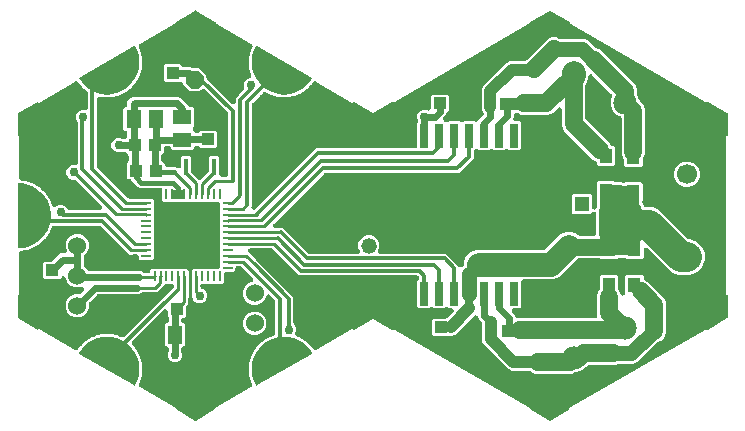
<source format=gbr>
G04 EAGLE Gerber RS-274X export*
G75*
%MOMM*%
%FSLAX34Y34*%
%LPD*%
%INBottom Copper*%
%IPPOS*%
%AMOC8*
5,1,8,0,0,1.08239X$1,22.5*%
G01*
%ADD10R,0.400000X1.399997*%
%ADD11C,1.000000*%
%ADD12R,0.254000X0.812800*%
%ADD13R,0.812800X0.254000*%
%ADD14R,5.384800X5.384800*%
%ADD15P,1.649562X8X22.500000*%
%ADD16R,1.100000X1.000000*%
%ADD17R,1.500000X1.300000*%
%ADD18R,1.300000X1.500000*%
%ADD19C,1.524000*%
%ADD20R,0.700000X2.000000*%
%ADD21R,9.600000X6.000000*%
%ADD22R,3.050000X2.900000*%
%ADD23R,1.120000X1.240000*%
%ADD24C,1.700000*%
%ADD25R,1.240000X1.120000*%
%ADD26C,1.981200*%
%ADD27P,1.429621X8X112.500000*%
%ADD28C,1.320800*%
%ADD29R,1.258000X1.258000*%
%ADD30C,1.258000*%
%ADD31C,0.254000*%
%ADD32C,0.609600*%
%ADD33C,0.508000*%
%ADD34C,0.756400*%
%ADD35C,0.406400*%
%ADD36C,0.304800*%
%ADD37C,1.016000*%
%ADD38C,2.032000*%
%ADD39C,1.270000*%
%ADD40C,2.540000*%
%ADD41C,1.397000*%
%ADD42C,1.524000*%

G36*
X449241Y29511D02*
X449241Y29511D01*
X449318Y29510D01*
X449342Y29519D01*
X449363Y29520D01*
X449402Y29541D01*
X449474Y29567D01*
X465974Y39067D01*
X465996Y39086D01*
X466022Y39099D01*
X466056Y39137D01*
X466059Y39139D01*
X466062Y39143D01*
X466070Y39152D01*
X466123Y39199D01*
X466136Y39225D01*
X466155Y39247D01*
X466178Y39314D01*
X466209Y39378D01*
X466211Y39407D01*
X466220Y39434D01*
X466215Y39506D01*
X466218Y39577D01*
X466208Y39604D01*
X466206Y39633D01*
X466164Y39723D01*
X466149Y39763D01*
X466142Y39771D01*
X466136Y39784D01*
X465716Y40392D01*
X581977Y107514D01*
X582274Y106887D01*
X582291Y106864D01*
X582301Y106837D01*
X582350Y106785D01*
X582393Y106727D01*
X582418Y106713D01*
X582437Y106692D01*
X582503Y106663D01*
X582565Y106627D01*
X582593Y106624D01*
X582619Y106612D01*
X582691Y106611D01*
X582762Y106602D01*
X582789Y106610D01*
X582818Y106610D01*
X582913Y106645D01*
X582953Y106656D01*
X582962Y106663D01*
X582974Y106667D01*
X599474Y116167D01*
X599533Y116219D01*
X599595Y116265D01*
X599606Y116284D01*
X599623Y116299D01*
X599657Y116369D01*
X599697Y116436D01*
X599701Y116461D01*
X599709Y116478D01*
X599711Y116523D01*
X599724Y116600D01*
X599724Y135600D01*
X599719Y135628D01*
X599721Y135656D01*
X599699Y135724D01*
X599685Y135795D01*
X599669Y135818D01*
X599660Y135845D01*
X599613Y135900D01*
X599572Y135959D01*
X599548Y135974D01*
X599530Y135996D01*
X599465Y136027D01*
X599405Y136066D01*
X599377Y136071D01*
X599351Y136083D01*
X599250Y136092D01*
X599208Y136099D01*
X599198Y136097D01*
X599185Y136098D01*
X598470Y136041D01*
X598470Y270359D01*
X599185Y270302D01*
X599214Y270306D01*
X599242Y270301D01*
X599311Y270318D01*
X599383Y270326D01*
X599407Y270341D01*
X599435Y270347D01*
X599493Y270390D01*
X599555Y270426D01*
X599572Y270448D01*
X599595Y270465D01*
X599632Y270527D01*
X599675Y270584D01*
X599682Y270612D01*
X599697Y270636D01*
X599713Y270736D01*
X599724Y270777D01*
X599722Y270787D01*
X599724Y270800D01*
X599724Y289800D01*
X599709Y289876D01*
X599700Y289954D01*
X599689Y289973D01*
X599685Y289995D01*
X599641Y290059D01*
X599602Y290127D01*
X599583Y290143D01*
X599572Y290159D01*
X599534Y290183D01*
X599474Y290233D01*
X582974Y299733D01*
X582947Y299742D01*
X582923Y299758D01*
X582853Y299773D01*
X582785Y299796D01*
X582757Y299793D01*
X582729Y299799D01*
X582659Y299786D01*
X582587Y299780D01*
X582562Y299767D01*
X582534Y299761D01*
X582474Y299721D01*
X582411Y299688D01*
X582393Y299666D01*
X582369Y299650D01*
X582311Y299567D01*
X582284Y299535D01*
X582281Y299524D01*
X582274Y299514D01*
X581977Y298886D01*
X465716Y366008D01*
X466136Y366616D01*
X466147Y366643D01*
X466166Y366665D01*
X466186Y366734D01*
X466214Y366799D01*
X466214Y366828D01*
X466222Y366856D01*
X466214Y366927D01*
X466215Y366998D01*
X466203Y367025D01*
X466200Y367054D01*
X466165Y367116D01*
X466137Y367181D01*
X466117Y367202D01*
X466102Y367227D01*
X466025Y367290D01*
X465995Y367320D01*
X465985Y367324D01*
X465974Y367333D01*
X449474Y376833D01*
X449401Y376857D01*
X449331Y376888D01*
X449307Y376888D01*
X449285Y376896D01*
X449209Y376890D01*
X449132Y376891D01*
X449108Y376881D01*
X449087Y376880D01*
X449048Y376859D01*
X448976Y376833D01*
X432476Y367333D01*
X432454Y367314D01*
X432428Y367301D01*
X432380Y367248D01*
X432327Y367201D01*
X432314Y367175D01*
X432295Y367154D01*
X432272Y367086D01*
X432241Y367022D01*
X432240Y366993D01*
X432230Y366966D01*
X432235Y366894D01*
X432232Y366823D01*
X432242Y366796D01*
X432244Y366767D01*
X432286Y366677D01*
X432301Y366637D01*
X432308Y366629D01*
X432314Y366616D01*
X432734Y366008D01*
X316472Y298886D01*
X316177Y299513D01*
X316159Y299536D01*
X316149Y299563D01*
X316100Y299615D01*
X316058Y299672D01*
X316033Y299687D01*
X316013Y299708D01*
X315948Y299737D01*
X315886Y299772D01*
X315857Y299776D01*
X315831Y299788D01*
X315760Y299789D01*
X315689Y299798D01*
X315661Y299790D01*
X315632Y299791D01*
X315539Y299756D01*
X315498Y299744D01*
X315489Y299737D01*
X315476Y299733D01*
X299225Y290376D01*
X282974Y299733D01*
X282947Y299742D01*
X282923Y299759D01*
X282853Y299773D01*
X282785Y299796D01*
X282756Y299793D01*
X282728Y299799D01*
X282658Y299785D01*
X282587Y299780D01*
X282561Y299766D01*
X282533Y299761D01*
X282474Y299721D01*
X282411Y299688D01*
X282392Y299666D01*
X282368Y299649D01*
X282311Y299567D01*
X282284Y299535D01*
X282281Y299524D01*
X282273Y299513D01*
X281978Y298886D01*
X251247Y316628D01*
X251115Y316687D01*
X250986Y316754D01*
X250932Y316770D01*
X250880Y316794D01*
X250739Y316826D01*
X250600Y316866D01*
X250543Y316871D01*
X250488Y316884D01*
X250343Y316888D01*
X250198Y316900D01*
X250142Y316893D01*
X250085Y316895D01*
X249942Y316870D01*
X249798Y316853D01*
X249744Y316836D01*
X249689Y316826D01*
X249553Y316774D01*
X249416Y316729D01*
X249366Y316701D01*
X249313Y316681D01*
X249191Y316603D01*
X249065Y316531D01*
X249022Y316494D01*
X248974Y316464D01*
X248869Y316363D01*
X248760Y316269D01*
X248722Y316222D01*
X248701Y316202D01*
X248697Y316197D01*
X248684Y316184D01*
X248636Y316116D01*
X248551Y316010D01*
X248546Y316002D01*
X248510Y315936D01*
X248466Y315875D01*
X248459Y315860D01*
X248455Y315853D01*
X248422Y315777D01*
X248414Y315760D01*
X248354Y315648D01*
X248332Y315577D01*
X248301Y315508D01*
X248272Y315384D01*
X248240Y315280D01*
X247640Y314633D01*
X247600Y314580D01*
X247451Y314396D01*
X246952Y313662D01*
X246903Y313644D01*
X246797Y313577D01*
X246686Y313519D01*
X246627Y313471D01*
X246562Y313430D01*
X246441Y313320D01*
X246374Y313265D01*
X246351Y313237D01*
X246317Y313206D01*
X245728Y312570D01*
X245681Y312509D01*
X245628Y312454D01*
X245560Y312349D01*
X245484Y312249D01*
X245451Y312180D01*
X245410Y312116D01*
X245364Y312000D01*
X245315Y311899D01*
X244627Y311350D01*
X244578Y311302D01*
X244404Y311143D01*
X243801Y310492D01*
X243750Y310481D01*
X243635Y310431D01*
X243517Y310390D01*
X243451Y310351D01*
X243381Y310320D01*
X243245Y310229D01*
X243170Y310185D01*
X243143Y310161D01*
X243105Y310135D01*
X242428Y309595D01*
X242373Y309541D01*
X242312Y309495D01*
X242229Y309401D01*
X242139Y309314D01*
X242096Y309251D01*
X242046Y309193D01*
X241983Y309084D01*
X241920Y308993D01*
X241157Y308552D01*
X241103Y308513D01*
X240906Y308381D01*
X240213Y307827D01*
X240160Y307824D01*
X240039Y307792D01*
X239916Y307768D01*
X239845Y307740D01*
X239772Y307720D01*
X239624Y307650D01*
X239543Y307617D01*
X239513Y307598D01*
X239472Y307578D01*
X238721Y307144D01*
X238668Y307107D01*
X238630Y307086D01*
X238624Y307081D01*
X238592Y307063D01*
X238496Y306982D01*
X238394Y306909D01*
X238342Y306853D01*
X238283Y306804D01*
X238205Y306706D01*
X238129Y306625D01*
X237309Y306302D01*
X237249Y306272D01*
X237036Y306170D01*
X236267Y305727D01*
X236215Y305731D01*
X236091Y305717D01*
X235966Y305713D01*
X235891Y305695D01*
X235815Y305686D01*
X235659Y305639D01*
X235574Y305619D01*
X235542Y305604D01*
X235497Y305591D01*
X234691Y305274D01*
X234623Y305239D01*
X234551Y305213D01*
X234444Y305147D01*
X234332Y305090D01*
X234288Y305055D01*
X234282Y305050D01*
X234272Y305042D01*
X234207Y305002D01*
X234115Y304917D01*
X234028Y304848D01*
X233169Y304652D01*
X233105Y304630D01*
X232879Y304562D01*
X232053Y304238D01*
X232002Y304250D01*
X231877Y304255D01*
X231753Y304269D01*
X231676Y304262D01*
X231600Y304265D01*
X231439Y304242D01*
X231351Y304234D01*
X231317Y304224D01*
X231272Y304218D01*
X230426Y304025D01*
X230354Y304000D01*
X230279Y303985D01*
X230164Y303936D01*
X230045Y303897D01*
X229978Y303858D01*
X229908Y303828D01*
X229805Y303758D01*
X229708Y303702D01*
X228829Y303636D01*
X228763Y303625D01*
X228529Y303591D01*
X227664Y303393D01*
X227615Y303413D01*
X227492Y303436D01*
X227372Y303469D01*
X227295Y303474D01*
X227220Y303488D01*
X227057Y303489D01*
X226970Y303495D01*
X226934Y303490D01*
X226888Y303490D01*
X226024Y303425D01*
X225948Y303412D01*
X225872Y303408D01*
X225751Y303377D01*
X225627Y303355D01*
X225556Y303327D01*
X225482Y303308D01*
X225369Y303254D01*
X225265Y303214D01*
X224386Y303279D01*
X224319Y303277D01*
X224083Y303279D01*
X223198Y303212D01*
X223153Y303239D01*
X223035Y303281D01*
X222920Y303331D01*
X222845Y303347D01*
X222773Y303372D01*
X222612Y303398D01*
X222527Y303416D01*
X222491Y303417D01*
X222445Y303424D01*
X221581Y303488D01*
X221504Y303487D01*
X221428Y303494D01*
X221303Y303482D01*
X221178Y303478D01*
X221104Y303462D01*
X221028Y303454D01*
X220908Y303417D01*
X220799Y303392D01*
X219940Y303588D01*
X219873Y303596D01*
X219640Y303633D01*
X218755Y303699D01*
X218714Y303732D01*
X218604Y303791D01*
X218498Y303858D01*
X218426Y303885D01*
X218359Y303921D01*
X218203Y303970D01*
X218121Y304001D01*
X218086Y304007D01*
X218042Y304021D01*
X217197Y304213D01*
X217121Y304223D01*
X217047Y304242D01*
X216922Y304248D01*
X216798Y304263D01*
X216721Y304258D01*
X216645Y304262D01*
X216521Y304243D01*
X216410Y304235D01*
X215589Y304556D01*
X215524Y304575D01*
X215299Y304646D01*
X214440Y304842D01*
X214436Y304847D01*
X214419Y304859D01*
X214399Y304882D01*
X214298Y304956D01*
X214203Y305038D01*
X214151Y305068D01*
X214117Y305093D01*
X214102Y305101D01*
X214075Y305121D01*
X213929Y305193D01*
X213853Y305236D01*
X213818Y305247D01*
X213777Y305267D01*
X212970Y305583D01*
X212896Y305604D01*
X212826Y305634D01*
X212703Y305659D01*
X212583Y305693D01*
X212506Y305698D01*
X212431Y305713D01*
X212306Y305714D01*
X212195Y305722D01*
X211432Y306162D01*
X211370Y306190D01*
X211158Y306294D01*
X210332Y306618D01*
X210303Y306661D01*
X210214Y306750D01*
X210133Y306845D01*
X210073Y306892D01*
X210019Y306946D01*
X209884Y307039D01*
X209815Y307093D01*
X209783Y307109D01*
X209761Y307124D01*
X209761Y307125D01*
X209760Y307125D01*
X209746Y307135D01*
X208995Y307568D01*
X208925Y307600D01*
X208860Y307640D01*
X208742Y307682D01*
X208628Y307734D01*
X208553Y307751D01*
X208481Y307777D01*
X208357Y307796D01*
X208235Y307824D01*
X208159Y307826D01*
X208083Y307837D01*
X207920Y307832D01*
X207833Y307835D01*
X207797Y307829D01*
X207751Y307827D01*
X207431Y307791D01*
X207320Y307767D01*
X207207Y307753D01*
X207123Y307725D01*
X207038Y307706D01*
X206933Y307661D01*
X206825Y307624D01*
X206749Y307581D01*
X206668Y307546D01*
X206575Y307480D01*
X206476Y307424D01*
X206397Y307356D01*
X206338Y307315D01*
X206293Y307268D01*
X206223Y307209D01*
X197477Y298463D01*
X197460Y298443D01*
X197440Y298425D01*
X197333Y298287D01*
X197222Y298152D01*
X197210Y298128D01*
X197193Y298107D01*
X197115Y297950D01*
X197034Y297796D01*
X197026Y297771D01*
X197014Y297746D01*
X196969Y297577D01*
X196919Y297410D01*
X196917Y297384D01*
X196910Y297358D01*
X196882Y297027D01*
X196882Y233426D01*
X196885Y233399D01*
X196883Y233372D01*
X196905Y233198D01*
X196907Y233180D01*
X196907Y211316D01*
X196858Y211256D01*
X196854Y211248D01*
X196848Y211241D01*
X196760Y211071D01*
X196669Y210900D01*
X196667Y210892D01*
X196663Y210884D01*
X196609Y210698D01*
X196555Y210515D01*
X196554Y210506D01*
X196551Y210497D01*
X196535Y210305D01*
X196518Y210114D01*
X196519Y210105D01*
X196518Y210096D01*
X196541Y209906D01*
X196561Y209713D01*
X196564Y209705D01*
X196565Y209696D01*
X196625Y209513D01*
X196683Y209329D01*
X196687Y209322D01*
X196690Y209313D01*
X196784Y209146D01*
X196878Y208977D01*
X196884Y208970D01*
X196888Y208962D01*
X197014Y208816D01*
X197138Y208670D01*
X197145Y208665D01*
X197151Y208658D01*
X197303Y208540D01*
X197454Y208420D01*
X197462Y208416D01*
X197469Y208411D01*
X197641Y208325D01*
X197813Y208238D01*
X197822Y208236D01*
X197830Y208232D01*
X198017Y208181D01*
X198201Y208130D01*
X198210Y208129D01*
X198219Y208127D01*
X198549Y208100D01*
X198694Y208100D01*
X198721Y208103D01*
X198748Y208101D01*
X198922Y208123D01*
X199095Y208140D01*
X199121Y208148D01*
X199147Y208151D01*
X199313Y208207D01*
X199480Y208258D01*
X199504Y208271D01*
X199529Y208279D01*
X199681Y208367D01*
X199834Y208450D01*
X199854Y208467D01*
X199878Y208480D01*
X200131Y208695D01*
X251628Y260192D01*
X335082Y260192D01*
X335100Y260194D01*
X335118Y260192D01*
X335300Y260214D01*
X335483Y260232D01*
X335500Y260237D01*
X335517Y260239D01*
X335692Y260296D01*
X335868Y260350D01*
X335883Y260359D01*
X335900Y260364D01*
X336060Y260454D01*
X336222Y260542D01*
X336235Y260553D01*
X336251Y260562D01*
X336390Y260682D01*
X336531Y260800D01*
X336542Y260813D01*
X336556Y260825D01*
X336668Y260970D01*
X336783Y261113D01*
X336791Y261129D01*
X336802Y261143D01*
X336884Y261308D01*
X336969Y261471D01*
X336974Y261488D01*
X336982Y261504D01*
X337029Y261682D01*
X337080Y261858D01*
X337082Y261875D01*
X337086Y261893D01*
X337113Y262223D01*
X337113Y281972D01*
X337114Y281974D01*
X337225Y282109D01*
X337238Y282133D01*
X337254Y282154D01*
X337332Y282310D01*
X337414Y282465D01*
X337422Y282491D01*
X337434Y282515D01*
X337479Y282684D01*
X337529Y282851D01*
X337531Y282878D01*
X337538Y282904D01*
X337565Y283234D01*
X337565Y283373D01*
X337562Y283404D01*
X337564Y283436D01*
X337542Y283605D01*
X337525Y283774D01*
X337516Y283804D01*
X337512Y283835D01*
X337411Y284151D01*
X336840Y285527D01*
X336840Y287942D01*
X337764Y290172D01*
X339472Y291879D01*
X341702Y292803D01*
X344116Y292803D01*
X345472Y292242D01*
X345485Y292238D01*
X345497Y292232D01*
X345677Y292179D01*
X345857Y292125D01*
X345871Y292124D01*
X345884Y292120D01*
X346072Y292105D01*
X346258Y292087D01*
X346271Y292088D01*
X346285Y292087D01*
X346471Y292109D01*
X346659Y292129D01*
X346671Y292133D01*
X346685Y292134D01*
X346863Y292192D01*
X347043Y292248D01*
X347055Y292255D01*
X347067Y292259D01*
X347231Y292351D01*
X347396Y292442D01*
X347406Y292450D01*
X347418Y292457D01*
X347561Y292580D01*
X347704Y292701D01*
X347713Y292711D01*
X347723Y292720D01*
X347838Y292869D01*
X347955Y293016D01*
X347961Y293028D01*
X347970Y293038D01*
X348053Y293206D01*
X348139Y293374D01*
X348143Y293387D01*
X348149Y293399D01*
X348198Y293581D01*
X348249Y293761D01*
X348250Y293774D01*
X348253Y293787D01*
X348281Y294118D01*
X348281Y304111D01*
X349620Y305451D01*
X362514Y305451D01*
X363854Y304111D01*
X363854Y292217D01*
X362343Y290706D01*
X362330Y290702D01*
X362174Y290613D01*
X362017Y290528D01*
X362000Y290513D01*
X361980Y290502D01*
X361845Y290384D01*
X361708Y290270D01*
X361694Y290253D01*
X361677Y290238D01*
X361567Y290095D01*
X361455Y289956D01*
X361445Y289936D01*
X361431Y289919D01*
X361280Y289624D01*
X360590Y287958D01*
X359380Y286748D01*
X359374Y286741D01*
X359367Y286735D01*
X359246Y286585D01*
X359125Y286437D01*
X359121Y286429D01*
X359115Y286422D01*
X359027Y286251D01*
X358936Y286081D01*
X358934Y286072D01*
X358930Y286064D01*
X358877Y285880D01*
X358822Y285695D01*
X358821Y285686D01*
X358818Y285677D01*
X358803Y285487D01*
X358785Y285294D01*
X358786Y285285D01*
X358785Y285276D01*
X358808Y285086D01*
X358829Y284894D01*
X358831Y284885D01*
X358832Y284876D01*
X358892Y284694D01*
X358950Y284510D01*
X358954Y284502D01*
X358957Y284494D01*
X359051Y284326D01*
X359145Y284158D01*
X359151Y284151D01*
X359155Y284143D01*
X359280Y283998D01*
X359405Y283851D01*
X359412Y283845D01*
X359418Y283838D01*
X359569Y283721D01*
X359721Y283601D01*
X359729Y283597D01*
X359736Y283591D01*
X360514Y282814D01*
X360527Y282803D01*
X360539Y282789D01*
X360683Y282675D01*
X360825Y282559D01*
X360841Y282551D01*
X360855Y282539D01*
X361019Y282456D01*
X361181Y282370D01*
X361198Y282365D01*
X361214Y282357D01*
X361391Y282308D01*
X361567Y282256D01*
X361585Y282254D01*
X361602Y282249D01*
X361785Y282236D01*
X361968Y282219D01*
X361986Y282221D01*
X362003Y282220D01*
X362185Y282243D01*
X362368Y282263D01*
X362385Y282268D01*
X362403Y282270D01*
X362576Y282329D01*
X362752Y282384D01*
X362768Y282393D01*
X362784Y282398D01*
X362943Y282490D01*
X363104Y282579D01*
X363118Y282590D01*
X363133Y282599D01*
X363386Y282814D01*
X363853Y283280D01*
X372747Y283280D01*
X373214Y282814D01*
X373227Y282803D01*
X373239Y282789D01*
X373383Y282675D01*
X373525Y282559D01*
X373541Y282551D01*
X373555Y282539D01*
X373719Y282456D01*
X373881Y282370D01*
X373898Y282365D01*
X373914Y282357D01*
X374091Y282308D01*
X374267Y282256D01*
X374285Y282254D01*
X374302Y282249D01*
X374485Y282236D01*
X374668Y282219D01*
X374686Y282221D01*
X374703Y282220D01*
X374885Y282243D01*
X375068Y282263D01*
X375085Y282268D01*
X375103Y282270D01*
X375276Y282329D01*
X375452Y282384D01*
X375468Y282393D01*
X375484Y282398D01*
X375643Y282490D01*
X375804Y282579D01*
X375818Y282590D01*
X375833Y282599D01*
X376086Y282814D01*
X376553Y283280D01*
X385447Y283280D01*
X385489Y283238D01*
X385500Y283230D01*
X385508Y283220D01*
X385655Y283103D01*
X385801Y282983D01*
X385813Y282977D01*
X385823Y282969D01*
X385989Y282883D01*
X386156Y282795D01*
X386169Y282791D01*
X386181Y282785D01*
X386361Y282734D01*
X386542Y282680D01*
X386556Y282679D01*
X386569Y282675D01*
X386754Y282661D01*
X386943Y282643D01*
X386957Y282645D01*
X386970Y282644D01*
X387155Y282666D01*
X387344Y282687D01*
X387356Y282691D01*
X387370Y282693D01*
X387547Y282751D01*
X387727Y282808D01*
X387739Y282815D01*
X387752Y282819D01*
X387915Y282912D01*
X388080Y283003D01*
X388090Y283012D01*
X388102Y283019D01*
X388244Y283142D01*
X388387Y283264D01*
X388395Y283274D01*
X388405Y283283D01*
X388520Y283432D01*
X388636Y283580D01*
X388642Y283592D01*
X388651Y283602D01*
X388802Y283897D01*
X389177Y284803D01*
X392612Y288237D01*
X392623Y288251D01*
X392637Y288263D01*
X392751Y288407D01*
X392867Y288549D01*
X392875Y288565D01*
X392886Y288579D01*
X392970Y288743D01*
X393055Y288905D01*
X393060Y288922D01*
X393069Y288938D01*
X393118Y289115D01*
X393170Y289290D01*
X393172Y289308D01*
X393177Y289326D01*
X393190Y289508D01*
X393207Y289691D01*
X393205Y289709D01*
X393206Y289727D01*
X393183Y289909D01*
X393163Y290092D01*
X393158Y290109D01*
X393155Y290127D01*
X393097Y290300D01*
X393042Y290476D01*
X393033Y290491D01*
X393027Y290508D01*
X392935Y290668D01*
X392847Y290828D01*
X392835Y290841D01*
X392826Y290857D01*
X392621Y291099D01*
X391498Y293810D01*
X391498Y309843D01*
X392620Y312550D01*
X412800Y332730D01*
X415507Y333852D01*
X415529Y333852D01*
X415556Y333855D01*
X415583Y333853D01*
X415756Y333875D01*
X415930Y333892D01*
X415956Y333900D01*
X415982Y333903D01*
X416148Y333959D01*
X416315Y334010D01*
X416339Y334023D01*
X416364Y334031D01*
X416516Y334119D01*
X416669Y334202D01*
X416690Y334219D01*
X416713Y334232D01*
X416877Y334372D01*
X428264Y334372D01*
X428291Y334375D01*
X428317Y334373D01*
X428491Y334395D01*
X428665Y334412D01*
X428690Y334420D01*
X428717Y334423D01*
X428883Y334479D01*
X429050Y334530D01*
X429073Y334543D01*
X429099Y334551D01*
X429250Y334639D01*
X429404Y334722D01*
X429424Y334739D01*
X429447Y334752D01*
X429700Y334967D01*
X447245Y352511D01*
X450886Y354019D01*
X454827Y354019D01*
X457318Y352987D01*
X457348Y352978D01*
X457376Y352965D01*
X457541Y352920D01*
X457704Y352871D01*
X457735Y352868D01*
X457765Y352860D01*
X458096Y352833D01*
X478259Y352833D01*
X481434Y351518D01*
X487488Y345464D01*
X487508Y345447D01*
X487526Y345427D01*
X487664Y345320D01*
X487799Y345209D01*
X487823Y345197D01*
X487844Y345180D01*
X488001Y345102D01*
X488155Y345020D01*
X488180Y345013D01*
X488204Y345001D01*
X488253Y344988D01*
X492180Y343361D01*
X521199Y314342D01*
X522707Y310701D01*
X522707Y307002D01*
X522710Y306976D01*
X522708Y306949D01*
X522730Y306776D01*
X522747Y306602D01*
X522755Y306576D01*
X522758Y306549D01*
X522814Y306384D01*
X522865Y306217D01*
X522878Y306193D01*
X522887Y306168D01*
X522974Y306016D01*
X523057Y305863D01*
X523074Y305842D01*
X523088Y305819D01*
X523113Y305789D01*
X525024Y301176D01*
X525033Y301083D01*
X525041Y301058D01*
X525044Y301031D01*
X525100Y300865D01*
X525151Y300698D01*
X525164Y300675D01*
X525173Y300649D01*
X525260Y300498D01*
X525343Y300344D01*
X525360Y300324D01*
X525374Y300300D01*
X525588Y300047D01*
X528305Y297331D01*
X529813Y293690D01*
X529813Y255204D01*
X528292Y251533D01*
X528244Y251470D01*
X528133Y251335D01*
X528120Y251311D01*
X528104Y251290D01*
X528026Y251134D01*
X527944Y250979D01*
X527937Y250954D01*
X527925Y250930D01*
X527879Y250761D01*
X527830Y250594D01*
X527827Y250567D01*
X527820Y250541D01*
X527793Y250210D01*
X527793Y245978D01*
X526454Y244638D01*
X513359Y244638D01*
X512020Y245978D01*
X512020Y250210D01*
X512017Y250237D01*
X512019Y250264D01*
X511997Y250437D01*
X511980Y250611D01*
X511972Y250636D01*
X511968Y250663D01*
X511913Y250829D01*
X511862Y250996D01*
X511849Y251019D01*
X511840Y251045D01*
X511753Y251196D01*
X511670Y251350D01*
X511653Y251370D01*
X511639Y251394D01*
X511520Y251534D01*
X510000Y255204D01*
X510000Y285430D01*
X509997Y285453D01*
X509999Y285475D01*
X509977Y285652D01*
X509960Y285831D01*
X509953Y285852D01*
X509950Y285875D01*
X509894Y286044D01*
X509841Y286216D01*
X509831Y286236D01*
X509824Y286257D01*
X509735Y286412D01*
X509650Y286570D01*
X509635Y286587D01*
X509624Y286607D01*
X509506Y286742D01*
X509392Y286879D01*
X509375Y286893D01*
X509360Y286910D01*
X509218Y287019D01*
X509078Y287132D01*
X509058Y287142D01*
X509041Y287155D01*
X508746Y287307D01*
X505894Y288488D01*
X502464Y291918D01*
X500608Y296399D01*
X500608Y301250D01*
X501747Y304001D01*
X501754Y304022D01*
X501764Y304042D01*
X501811Y304213D01*
X501864Y304386D01*
X501866Y304408D01*
X501872Y304430D01*
X501885Y304609D01*
X501902Y304787D01*
X501899Y304809D01*
X501901Y304831D01*
X501879Y305009D01*
X501860Y305187D01*
X501853Y305209D01*
X501851Y305231D01*
X501794Y305400D01*
X501740Y305572D01*
X501730Y305591D01*
X501722Y305612D01*
X501633Y305767D01*
X501547Y305925D01*
X501533Y305942D01*
X501522Y305961D01*
X501307Y306214D01*
X485205Y322316D01*
X485198Y322322D01*
X485192Y322329D01*
X485042Y322449D01*
X484893Y322571D01*
X484885Y322576D01*
X484878Y322581D01*
X484707Y322670D01*
X484537Y322760D01*
X484529Y322763D01*
X484521Y322767D01*
X484336Y322820D01*
X484152Y322875D01*
X484143Y322876D01*
X484134Y322878D01*
X483943Y322894D01*
X483751Y322911D01*
X483742Y322910D01*
X483733Y322911D01*
X483544Y322889D01*
X483350Y322868D01*
X483342Y322865D01*
X483333Y322864D01*
X483151Y322805D01*
X482966Y322746D01*
X482959Y322742D01*
X482950Y322739D01*
X482782Y322644D01*
X482614Y322551D01*
X482607Y322546D01*
X482600Y322541D01*
X482454Y322415D01*
X482307Y322291D01*
X482302Y322284D01*
X482295Y322278D01*
X482177Y322127D01*
X482058Y321975D01*
X482053Y321967D01*
X482048Y321960D01*
X481962Y321786D01*
X481875Y321616D01*
X481873Y321608D01*
X481869Y321600D01*
X481819Y321413D01*
X481767Y321228D01*
X481767Y321219D01*
X481764Y321211D01*
X481737Y320880D01*
X481737Y319177D01*
X479842Y314602D01*
X479792Y314552D01*
X479775Y314531D01*
X479755Y314514D01*
X479648Y314376D01*
X479537Y314241D01*
X479524Y314217D01*
X479508Y314196D01*
X479430Y314039D01*
X479348Y313885D01*
X479341Y313859D01*
X479329Y313835D01*
X479283Y313666D01*
X479234Y313499D01*
X479231Y313472D01*
X479224Y313447D01*
X479197Y313116D01*
X479197Y285748D01*
X479200Y285722D01*
X479198Y285695D01*
X479220Y285521D01*
X479237Y285348D01*
X479245Y285322D01*
X479248Y285296D01*
X479304Y285130D01*
X479355Y284963D01*
X479368Y284939D01*
X479376Y284914D01*
X479464Y284762D01*
X479547Y284609D01*
X479564Y284588D01*
X479577Y284565D01*
X479792Y284312D01*
X499730Y264374D01*
X500026Y263659D01*
X500036Y263640D01*
X500043Y263619D01*
X500131Y263462D01*
X500216Y263305D01*
X500230Y263287D01*
X500241Y263268D01*
X500358Y263133D01*
X500472Y262994D01*
X500490Y262980D01*
X500504Y262963D01*
X500646Y262854D01*
X500785Y262740D01*
X500805Y262730D01*
X500822Y262716D01*
X500983Y262637D01*
X501142Y262553D01*
X501163Y262547D01*
X501183Y262537D01*
X501356Y262491D01*
X501528Y262440D01*
X501550Y262438D01*
X501572Y262433D01*
X501902Y262405D01*
X503435Y262405D01*
X504774Y261066D01*
X504774Y246772D01*
X503435Y245432D01*
X490340Y245432D01*
X489001Y246772D01*
X489001Y247648D01*
X488999Y247670D01*
X489000Y247692D01*
X488979Y247869D01*
X488961Y248048D01*
X488954Y248070D01*
X488952Y248092D01*
X488896Y248261D01*
X488843Y248433D01*
X488832Y248453D01*
X488825Y248474D01*
X488736Y248630D01*
X488651Y248787D01*
X488637Y248804D01*
X488626Y248824D01*
X488507Y248959D01*
X488393Y249096D01*
X488376Y249110D01*
X488361Y249127D01*
X488219Y249236D01*
X488080Y249349D01*
X488060Y249359D01*
X488042Y249373D01*
X487747Y249524D01*
X485720Y250364D01*
X460892Y275192D01*
X459384Y278833D01*
X459384Y292832D01*
X459383Y292841D01*
X459384Y292850D01*
X459363Y293042D01*
X459344Y293233D01*
X459341Y293241D01*
X459340Y293250D01*
X459282Y293432D01*
X459226Y293618D01*
X459221Y293626D01*
X459219Y293634D01*
X459126Y293801D01*
X459034Y293972D01*
X459028Y293978D01*
X459024Y293986D01*
X458899Y294133D01*
X458776Y294281D01*
X458769Y294286D01*
X458763Y294293D01*
X458613Y294412D01*
X458462Y294533D01*
X458454Y294537D01*
X458447Y294543D01*
X458275Y294630D01*
X458105Y294719D01*
X458097Y294721D01*
X458088Y294725D01*
X457902Y294777D01*
X457718Y294830D01*
X457709Y294831D01*
X457701Y294833D01*
X457508Y294847D01*
X457317Y294863D01*
X457308Y294862D01*
X457299Y294863D01*
X457106Y294838D01*
X456917Y294816D01*
X456909Y294813D01*
X456900Y294812D01*
X456717Y294751D01*
X456534Y294691D01*
X456526Y294687D01*
X456518Y294684D01*
X456351Y294588D01*
X456184Y294493D01*
X456177Y294488D01*
X456169Y294483D01*
X455916Y294268D01*
X451699Y290051D01*
X449152Y288996D01*
X448058Y288543D01*
X425067Y288543D01*
X422053Y289792D01*
X422032Y289798D01*
X422012Y289808D01*
X421839Y289856D01*
X421668Y289908D01*
X421645Y289910D01*
X421624Y289916D01*
X421445Y289929D01*
X421267Y289946D01*
X421245Y289944D01*
X421222Y289946D01*
X421044Y289923D01*
X420866Y289905D01*
X420845Y289898D01*
X420823Y289895D01*
X420733Y289865D01*
X420572Y289865D01*
X420554Y289863D01*
X420536Y289864D01*
X420354Y289843D01*
X420171Y289825D01*
X420154Y289820D01*
X420136Y289818D01*
X419962Y289761D01*
X419786Y289707D01*
X419771Y289698D01*
X419754Y289693D01*
X419593Y289602D01*
X419432Y289515D01*
X419419Y289504D01*
X419403Y289495D01*
X419264Y289375D01*
X419123Y289257D01*
X419112Y289243D01*
X419098Y289232D01*
X418986Y289087D01*
X418871Y288943D01*
X418862Y288928D01*
X418851Y288914D01*
X418769Y288749D01*
X418685Y288586D01*
X418680Y288569D01*
X418672Y288553D01*
X418624Y288375D01*
X418574Y288199D01*
X418572Y288181D01*
X418568Y288164D01*
X418540Y287834D01*
X418540Y286732D01*
X418274Y286089D01*
X418270Y286076D01*
X418264Y286064D01*
X418212Y285884D01*
X418158Y285704D01*
X418156Y285690D01*
X418153Y285677D01*
X418137Y285489D01*
X418120Y285303D01*
X418121Y285290D01*
X418120Y285276D01*
X418142Y285088D01*
X418161Y284902D01*
X418165Y284890D01*
X418167Y284876D01*
X418225Y284698D01*
X418281Y284518D01*
X418287Y284506D01*
X418292Y284494D01*
X418384Y284329D01*
X418474Y284165D01*
X418483Y284155D01*
X418489Y284143D01*
X418612Y284001D01*
X418733Y283857D01*
X418744Y283848D01*
X418753Y283838D01*
X418901Y283723D01*
X419048Y283606D01*
X419060Y283600D01*
X419071Y283591D01*
X419239Y283508D01*
X419406Y283422D01*
X419419Y283418D01*
X419431Y283412D01*
X419613Y283363D01*
X419794Y283312D01*
X419807Y283311D01*
X419820Y283308D01*
X420151Y283280D01*
X423547Y283280D01*
X424887Y281941D01*
X424887Y260047D01*
X423547Y258707D01*
X414653Y258707D01*
X414186Y259174D01*
X414172Y259185D01*
X414161Y259198D01*
X414017Y259312D01*
X413875Y259429D01*
X413859Y259437D01*
X413845Y259448D01*
X413681Y259531D01*
X413519Y259617D01*
X413502Y259622D01*
X413486Y259630D01*
X413309Y259680D01*
X413133Y259732D01*
X413115Y259734D01*
X413098Y259738D01*
X412915Y259752D01*
X412732Y259768D01*
X412714Y259766D01*
X412697Y259768D01*
X412515Y259745D01*
X412332Y259725D01*
X412315Y259720D01*
X412297Y259717D01*
X412124Y259659D01*
X411948Y259603D01*
X411932Y259595D01*
X411916Y259589D01*
X411757Y259498D01*
X411596Y259409D01*
X411582Y259397D01*
X411567Y259388D01*
X411314Y259173D01*
X410847Y258707D01*
X401953Y258707D01*
X401486Y259174D01*
X401472Y259185D01*
X401461Y259198D01*
X401317Y259312D01*
X401175Y259429D01*
X401159Y259437D01*
X401145Y259448D01*
X400981Y259531D01*
X400819Y259617D01*
X400802Y259622D01*
X400786Y259630D01*
X400609Y259680D01*
X400433Y259732D01*
X400415Y259734D01*
X400398Y259738D01*
X400215Y259752D01*
X400032Y259768D01*
X400014Y259766D01*
X399997Y259768D01*
X399815Y259745D01*
X399632Y259725D01*
X399615Y259720D01*
X399597Y259717D01*
X399424Y259659D01*
X399248Y259603D01*
X399232Y259595D01*
X399216Y259589D01*
X399057Y259498D01*
X398896Y259409D01*
X398882Y259397D01*
X398867Y259388D01*
X398614Y259173D01*
X398147Y258707D01*
X389253Y258707D01*
X388786Y259174D01*
X388772Y259185D01*
X388761Y259198D01*
X388617Y259312D01*
X388475Y259429D01*
X388459Y259437D01*
X388445Y259448D01*
X388281Y259532D01*
X388119Y259617D01*
X388102Y259622D01*
X388086Y259630D01*
X387909Y259680D01*
X387733Y259732D01*
X387715Y259734D01*
X387698Y259738D01*
X387515Y259752D01*
X387332Y259768D01*
X387314Y259766D01*
X387297Y259768D01*
X387115Y259745D01*
X386932Y259725D01*
X386915Y259720D01*
X386897Y259717D01*
X386724Y259659D01*
X386548Y259603D01*
X386532Y259595D01*
X386516Y259589D01*
X386356Y259497D01*
X386196Y259409D01*
X386182Y259397D01*
X386167Y259388D01*
X385914Y259173D01*
X385406Y258665D01*
X385389Y258645D01*
X385368Y258627D01*
X385261Y258489D01*
X385151Y258354D01*
X385138Y258330D01*
X385122Y258309D01*
X385044Y258152D01*
X384962Y257998D01*
X384954Y257973D01*
X384942Y257949D01*
X384897Y257779D01*
X384847Y257612D01*
X384845Y257586D01*
X384838Y257560D01*
X384811Y257229D01*
X384811Y251628D01*
X372482Y239299D01*
X259423Y239299D01*
X259396Y239296D01*
X259370Y239298D01*
X259196Y239276D01*
X259022Y239259D01*
X258997Y239251D01*
X258970Y239248D01*
X258805Y239192D01*
X258637Y239141D01*
X258614Y239128D01*
X258589Y239120D01*
X258437Y239032D01*
X258283Y238949D01*
X258263Y238932D01*
X258240Y238919D01*
X257987Y238704D01*
X215339Y196057D01*
X215333Y196050D01*
X215327Y196044D01*
X215206Y195894D01*
X215084Y195745D01*
X215080Y195737D01*
X215074Y195730D01*
X214985Y195559D01*
X214895Y195389D01*
X214893Y195381D01*
X214889Y195373D01*
X214835Y195188D01*
X214781Y195003D01*
X214780Y194995D01*
X214777Y194986D01*
X214762Y194795D01*
X214744Y194602D01*
X214745Y194594D01*
X214745Y194585D01*
X214767Y194396D01*
X214788Y194202D01*
X214790Y194194D01*
X214791Y194185D01*
X214851Y194003D01*
X214909Y193818D01*
X214913Y193811D01*
X214916Y193802D01*
X215011Y193634D01*
X215104Y193466D01*
X215110Y193459D01*
X215114Y193451D01*
X215240Y193306D01*
X215364Y193159D01*
X215372Y193153D01*
X215377Y193147D01*
X215529Y193029D01*
X215680Y192909D01*
X215688Y192905D01*
X215695Y192900D01*
X215868Y192814D01*
X216039Y192727D01*
X216048Y192725D01*
X216056Y192721D01*
X216242Y192671D01*
X216427Y192619D01*
X216436Y192618D01*
X216445Y192616D01*
X216775Y192589D01*
X218902Y192589D01*
X218929Y192592D01*
X218956Y192590D01*
X219129Y192612D01*
X219303Y192629D01*
X219328Y192637D01*
X219355Y192640D01*
X219521Y192696D01*
X219610Y192723D01*
X223035Y192723D01*
X244343Y171414D01*
X244364Y171397D01*
X244382Y171377D01*
X244520Y171270D01*
X244655Y171159D01*
X244679Y171147D01*
X244700Y171130D01*
X244857Y171052D01*
X245011Y170971D01*
X245036Y170963D01*
X245060Y170951D01*
X245230Y170906D01*
X245397Y170856D01*
X245423Y170854D01*
X245449Y170847D01*
X245780Y170819D01*
X286297Y170819D01*
X286310Y170821D01*
X286324Y170820D01*
X286510Y170841D01*
X286698Y170859D01*
X286710Y170863D01*
X286724Y170865D01*
X286903Y170922D01*
X287082Y170978D01*
X287094Y170984D01*
X287107Y170988D01*
X287272Y171080D01*
X287437Y171169D01*
X287447Y171178D01*
X287458Y171184D01*
X287602Y171307D01*
X287746Y171427D01*
X287754Y171437D01*
X287764Y171446D01*
X287881Y171595D01*
X287998Y171741D01*
X288004Y171753D01*
X288013Y171763D01*
X288098Y171932D01*
X288184Y172098D01*
X288187Y172111D01*
X288193Y172123D01*
X288243Y172305D01*
X288295Y172485D01*
X288296Y172498D01*
X288300Y172511D01*
X288313Y172699D01*
X288328Y172886D01*
X288326Y172899D01*
X288327Y172913D01*
X288303Y173101D01*
X288281Y173286D01*
X288277Y173299D01*
X288275Y173312D01*
X288174Y173628D01*
X287178Y176032D01*
X287178Y179569D01*
X288532Y182836D01*
X291033Y185337D01*
X291953Y185719D01*
X291954Y185719D01*
X294300Y186691D01*
X297837Y186691D01*
X301105Y185337D01*
X303606Y182836D01*
X304959Y179569D01*
X304959Y176032D01*
X303964Y173628D01*
X303960Y173615D01*
X303954Y173603D01*
X303902Y173424D01*
X303847Y173243D01*
X303846Y173229D01*
X303842Y173216D01*
X303827Y173029D01*
X303809Y172842D01*
X303811Y172829D01*
X303810Y172815D01*
X303831Y172629D01*
X303851Y172441D01*
X303855Y172429D01*
X303857Y172415D01*
X303915Y172237D01*
X303971Y172057D01*
X303977Y172045D01*
X303981Y172033D01*
X304074Y171869D01*
X304164Y171704D01*
X304173Y171694D01*
X304179Y171682D01*
X304302Y171539D01*
X304423Y171396D01*
X304434Y171387D01*
X304442Y171377D01*
X304590Y171263D01*
X304738Y171145D01*
X304750Y171139D01*
X304761Y171130D01*
X304929Y171047D01*
X305096Y170961D01*
X305109Y170957D01*
X305121Y170951D01*
X305304Y170902D01*
X305484Y170851D01*
X305497Y170850D01*
X305510Y170847D01*
X305841Y170819D01*
X361620Y170819D01*
X372371Y160068D01*
X372385Y160057D01*
X372396Y160043D01*
X372540Y159929D01*
X372683Y159813D01*
X372698Y159805D01*
X372712Y159794D01*
X372877Y159710D01*
X373038Y159624D01*
X373055Y159619D01*
X373071Y159611D01*
X373248Y159562D01*
X373424Y159510D01*
X373442Y159508D01*
X373459Y159503D01*
X373642Y159490D01*
X373825Y159473D01*
X373843Y159475D01*
X373861Y159474D01*
X374042Y159497D01*
X374225Y159517D01*
X374243Y159522D01*
X374260Y159524D01*
X374434Y159583D01*
X374609Y159638D01*
X374625Y159647D01*
X374642Y159652D01*
X374801Y159744D01*
X374962Y159833D01*
X374975Y159844D01*
X374991Y159853D01*
X375244Y160068D01*
X375896Y160720D01*
X375913Y160741D01*
X375933Y160758D01*
X376040Y160897D01*
X376151Y161032D01*
X376163Y161055D01*
X376180Y161077D01*
X376258Y161233D01*
X376340Y161388D01*
X376347Y161413D01*
X376359Y161437D01*
X376405Y161606D01*
X376454Y161773D01*
X376457Y161800D01*
X376464Y161826D01*
X376491Y162157D01*
X376491Y164024D01*
X378386Y168598D01*
X381887Y172100D01*
X385343Y173531D01*
X386462Y173994D01*
X443866Y173994D01*
X443893Y173997D01*
X443920Y173995D01*
X444093Y174017D01*
X444267Y174034D01*
X444292Y174042D01*
X444319Y174046D01*
X444485Y174101D01*
X444652Y174153D01*
X444675Y174165D01*
X444701Y174174D01*
X444852Y174261D01*
X445006Y174344D01*
X445026Y174361D01*
X445050Y174375D01*
X445303Y174589D01*
X458190Y187477D01*
X462765Y189372D01*
X467716Y189372D01*
X472291Y187477D01*
X472976Y186792D01*
X472997Y186775D01*
X473014Y186754D01*
X473152Y186648D01*
X473288Y186537D01*
X473311Y186524D01*
X473332Y186508D01*
X473489Y186430D01*
X473643Y186348D01*
X473669Y186340D01*
X473693Y186328D01*
X473862Y186283D01*
X474029Y186233D01*
X474056Y186231D01*
X474082Y186224D01*
X474412Y186197D01*
X486537Y186197D01*
X486555Y186199D01*
X486573Y186197D01*
X486755Y186218D01*
X486938Y186237D01*
X486955Y186242D01*
X486973Y186244D01*
X487147Y186301D01*
X487323Y186355D01*
X487338Y186363D01*
X487355Y186369D01*
X487516Y186459D01*
X487677Y186547D01*
X487690Y186558D01*
X487706Y186567D01*
X487845Y186687D01*
X487986Y186804D01*
X487997Y186818D01*
X488011Y186830D01*
X488123Y186975D01*
X488238Y187118D01*
X488246Y187134D01*
X488257Y187148D01*
X488339Y187313D01*
X488424Y187475D01*
X488429Y187492D01*
X488437Y187508D01*
X488485Y187687D01*
X488535Y187862D01*
X488537Y187880D01*
X488541Y187897D01*
X488568Y188228D01*
X488568Y204601D01*
X488567Y204609D01*
X488568Y204618D01*
X488547Y204810D01*
X488528Y205001D01*
X488526Y205010D01*
X488525Y205019D01*
X488467Y205201D01*
X488410Y205386D01*
X488406Y205394D01*
X488403Y205402D01*
X488310Y205571D01*
X488219Y205740D01*
X488213Y205747D01*
X488209Y205755D01*
X488083Y205903D01*
X487961Y206049D01*
X487954Y206055D01*
X487948Y206062D01*
X487796Y206182D01*
X487647Y206302D01*
X487639Y206306D01*
X487632Y206311D01*
X487460Y206399D01*
X487290Y206487D01*
X487281Y206490D01*
X487273Y206494D01*
X487087Y206546D01*
X486903Y206599D01*
X486894Y206599D01*
X486885Y206602D01*
X486693Y206616D01*
X486502Y206632D01*
X486493Y206630D01*
X486484Y206631D01*
X486291Y206607D01*
X486102Y206585D01*
X486093Y206582D01*
X486084Y206581D01*
X485902Y206519D01*
X485719Y206460D01*
X485711Y206455D01*
X485703Y206453D01*
X485537Y206357D01*
X485368Y206262D01*
X485361Y206256D01*
X485354Y206252D01*
X485101Y206037D01*
X483487Y204423D01*
X469013Y204423D01*
X467673Y205763D01*
X467673Y220237D01*
X469013Y221577D01*
X483487Y221577D01*
X484827Y220237D01*
X484827Y210318D01*
X484827Y210313D01*
X484827Y210309D01*
X484847Y210113D01*
X484867Y209917D01*
X484868Y209913D01*
X484868Y209909D01*
X484927Y209721D01*
X484985Y209532D01*
X484987Y209529D01*
X484988Y209524D01*
X485084Y209350D01*
X485177Y209178D01*
X485179Y209175D01*
X485182Y209171D01*
X485311Y209018D01*
X485434Y208869D01*
X485438Y208866D01*
X485441Y208863D01*
X485597Y208738D01*
X485748Y208617D01*
X485752Y208615D01*
X485755Y208612D01*
X485936Y208519D01*
X486105Y208431D01*
X486110Y208430D01*
X486114Y208428D01*
X486303Y208374D01*
X486492Y208320D01*
X486497Y208320D01*
X486501Y208318D01*
X486693Y208303D01*
X486894Y208287D01*
X486898Y208288D01*
X486902Y208287D01*
X487096Y208311D01*
X487293Y208334D01*
X487298Y208335D01*
X487302Y208336D01*
X487487Y208397D01*
X487676Y208459D01*
X487680Y208461D01*
X487684Y208462D01*
X487853Y208559D01*
X488027Y208657D01*
X488030Y208660D01*
X488034Y208662D01*
X488181Y208790D01*
X488331Y208920D01*
X488334Y208923D01*
X488338Y208926D01*
X488458Y209083D01*
X488578Y209238D01*
X488580Y209242D01*
X488583Y209246D01*
X488735Y209541D01*
X489366Y211066D01*
X489375Y211096D01*
X489389Y211123D01*
X489433Y211288D01*
X489483Y211451D01*
X489486Y211482D01*
X489494Y211512D01*
X489521Y211843D01*
X489521Y215410D01*
X489518Y215437D01*
X489520Y215463D01*
X489498Y215637D01*
X489481Y215811D01*
X489473Y215836D01*
X489470Y215863D01*
X489414Y216029D01*
X489363Y216196D01*
X489350Y216219D01*
X489342Y216245D01*
X489254Y216396D01*
X489171Y216550D01*
X489154Y216570D01*
X489141Y216593D01*
X489001Y216758D01*
X489001Y231066D01*
X490340Y232405D01*
X503435Y232405D01*
X503960Y231880D01*
X503981Y231863D01*
X503998Y231843D01*
X504136Y231736D01*
X504271Y231625D01*
X504295Y231613D01*
X504316Y231596D01*
X504473Y231518D01*
X504627Y231437D01*
X504653Y231429D01*
X504677Y231417D01*
X504846Y231372D01*
X505013Y231322D01*
X505040Y231320D01*
X505065Y231313D01*
X505396Y231285D01*
X510259Y231285D01*
X510967Y230992D01*
X510988Y230986D01*
X511008Y230976D01*
X511180Y230928D01*
X511352Y230876D01*
X511374Y230874D01*
X511396Y230868D01*
X511575Y230855D01*
X511753Y230838D01*
X511775Y230840D01*
X511797Y230839D01*
X511975Y230861D01*
X512153Y230879D01*
X512175Y230886D01*
X512197Y230889D01*
X512366Y230946D01*
X512538Y230999D01*
X512557Y231010D01*
X512578Y231017D01*
X512734Y231107D01*
X512891Y231193D01*
X512908Y231207D01*
X512927Y231218D01*
X513180Y231433D01*
X513359Y231612D01*
X526454Y231612D01*
X527793Y230272D01*
X527793Y215959D01*
X527748Y215902D01*
X527632Y215760D01*
X527623Y215744D01*
X527612Y215730D01*
X527528Y215566D01*
X527443Y215404D01*
X527438Y215387D01*
X527430Y215371D01*
X527380Y215194D01*
X527328Y215018D01*
X527326Y215000D01*
X527322Y214983D01*
X527308Y214800D01*
X527292Y214617D01*
X527294Y214599D01*
X527292Y214582D01*
X527315Y214400D01*
X527335Y214217D01*
X527341Y214200D01*
X527343Y214182D01*
X527401Y214009D01*
X527457Y213833D01*
X527465Y213817D01*
X527471Y213801D01*
X527563Y213640D01*
X527651Y213481D01*
X527663Y213467D01*
X527672Y213452D01*
X527887Y213199D01*
X528305Y212780D01*
X528834Y211503D01*
X528844Y211484D01*
X528851Y211462D01*
X528939Y211306D01*
X529024Y211148D01*
X529038Y211131D01*
X529049Y211112D01*
X529166Y210976D01*
X529281Y210838D01*
X529298Y210824D01*
X529312Y210807D01*
X529454Y210697D01*
X529593Y210584D01*
X529613Y210574D01*
X529631Y210560D01*
X529791Y210480D01*
X529950Y210397D01*
X529971Y210391D01*
X529991Y210381D01*
X530165Y210334D01*
X530336Y210284D01*
X530358Y210282D01*
X530380Y210276D01*
X530711Y210249D01*
X536385Y210249D01*
X541894Y207968D01*
X566080Y183782D01*
X566100Y183765D01*
X566118Y183744D01*
X566256Y183637D01*
X566391Y183527D01*
X566415Y183514D01*
X566436Y183498D01*
X566593Y183420D01*
X566747Y183338D01*
X566772Y183330D01*
X566796Y183318D01*
X566966Y183273D01*
X567133Y183223D01*
X567159Y183221D01*
X567185Y183214D01*
X567516Y183187D01*
X568210Y183187D01*
X573719Y180905D01*
X577934Y176689D01*
X580216Y171181D01*
X580216Y165219D01*
X577934Y159711D01*
X573719Y155495D01*
X568210Y153213D01*
X557486Y153213D01*
X551977Y155495D01*
X532054Y175418D01*
X532047Y175424D01*
X532042Y175431D01*
X531892Y175551D01*
X531743Y175673D01*
X531735Y175677D01*
X531728Y175683D01*
X531557Y175772D01*
X531387Y175862D01*
X531379Y175864D01*
X531371Y175868D01*
X531185Y175922D01*
X531001Y175976D01*
X530992Y175977D01*
X530984Y175980D01*
X530792Y175995D01*
X530600Y176013D01*
X530591Y176012D01*
X530582Y176013D01*
X530393Y175990D01*
X530200Y175969D01*
X530191Y175967D01*
X530183Y175966D01*
X530001Y175906D01*
X529816Y175848D01*
X529808Y175844D01*
X529800Y175841D01*
X529631Y175746D01*
X529464Y175653D01*
X529457Y175647D01*
X529449Y175643D01*
X529303Y175517D01*
X529157Y175393D01*
X529151Y175386D01*
X529145Y175380D01*
X529027Y175228D01*
X528907Y175077D01*
X528903Y175069D01*
X528898Y175062D01*
X528812Y174890D01*
X528725Y174718D01*
X528722Y174709D01*
X528718Y174701D01*
X528668Y174515D01*
X528617Y174330D01*
X528616Y174321D01*
X528614Y174312D01*
X528587Y173982D01*
X528587Y167397D01*
X527247Y166057D01*
X514153Y166057D01*
X513628Y166582D01*
X513607Y166599D01*
X513590Y166619D01*
X513452Y166726D01*
X513316Y166837D01*
X513293Y166850D01*
X513271Y166866D01*
X513115Y166944D01*
X512961Y167026D01*
X512935Y167033D01*
X512911Y167045D01*
X512742Y167091D01*
X512575Y167141D01*
X512548Y167143D01*
X512522Y167150D01*
X512191Y167177D01*
X507777Y167177D01*
X507751Y167174D01*
X507724Y167176D01*
X507550Y167154D01*
X507377Y167137D01*
X507351Y167129D01*
X507325Y167126D01*
X507159Y167070D01*
X506992Y167019D01*
X506968Y167006D01*
X506943Y166998D01*
X506791Y166910D01*
X506638Y166827D01*
X506617Y166810D01*
X506594Y166797D01*
X506341Y166582D01*
X505816Y166057D01*
X492722Y166057D01*
X491720Y167058D01*
X491700Y167075D01*
X491682Y167096D01*
X491544Y167203D01*
X491409Y167313D01*
X491385Y167326D01*
X491364Y167342D01*
X491207Y167420D01*
X491053Y167502D01*
X491028Y167510D01*
X491003Y167522D01*
X490834Y167567D01*
X490667Y167617D01*
X490641Y167619D01*
X490615Y167626D01*
X490284Y167653D01*
X474412Y167653D01*
X474386Y167651D01*
X474359Y167653D01*
X474185Y167631D01*
X474012Y167613D01*
X473986Y167606D01*
X473960Y167602D01*
X473794Y167546D01*
X473627Y167495D01*
X473603Y167482D01*
X473578Y167474D01*
X473426Y167387D01*
X473273Y167303D01*
X473252Y167286D01*
X473229Y167273D01*
X472976Y167058D01*
X456914Y150996D01*
X452339Y149101D01*
X426918Y149101D01*
X426900Y149099D01*
X426882Y149101D01*
X426700Y149079D01*
X426517Y149061D01*
X426500Y149056D01*
X426483Y149054D01*
X426308Y148997D01*
X426132Y148943D01*
X426117Y148934D01*
X426100Y148929D01*
X425940Y148839D01*
X425778Y148751D01*
X425765Y148740D01*
X425749Y148731D01*
X425610Y148611D01*
X425469Y148493D01*
X425458Y148480D01*
X425444Y148468D01*
X425332Y148323D01*
X425217Y148180D01*
X425209Y148164D01*
X425198Y148150D01*
X425116Y147985D01*
X425031Y147822D01*
X425026Y147805D01*
X425018Y147789D01*
X424971Y147611D01*
X424920Y147435D01*
X424918Y147418D01*
X424914Y147400D01*
X424887Y147070D01*
X424887Y126047D01*
X423547Y124707D01*
X418760Y124707D01*
X418751Y124706D01*
X418742Y124707D01*
X418550Y124686D01*
X418359Y124667D01*
X418351Y124664D01*
X418342Y124664D01*
X418160Y124606D01*
X417975Y124549D01*
X417967Y124545D01*
X417958Y124542D01*
X417790Y124449D01*
X417620Y124357D01*
X417614Y124352D01*
X417606Y124347D01*
X417458Y124222D01*
X417311Y124099D01*
X417306Y124093D01*
X417299Y124087D01*
X417179Y123935D01*
X417059Y123786D01*
X417055Y123778D01*
X417049Y123771D01*
X416962Y123599D01*
X416873Y123428D01*
X416871Y123420D01*
X416867Y123412D01*
X416815Y123226D01*
X416762Y123041D01*
X416761Y123033D01*
X416759Y123024D01*
X416745Y122831D01*
X416729Y122640D01*
X416730Y122631D01*
X416729Y122622D01*
X416754Y122429D01*
X416776Y122240D01*
X416779Y122232D01*
X416780Y122223D01*
X416841Y122040D01*
X416901Y121858D01*
X416905Y121850D01*
X416908Y121841D01*
X417003Y121676D01*
X417099Y121507D01*
X417105Y121500D01*
X417109Y121492D01*
X417324Y121239D01*
X419316Y119247D01*
X420030Y117523D01*
X420041Y117504D01*
X420047Y117482D01*
X420136Y117326D01*
X420220Y117168D01*
X420234Y117151D01*
X420245Y117132D01*
X420362Y116996D01*
X420477Y116858D01*
X420494Y116844D01*
X420509Y116827D01*
X420650Y116717D01*
X420789Y116604D01*
X420809Y116594D01*
X420827Y116580D01*
X420987Y116500D01*
X421146Y116417D01*
X421167Y116411D01*
X421187Y116401D01*
X421361Y116354D01*
X421532Y116304D01*
X421554Y116302D01*
X421576Y116296D01*
X421907Y116269D01*
X487331Y116269D01*
X487349Y116271D01*
X487366Y116270D01*
X487549Y116291D01*
X487731Y116309D01*
X487748Y116314D01*
X487766Y116316D01*
X487941Y116373D01*
X488116Y116427D01*
X488132Y116436D01*
X488149Y116441D01*
X488309Y116532D01*
X488470Y116619D01*
X488484Y116630D01*
X488500Y116639D01*
X488639Y116759D01*
X488780Y116877D01*
X488791Y116891D01*
X488804Y116902D01*
X488917Y117047D01*
X489032Y117191D01*
X489040Y117206D01*
X489051Y117220D01*
X489133Y117385D01*
X489217Y117548D01*
X489222Y117565D01*
X489230Y117581D01*
X489278Y117759D01*
X489329Y117935D01*
X489330Y117953D01*
X489335Y117970D01*
X489362Y118300D01*
X489362Y136114D01*
X490883Y139786D01*
X490931Y139848D01*
X491042Y139984D01*
X491055Y140007D01*
X491071Y140029D01*
X491149Y140185D01*
X491231Y140339D01*
X491238Y140365D01*
X491250Y140389D01*
X491296Y140558D01*
X491346Y140725D01*
X491348Y140752D01*
X491355Y140778D01*
X491382Y141109D01*
X491382Y151691D01*
X492722Y153030D01*
X505816Y153030D01*
X507155Y151691D01*
X507155Y141109D01*
X507158Y141082D01*
X507156Y141055D01*
X507178Y140882D01*
X507195Y140708D01*
X507203Y140682D01*
X507207Y140656D01*
X507262Y140490D01*
X507314Y140323D01*
X507326Y140299D01*
X507335Y140274D01*
X507422Y140123D01*
X507505Y139969D01*
X507522Y139949D01*
X507536Y139925D01*
X507655Y139784D01*
X508905Y136766D01*
X508907Y136762D01*
X508909Y136758D01*
X509002Y136585D01*
X509096Y136411D01*
X509098Y136408D01*
X509101Y136404D01*
X509227Y136253D01*
X509352Y136101D01*
X509356Y136098D01*
X509358Y136095D01*
X509511Y135972D01*
X509665Y135847D01*
X509669Y135845D01*
X509672Y135842D01*
X509847Y135752D01*
X510021Y135660D01*
X510025Y135659D01*
X510029Y135657D01*
X510219Y135602D01*
X510408Y135547D01*
X510412Y135547D01*
X510416Y135546D01*
X510615Y135529D01*
X510809Y135513D01*
X510813Y135513D01*
X510818Y135513D01*
X511012Y135535D01*
X511209Y135558D01*
X511213Y135559D01*
X511217Y135560D01*
X511403Y135620D01*
X511592Y135681D01*
X511596Y135683D01*
X511600Y135684D01*
X511773Y135782D01*
X511944Y135877D01*
X511947Y135880D01*
X511951Y135882D01*
X512100Y136011D01*
X512249Y136139D01*
X512252Y136143D01*
X512256Y136145D01*
X512376Y136300D01*
X512498Y136456D01*
X512500Y136460D01*
X512502Y136464D01*
X512590Y136640D01*
X512678Y136816D01*
X512680Y136820D01*
X512682Y136824D01*
X512733Y137016D01*
X512785Y137204D01*
X512785Y137209D01*
X512786Y137213D01*
X512813Y137544D01*
X512813Y151691D01*
X514153Y153030D01*
X527247Y153030D01*
X528587Y151691D01*
X528587Y150079D01*
X528589Y150056D01*
X528587Y150034D01*
X528609Y149857D01*
X528627Y149678D01*
X528633Y149657D01*
X528636Y149634D01*
X528692Y149465D01*
X528745Y149293D01*
X528755Y149273D01*
X528762Y149252D01*
X528851Y149097D01*
X528937Y148939D01*
X528951Y148922D01*
X528962Y148902D01*
X529080Y148767D01*
X529194Y148630D01*
X529212Y148616D01*
X529226Y148599D01*
X529369Y148489D01*
X529508Y148377D01*
X529528Y148367D01*
X529546Y148354D01*
X529841Y148202D01*
X531909Y147345D01*
X545767Y133487D01*
X547275Y129846D01*
X547275Y103598D01*
X545767Y99957D01*
X542980Y97170D01*
X540288Y96055D01*
X540260Y96040D01*
X540231Y96030D01*
X540083Y95945D01*
X539933Y95865D01*
X539909Y95845D01*
X539882Y95829D01*
X539629Y95615D01*
X523211Y79197D01*
X520037Y77882D01*
X507884Y77882D01*
X507853Y77879D01*
X507822Y77881D01*
X507653Y77859D01*
X507484Y77842D01*
X507454Y77833D01*
X507423Y77829D01*
X507107Y77727D01*
X504414Y76612D01*
X482726Y76612D01*
X482699Y76609D01*
X482673Y76611D01*
X482499Y76589D01*
X482325Y76572D01*
X482300Y76564D01*
X482273Y76561D01*
X482107Y76505D01*
X481940Y76454D01*
X481917Y76441D01*
X481891Y76433D01*
X481740Y76345D01*
X481586Y76262D01*
X481566Y76245D01*
X481543Y76232D01*
X481290Y76017D01*
X479906Y74634D01*
X477669Y73707D01*
X477641Y73692D01*
X477611Y73682D01*
X477464Y73597D01*
X477314Y73517D01*
X477290Y73497D01*
X477262Y73481D01*
X477009Y73267D01*
X476439Y72696D01*
X471958Y70840D01*
X471560Y70840D01*
X471530Y70837D01*
X471498Y70839D01*
X471329Y70817D01*
X471160Y70800D01*
X471130Y70791D01*
X471099Y70787D01*
X470783Y70685D01*
X467845Y69468D01*
X436973Y69468D01*
X433252Y71009D01*
X433199Y71053D01*
X433175Y71066D01*
X433154Y71082D01*
X432998Y71160D01*
X432844Y71242D01*
X432818Y71249D01*
X432794Y71261D01*
X432625Y71307D01*
X432458Y71356D01*
X432431Y71359D01*
X432405Y71366D01*
X432074Y71393D01*
X417953Y71393D01*
X417864Y71462D01*
X417728Y71573D01*
X417705Y71586D01*
X417683Y71602D01*
X417527Y71680D01*
X417373Y71762D01*
X417347Y71769D01*
X417323Y71781D01*
X417154Y71827D01*
X417120Y71837D01*
X414229Y73035D01*
X393011Y94252D01*
X391890Y96960D01*
X391890Y111693D01*
X391887Y111720D01*
X391889Y111747D01*
X391867Y111921D01*
X391850Y112094D01*
X391842Y112120D01*
X391838Y112146D01*
X391783Y112312D01*
X391731Y112479D01*
X391719Y112503D01*
X391710Y112528D01*
X391623Y112680D01*
X391540Y112833D01*
X391523Y112853D01*
X391509Y112877D01*
X391295Y113130D01*
X390964Y113460D01*
X390964Y113461D01*
X389177Y115247D01*
X388252Y117481D01*
X388246Y117493D01*
X388242Y117505D01*
X388151Y117669D01*
X388062Y117836D01*
X388053Y117846D01*
X388047Y117858D01*
X387926Y118000D01*
X387806Y118146D01*
X387795Y118154D01*
X387786Y118165D01*
X387639Y118281D01*
X387493Y118400D01*
X387481Y118406D01*
X387471Y118414D01*
X387302Y118500D01*
X387136Y118587D01*
X387124Y118591D01*
X387112Y118597D01*
X386930Y118647D01*
X386750Y118700D01*
X386737Y118701D01*
X386724Y118705D01*
X386535Y118718D01*
X386349Y118735D01*
X386336Y118733D01*
X386322Y118734D01*
X386134Y118710D01*
X385949Y118689D01*
X385936Y118685D01*
X385923Y118684D01*
X385744Y118624D01*
X385565Y118566D01*
X385554Y118560D01*
X385541Y118555D01*
X385378Y118461D01*
X385214Y118370D01*
X385204Y118361D01*
X385192Y118354D01*
X384939Y118140D01*
X369298Y102499D01*
X368388Y102121D01*
X368387Y102121D01*
X366590Y101377D01*
X363593Y101377D01*
X363455Y101419D01*
X363423Y101422D01*
X363393Y101430D01*
X363063Y101457D01*
X350414Y101457D01*
X349074Y102797D01*
X349074Y114691D01*
X350414Y116030D01*
X361152Y116030D01*
X361179Y116033D01*
X361206Y116031D01*
X361379Y116053D01*
X361553Y116070D01*
X361578Y116078D01*
X361605Y116082D01*
X361771Y116137D01*
X361938Y116189D01*
X361961Y116201D01*
X361987Y116210D01*
X362138Y116297D01*
X362292Y116380D01*
X362312Y116397D01*
X362336Y116411D01*
X362589Y116625D01*
X367203Y121239D01*
X367208Y121246D01*
X367215Y121252D01*
X367335Y121402D01*
X367458Y121551D01*
X367462Y121559D01*
X367467Y121566D01*
X367556Y121737D01*
X367646Y121907D01*
X367649Y121915D01*
X367653Y121923D01*
X367706Y122108D01*
X367761Y122293D01*
X367762Y122301D01*
X367764Y122310D01*
X367780Y122501D01*
X367797Y122694D01*
X367796Y122702D01*
X367797Y122711D01*
X367775Y122900D01*
X367754Y123094D01*
X367751Y123102D01*
X367750Y123111D01*
X367691Y123293D01*
X367633Y123478D01*
X367628Y123485D01*
X367625Y123494D01*
X367530Y123662D01*
X367438Y123830D01*
X367432Y123837D01*
X367428Y123845D01*
X367302Y123990D01*
X367177Y124137D01*
X367170Y124143D01*
X367164Y124149D01*
X367013Y124267D01*
X366861Y124387D01*
X366853Y124391D01*
X366846Y124396D01*
X366674Y124482D01*
X366502Y124569D01*
X366494Y124571D01*
X366486Y124575D01*
X366299Y124625D01*
X366114Y124677D01*
X366106Y124678D01*
X366097Y124680D01*
X365766Y124707D01*
X363853Y124707D01*
X363386Y125173D01*
X363373Y125185D01*
X363361Y125198D01*
X363217Y125312D01*
X363075Y125429D01*
X363059Y125437D01*
X363045Y125448D01*
X362881Y125531D01*
X362719Y125617D01*
X362702Y125622D01*
X362686Y125630D01*
X362509Y125680D01*
X362333Y125732D01*
X362315Y125734D01*
X362298Y125738D01*
X362115Y125752D01*
X361932Y125768D01*
X361914Y125766D01*
X361897Y125768D01*
X361715Y125745D01*
X361532Y125725D01*
X361515Y125720D01*
X361497Y125717D01*
X361324Y125659D01*
X361148Y125603D01*
X361132Y125595D01*
X361116Y125589D01*
X360957Y125498D01*
X360796Y125409D01*
X360782Y125397D01*
X360767Y125388D01*
X360514Y125174D01*
X360047Y124707D01*
X351153Y124707D01*
X350686Y125173D01*
X350673Y125185D01*
X350661Y125198D01*
X350517Y125312D01*
X350375Y125429D01*
X350359Y125437D01*
X350345Y125448D01*
X350181Y125531D01*
X350019Y125617D01*
X350002Y125622D01*
X349986Y125630D01*
X349809Y125680D01*
X349633Y125732D01*
X349615Y125734D01*
X349598Y125738D01*
X349415Y125752D01*
X349232Y125768D01*
X349214Y125766D01*
X349197Y125768D01*
X349015Y125745D01*
X348832Y125725D01*
X348815Y125720D01*
X348797Y125717D01*
X348624Y125659D01*
X348448Y125603D01*
X348432Y125595D01*
X348416Y125589D01*
X348257Y125498D01*
X348096Y125409D01*
X348082Y125397D01*
X348067Y125388D01*
X347814Y125174D01*
X347347Y124707D01*
X338453Y124707D01*
X337113Y126047D01*
X337113Y147941D01*
X338105Y148933D01*
X338117Y148947D01*
X338130Y148958D01*
X338244Y149102D01*
X338360Y149244D01*
X338369Y149260D01*
X338380Y149274D01*
X338463Y149439D01*
X338549Y149600D01*
X338554Y149617D01*
X338562Y149633D01*
X338612Y149811D01*
X338664Y149986D01*
X338665Y150004D01*
X338670Y150021D01*
X338683Y150203D01*
X338700Y150387D01*
X338698Y150405D01*
X338699Y150423D01*
X338677Y150604D01*
X338657Y150787D01*
X338651Y150804D01*
X338649Y150822D01*
X338591Y150996D01*
X338535Y151171D01*
X338527Y151187D01*
X338521Y151204D01*
X338429Y151363D01*
X338340Y151523D01*
X338329Y151537D01*
X338320Y151553D01*
X338105Y151806D01*
X337976Y151935D01*
X337955Y151952D01*
X337938Y151972D01*
X337799Y152080D01*
X337664Y152190D01*
X337640Y152203D01*
X337619Y152219D01*
X337463Y152297D01*
X337308Y152379D01*
X337283Y152386D01*
X337259Y152398D01*
X337089Y152444D01*
X336922Y152494D01*
X336896Y152496D01*
X336870Y152503D01*
X336539Y152530D01*
X237211Y152530D01*
X234384Y155357D01*
X215021Y174721D01*
X215000Y174738D01*
X214983Y174758D01*
X214845Y174865D01*
X214709Y174976D01*
X214686Y174988D01*
X214665Y175005D01*
X214508Y175082D01*
X214354Y175164D01*
X214328Y175172D01*
X214304Y175184D01*
X214135Y175229D01*
X213968Y175279D01*
X213941Y175281D01*
X213915Y175288D01*
X213711Y175305D01*
X213681Y175321D01*
X213655Y175329D01*
X213631Y175341D01*
X213462Y175386D01*
X213295Y175436D01*
X213268Y175438D01*
X213242Y175445D01*
X212912Y175473D01*
X195618Y175473D01*
X195609Y175472D01*
X195600Y175472D01*
X195408Y175452D01*
X195217Y175433D01*
X195208Y175430D01*
X195200Y175429D01*
X195017Y175371D01*
X194832Y175314D01*
X194824Y175310D01*
X194816Y175308D01*
X194647Y175214D01*
X194478Y175123D01*
X194471Y175117D01*
X194463Y175113D01*
X194316Y174988D01*
X194169Y174865D01*
X194163Y174858D01*
X194156Y174852D01*
X194037Y174701D01*
X193916Y174551D01*
X193912Y174543D01*
X193907Y174536D01*
X193818Y174362D01*
X193731Y174194D01*
X193728Y174185D01*
X193724Y174177D01*
X193672Y173990D01*
X193620Y173807D01*
X193619Y173798D01*
X193616Y173789D01*
X193602Y173597D01*
X193587Y173406D01*
X193588Y173397D01*
X193587Y173388D01*
X193611Y173195D01*
X193634Y173006D01*
X193636Y172997D01*
X193637Y172988D01*
X193699Y172806D01*
X193758Y172623D01*
X193763Y172615D01*
X193766Y172607D01*
X193863Y172438D01*
X193956Y172272D01*
X193962Y172266D01*
X193967Y172258D01*
X194181Y172005D01*
X199897Y166289D01*
X199918Y166272D01*
X199935Y166252D01*
X200073Y166145D01*
X200209Y166034D01*
X200232Y166022D01*
X200253Y166005D01*
X200410Y165927D01*
X200564Y165845D01*
X200590Y165838D01*
X200614Y165826D01*
X200758Y165787D01*
X232128Y134418D01*
X232128Y112349D01*
X232130Y112323D01*
X232128Y112296D01*
X232150Y112122D01*
X232168Y111949D01*
X232175Y111923D01*
X232179Y111897D01*
X232234Y111731D01*
X232286Y111564D01*
X232299Y111540D01*
X232307Y111515D01*
X232394Y111363D01*
X232478Y111210D01*
X232495Y111189D01*
X232508Y111166D01*
X232723Y110913D01*
X233462Y110174D01*
X234386Y107944D01*
X234386Y105529D01*
X233652Y103757D01*
X233641Y103722D01*
X233625Y103689D01*
X233583Y103530D01*
X233535Y103372D01*
X233532Y103335D01*
X233522Y103300D01*
X233513Y103135D01*
X233497Y102971D01*
X233501Y102934D01*
X233499Y102898D01*
X233522Y102735D01*
X233539Y102570D01*
X233550Y102535D01*
X233555Y102499D01*
X233609Y102343D01*
X233659Y102186D01*
X233676Y102154D01*
X233688Y102119D01*
X233773Y101977D01*
X233852Y101833D01*
X233875Y101805D01*
X233894Y101773D01*
X234005Y101651D01*
X234111Y101525D01*
X234139Y101502D01*
X234164Y101475D01*
X234297Y101377D01*
X234426Y101274D01*
X234458Y101257D01*
X234488Y101235D01*
X234777Y101093D01*
X234784Y101090D01*
X234785Y101089D01*
X234786Y101089D01*
X235497Y100809D01*
X235571Y100789D01*
X235642Y100759D01*
X235764Y100734D01*
X235885Y100700D01*
X235961Y100694D01*
X236036Y100679D01*
X236162Y100679D01*
X236273Y100670D01*
X237036Y100230D01*
X237097Y100202D01*
X237309Y100098D01*
X238135Y99773D01*
X238164Y99730D01*
X238252Y99641D01*
X238334Y99546D01*
X238394Y99499D01*
X238448Y99445D01*
X238582Y99352D01*
X238651Y99298D01*
X238683Y99282D01*
X238721Y99256D01*
X239472Y98822D01*
X239541Y98791D01*
X239607Y98751D01*
X239724Y98708D01*
X239838Y98656D01*
X239913Y98639D01*
X239985Y98613D01*
X240109Y98594D01*
X240218Y98569D01*
X240906Y98019D01*
X240963Y97983D01*
X241157Y97848D01*
X241925Y97404D01*
X241947Y97357D01*
X242022Y97256D01*
X242088Y97150D01*
X242141Y97094D01*
X242186Y97033D01*
X242305Y96921D01*
X242365Y96857D01*
X242394Y96837D01*
X242428Y96805D01*
X243105Y96265D01*
X243169Y96223D01*
X243228Y96174D01*
X243338Y96114D01*
X243443Y96046D01*
X243514Y96018D01*
X243582Y95981D01*
X243701Y95944D01*
X243805Y95903D01*
X244404Y95257D01*
X244454Y95213D01*
X244627Y95050D01*
X245320Y94497D01*
X245335Y94447D01*
X245393Y94336D01*
X245443Y94221D01*
X245487Y94159D01*
X245523Y94091D01*
X245623Y93962D01*
X245673Y93891D01*
X245699Y93866D01*
X245728Y93830D01*
X246317Y93194D01*
X246374Y93143D01*
X246425Y93086D01*
X246525Y93011D01*
X246619Y92927D01*
X246685Y92889D01*
X246746Y92843D01*
X246858Y92789D01*
X246955Y92732D01*
X247451Y92004D01*
X247494Y91953D01*
X247640Y91767D01*
X248244Y91116D01*
X248250Y91067D01*
X248292Y90947D01*
X248324Y90825D01*
X248358Y90758D01*
X248382Y90686D01*
X248459Y90551D01*
X248490Y90485D01*
X248496Y90477D01*
X248503Y90464D01*
X248524Y90437D01*
X248546Y90398D01*
X248551Y90390D01*
X248644Y90279D01*
X248731Y90162D01*
X248746Y90149D01*
X248749Y90145D01*
X248774Y90123D01*
X248810Y90081D01*
X248922Y89990D01*
X249030Y89893D01*
X249079Y89864D01*
X249124Y89829D01*
X249252Y89762D01*
X249377Y89688D01*
X249431Y89670D01*
X249481Y89644D01*
X249620Y89604D01*
X249757Y89556D01*
X249814Y89548D01*
X249868Y89533D01*
X250013Y89521D01*
X250156Y89501D01*
X250213Y89505D01*
X250270Y89500D01*
X250414Y89517D01*
X250558Y89526D01*
X250613Y89541D01*
X250669Y89548D01*
X250807Y89593D01*
X250947Y89630D01*
X251006Y89658D01*
X251052Y89673D01*
X251124Y89714D01*
X251247Y89772D01*
X281978Y107514D01*
X282273Y106887D01*
X282291Y106864D01*
X282301Y106837D01*
X282350Y106785D01*
X282392Y106728D01*
X282417Y106713D01*
X282437Y106692D01*
X282502Y106663D01*
X282564Y106628D01*
X282593Y106624D01*
X282619Y106612D01*
X282690Y106611D01*
X282761Y106602D01*
X282789Y106610D01*
X282818Y106610D01*
X282911Y106644D01*
X282952Y106656D01*
X282961Y106663D01*
X282974Y106667D01*
X299225Y116024D01*
X315476Y106667D01*
X315504Y106658D01*
X315528Y106641D01*
X315597Y106627D01*
X315665Y106604D01*
X315694Y106607D01*
X315722Y106601D01*
X315792Y106615D01*
X315863Y106620D01*
X315889Y106634D01*
X315917Y106639D01*
X315976Y106679D01*
X316039Y106712D01*
X316058Y106734D01*
X316082Y106751D01*
X316139Y106833D01*
X316166Y106865D01*
X316169Y106876D01*
X316177Y106887D01*
X316472Y107514D01*
X432734Y40392D01*
X432314Y39784D01*
X432303Y39757D01*
X432284Y39735D01*
X432264Y39666D01*
X432236Y39601D01*
X432236Y39572D01*
X432228Y39544D01*
X432236Y39473D01*
X432236Y39402D01*
X432247Y39375D01*
X432250Y39346D01*
X432285Y39284D01*
X432313Y39219D01*
X432333Y39198D01*
X432348Y39173D01*
X432411Y39121D01*
X432415Y39116D01*
X432424Y39110D01*
X432425Y39110D01*
X432455Y39080D01*
X432465Y39076D01*
X432476Y39067D01*
X448976Y29567D01*
X449049Y29543D01*
X449119Y29512D01*
X449143Y29512D01*
X449165Y29504D01*
X449241Y29511D01*
G37*
G36*
X48305Y89507D02*
X48305Y89507D01*
X48365Y89505D01*
X48505Y89530D01*
X48646Y89546D01*
X48703Y89564D01*
X48761Y89574D01*
X48894Y89625D01*
X49030Y89669D01*
X49082Y89698D01*
X49137Y89719D01*
X49257Y89796D01*
X49381Y89865D01*
X49426Y89904D01*
X49476Y89936D01*
X49579Y90035D01*
X49687Y90127D01*
X49727Y90177D01*
X49749Y90198D01*
X49753Y90203D01*
X49766Y90216D01*
X49813Y90283D01*
X49896Y90385D01*
X49901Y90393D01*
X49939Y90462D01*
X49984Y90525D01*
X49991Y90540D01*
X49995Y90547D01*
X50027Y90622D01*
X50035Y90638D01*
X50094Y90747D01*
X50117Y90821D01*
X50149Y90892D01*
X50177Y91013D01*
X50211Y91121D01*
X50810Y91767D01*
X50850Y91820D01*
X50999Y92004D01*
X51498Y92738D01*
X51547Y92756D01*
X51654Y92823D01*
X51764Y92881D01*
X51823Y92929D01*
X51888Y92970D01*
X52009Y93081D01*
X52076Y93135D01*
X52099Y93163D01*
X52133Y93194D01*
X52722Y93830D01*
X52769Y93891D01*
X52822Y93946D01*
X52890Y94051D01*
X52966Y94151D01*
X52999Y94220D01*
X53040Y94284D01*
X53086Y94400D01*
X53135Y94501D01*
X53823Y95050D01*
X53872Y95097D01*
X54046Y95257D01*
X54649Y95908D01*
X54700Y95919D01*
X54815Y95969D01*
X54933Y96010D01*
X54999Y96049D01*
X55069Y96079D01*
X55205Y96171D01*
X55280Y96215D01*
X55307Y96239D01*
X55345Y96265D01*
X56022Y96805D01*
X56077Y96859D01*
X56138Y96905D01*
X56221Y96999D01*
X56311Y97086D01*
X56354Y97150D01*
X56404Y97207D01*
X56467Y97315D01*
X56530Y97407D01*
X57293Y97848D01*
X57347Y97887D01*
X57544Y98019D01*
X58237Y98573D01*
X58290Y98576D01*
X58411Y98608D01*
X58534Y98632D01*
X58605Y98660D01*
X58678Y98680D01*
X58826Y98750D01*
X58907Y98783D01*
X58937Y98802D01*
X58978Y98822D01*
X59729Y99256D01*
X59791Y99300D01*
X59858Y99337D01*
X59954Y99418D01*
X60056Y99491D01*
X60108Y99547D01*
X60167Y99596D01*
X60245Y99694D01*
X60321Y99775D01*
X61141Y100098D01*
X61201Y100128D01*
X61414Y100230D01*
X62183Y100673D01*
X62235Y100669D01*
X62359Y100683D01*
X62484Y100687D01*
X62559Y100705D01*
X62635Y100714D01*
X62791Y100761D01*
X62876Y100781D01*
X62908Y100796D01*
X62953Y100809D01*
X63759Y101126D01*
X63827Y101161D01*
X63899Y101187D01*
X64006Y101253D01*
X64118Y101310D01*
X64178Y101358D01*
X64243Y101398D01*
X64335Y101483D01*
X64422Y101552D01*
X65281Y101748D01*
X65345Y101770D01*
X65571Y101838D01*
X66397Y102162D01*
X66448Y102150D01*
X66573Y102145D01*
X66697Y102131D01*
X66774Y102138D01*
X66850Y102135D01*
X67011Y102158D01*
X67099Y102166D01*
X67133Y102176D01*
X67178Y102182D01*
X68024Y102375D01*
X68096Y102400D01*
X68171Y102415D01*
X68287Y102464D01*
X68405Y102504D01*
X68472Y102542D01*
X68542Y102571D01*
X68646Y102642D01*
X68742Y102698D01*
X69621Y102764D01*
X69687Y102775D01*
X69921Y102809D01*
X70786Y103007D01*
X70835Y102987D01*
X70958Y102964D01*
X71078Y102931D01*
X71155Y102926D01*
X71230Y102912D01*
X71393Y102911D01*
X71480Y102905D01*
X71516Y102910D01*
X71562Y102910D01*
X72426Y102975D01*
X72502Y102988D01*
X72578Y102992D01*
X72699Y103023D01*
X72823Y103045D01*
X72894Y103073D01*
X72968Y103092D01*
X73081Y103146D01*
X73185Y103186D01*
X74064Y103121D01*
X74131Y103123D01*
X74367Y103121D01*
X75252Y103188D01*
X75297Y103161D01*
X75415Y103119D01*
X75530Y103069D01*
X75605Y103053D01*
X75677Y103028D01*
X75838Y103002D01*
X75923Y102984D01*
X75959Y102983D01*
X76005Y102976D01*
X76869Y102912D01*
X76946Y102913D01*
X77022Y102906D01*
X77147Y102918D01*
X77272Y102922D01*
X77346Y102938D01*
X77422Y102946D01*
X77542Y102983D01*
X77651Y103008D01*
X78510Y102812D01*
X78577Y102804D01*
X78810Y102767D01*
X79695Y102701D01*
X79736Y102668D01*
X79846Y102609D01*
X79952Y102542D01*
X80024Y102515D01*
X80091Y102479D01*
X80247Y102430D01*
X80329Y102399D01*
X80364Y102393D01*
X80408Y102379D01*
X81253Y102187D01*
X81329Y102177D01*
X81403Y102158D01*
X81528Y102152D01*
X81652Y102137D01*
X81729Y102142D01*
X81805Y102138D01*
X81929Y102157D01*
X82040Y102165D01*
X82861Y101844D01*
X82926Y101825D01*
X83151Y101754D01*
X84016Y101557D01*
X84051Y101518D01*
X84152Y101444D01*
X84247Y101362D01*
X84313Y101324D01*
X84375Y101279D01*
X84521Y101207D01*
X84597Y101164D01*
X84632Y101153D01*
X84673Y101133D01*
X85480Y100817D01*
X85554Y100796D01*
X85624Y100766D01*
X85747Y100741D01*
X85867Y100707D01*
X85944Y100702D01*
X86019Y100687D01*
X86144Y100686D01*
X86255Y100678D01*
X86607Y100475D01*
X86748Y100411D01*
X86886Y100341D01*
X86932Y100328D01*
X86974Y100309D01*
X87125Y100275D01*
X87274Y100233D01*
X87321Y100230D01*
X87367Y100219D01*
X87521Y100215D01*
X87676Y100204D01*
X87722Y100210D01*
X87769Y100208D01*
X87921Y100235D01*
X88075Y100254D01*
X88120Y100269D01*
X88166Y100277D01*
X88310Y100333D01*
X88457Y100382D01*
X88498Y100406D01*
X88541Y100423D01*
X88671Y100506D01*
X88806Y100583D01*
X88846Y100618D01*
X88881Y100639D01*
X88943Y100699D01*
X89059Y100798D01*
X130428Y142167D01*
X130439Y142181D01*
X130440Y142182D01*
X130445Y142188D01*
X130465Y142205D01*
X130572Y142343D01*
X130683Y142478D01*
X130690Y142493D01*
X130692Y142495D01*
X130697Y142504D01*
X130712Y142523D01*
X130790Y142680D01*
X130871Y142834D01*
X130875Y142848D01*
X130878Y142853D01*
X130881Y142864D01*
X130891Y142884D01*
X130936Y143053D01*
X130986Y143220D01*
X130987Y143232D01*
X130989Y143240D01*
X130991Y143254D01*
X130995Y143272D01*
X131023Y143603D01*
X131023Y143605D01*
X131022Y143613D01*
X131022Y143621D01*
X131021Y143631D01*
X131022Y143641D01*
X131001Y143823D01*
X130983Y144006D01*
X130980Y144016D01*
X130979Y144021D01*
X130977Y144028D01*
X130975Y144041D01*
X130918Y144215D01*
X130864Y144391D01*
X130859Y144402D01*
X130858Y144405D01*
X130855Y144410D01*
X130850Y144423D01*
X130760Y144584D01*
X130673Y144745D01*
X130663Y144756D01*
X130663Y144757D01*
X130661Y144760D01*
X130653Y144774D01*
X130532Y144913D01*
X130415Y145054D01*
X130401Y145065D01*
X130389Y145079D01*
X130244Y145191D01*
X130101Y145306D01*
X130085Y145315D01*
X130071Y145326D01*
X129906Y145408D01*
X129744Y145492D01*
X129727Y145497D01*
X129711Y145505D01*
X129533Y145553D01*
X129357Y145603D01*
X129339Y145605D01*
X129322Y145609D01*
X128991Y145637D01*
X124458Y145637D01*
X124431Y145634D01*
X124405Y145636D01*
X124231Y145614D01*
X124057Y145597D01*
X124032Y145589D01*
X124005Y145585D01*
X123839Y145530D01*
X123672Y145478D01*
X123649Y145466D01*
X123623Y145457D01*
X123472Y145370D01*
X123318Y145287D01*
X123298Y145270D01*
X123275Y145256D01*
X123022Y145042D01*
X116504Y138525D01*
X104842Y138525D01*
X104815Y138522D01*
X104788Y138524D01*
X104614Y138502D01*
X104441Y138485D01*
X104415Y138477D01*
X104389Y138473D01*
X104223Y138418D01*
X104056Y138366D01*
X104032Y138354D01*
X104007Y138345D01*
X103856Y138258D01*
X103702Y138175D01*
X103682Y138158D01*
X103658Y138144D01*
X103405Y137930D01*
X103034Y137559D01*
X101074Y136747D01*
X67345Y136747D01*
X67318Y136744D01*
X67292Y136746D01*
X67118Y136724D01*
X66944Y136707D01*
X66919Y136699D01*
X66892Y136695D01*
X66726Y136640D01*
X66559Y136588D01*
X66536Y136576D01*
X66510Y136567D01*
X66359Y136480D01*
X66205Y136397D01*
X66185Y136380D01*
X66162Y136366D01*
X65909Y136152D01*
X59714Y129957D01*
X59697Y129936D01*
X59677Y129919D01*
X59570Y129781D01*
X59459Y129646D01*
X59447Y129622D01*
X59430Y129601D01*
X59352Y129444D01*
X59270Y129290D01*
X59263Y129264D01*
X59251Y129240D01*
X59205Y129071D01*
X59156Y128904D01*
X59153Y128877D01*
X59146Y128852D01*
X59119Y128521D01*
X59119Y125029D01*
X57611Y121388D01*
X54824Y118601D01*
X51183Y117093D01*
X47242Y117093D01*
X43601Y118601D01*
X40814Y121388D01*
X39306Y125029D01*
X39306Y128971D01*
X40814Y132612D01*
X43601Y135399D01*
X47242Y136907D01*
X50733Y136907D01*
X50760Y136909D01*
X50787Y136907D01*
X50961Y136929D01*
X51134Y136947D01*
X51160Y136954D01*
X51186Y136958D01*
X51352Y137014D01*
X51519Y137065D01*
X51542Y137077D01*
X51568Y137086D01*
X51719Y137173D01*
X51873Y137257D01*
X51893Y137274D01*
X51917Y137287D01*
X52170Y137502D01*
X54168Y139500D01*
X54171Y139503D01*
X54174Y139506D01*
X54299Y139660D01*
X54423Y139811D01*
X54425Y139815D01*
X54428Y139819D01*
X54521Y139996D01*
X54611Y140167D01*
X54613Y140171D01*
X54615Y140175D01*
X54669Y140362D01*
X54726Y140553D01*
X54727Y140557D01*
X54728Y140562D01*
X54744Y140753D01*
X54763Y140954D01*
X54762Y140958D01*
X54763Y140963D01*
X54741Y141153D01*
X54719Y141354D01*
X54718Y141358D01*
X54717Y141363D01*
X54659Y141546D01*
X54598Y141738D01*
X54596Y141742D01*
X54594Y141746D01*
X54502Y141910D01*
X54403Y142090D01*
X54400Y142094D01*
X54398Y142098D01*
X54271Y142245D01*
X54142Y142397D01*
X54139Y142400D01*
X54136Y142403D01*
X53983Y142523D01*
X53827Y142647D01*
X53822Y142649D01*
X53819Y142652D01*
X53644Y142740D01*
X53468Y142829D01*
X53463Y142830D01*
X53459Y142832D01*
X53269Y142884D01*
X53080Y142937D01*
X53075Y142938D01*
X53071Y142939D01*
X52875Y142952D01*
X52678Y142967D01*
X52674Y142966D01*
X52669Y142966D01*
X52473Y142941D01*
X52279Y142916D01*
X52274Y142915D01*
X52270Y142914D01*
X51954Y142813D01*
X51183Y142493D01*
X47242Y142493D01*
X43601Y144001D01*
X40814Y146788D01*
X39212Y150656D01*
X39206Y150668D01*
X39202Y150681D01*
X39111Y150845D01*
X39022Y151011D01*
X39013Y151021D01*
X39007Y151033D01*
X38885Y151176D01*
X38765Y151321D01*
X38755Y151330D01*
X38746Y151340D01*
X38598Y151457D01*
X38453Y151575D01*
X38441Y151581D01*
X38430Y151590D01*
X38262Y151675D01*
X38096Y151762D01*
X38083Y151766D01*
X38071Y151772D01*
X37890Y151822D01*
X37710Y151875D01*
X37696Y151876D01*
X37683Y151880D01*
X37495Y151894D01*
X37309Y151910D01*
X37295Y151908D01*
X37282Y151909D01*
X37093Y151885D01*
X36909Y151865D01*
X36896Y151861D01*
X36882Y151859D01*
X36703Y151799D01*
X36525Y151741D01*
X36514Y151735D01*
X36501Y151731D01*
X36338Y151637D01*
X36174Y151545D01*
X36164Y151536D01*
X36152Y151530D01*
X35899Y151315D01*
X34228Y149645D01*
X21334Y149645D01*
X19995Y150984D01*
X19995Y162878D01*
X21334Y164218D01*
X26682Y164218D01*
X26709Y164221D01*
X26735Y164219D01*
X26909Y164241D01*
X27083Y164258D01*
X27108Y164266D01*
X27135Y164269D01*
X27301Y164325D01*
X27468Y164376D01*
X27491Y164389D01*
X27517Y164397D01*
X27668Y164485D01*
X27822Y164568D01*
X27842Y164585D01*
X27865Y164598D01*
X28118Y164813D01*
X33722Y170416D01*
X35683Y171228D01*
X38172Y171228D01*
X38185Y171230D01*
X38198Y171229D01*
X38385Y171250D01*
X38572Y171268D01*
X38585Y171272D01*
X38598Y171274D01*
X38776Y171331D01*
X38957Y171387D01*
X38969Y171393D01*
X38982Y171397D01*
X39146Y171489D01*
X39311Y171578D01*
X39321Y171587D01*
X39333Y171593D01*
X39477Y171716D01*
X39620Y171836D01*
X39629Y171846D01*
X39639Y171855D01*
X39755Y172004D01*
X39873Y172150D01*
X39879Y172162D01*
X39887Y172172D01*
X39972Y172341D01*
X40058Y172507D01*
X40062Y172520D01*
X40068Y172532D01*
X40118Y172714D01*
X40170Y172894D01*
X40171Y172907D01*
X40174Y172920D01*
X40187Y173107D01*
X40203Y173295D01*
X40201Y173309D01*
X40202Y173322D01*
X40178Y173508D01*
X40156Y173695D01*
X40151Y173708D01*
X40150Y173721D01*
X40048Y174037D01*
X39306Y175829D01*
X39306Y179771D01*
X40814Y183412D01*
X43601Y186199D01*
X47242Y187707D01*
X51183Y187707D01*
X54824Y186199D01*
X57611Y183412D01*
X59119Y179771D01*
X59119Y175829D01*
X57611Y172188D01*
X55142Y169719D01*
X55125Y169699D01*
X55105Y169681D01*
X54998Y169543D01*
X54887Y169408D01*
X54875Y169384D01*
X54858Y169363D01*
X54780Y169207D01*
X54698Y169052D01*
X54691Y169027D01*
X54679Y169003D01*
X54633Y168834D01*
X54584Y168666D01*
X54581Y168640D01*
X54574Y168614D01*
X54547Y168283D01*
X54547Y161917D01*
X54550Y161890D01*
X54548Y161864D01*
X54570Y161690D01*
X54587Y161516D01*
X54595Y161491D01*
X54598Y161464D01*
X54654Y161298D01*
X54705Y161131D01*
X54718Y161108D01*
X54727Y161082D01*
X54814Y160931D01*
X54897Y160777D01*
X54914Y160757D01*
X54928Y160734D01*
X55142Y160481D01*
X57611Y158012D01*
X57864Y157401D01*
X57874Y157382D01*
X57881Y157360D01*
X57970Y157204D01*
X58054Y157046D01*
X58068Y157029D01*
X58079Y157010D01*
X58196Y156874D01*
X58311Y156736D01*
X58328Y156722D01*
X58342Y156705D01*
X58483Y156596D01*
X58623Y156482D01*
X58643Y156472D01*
X58661Y156458D01*
X58821Y156379D01*
X58980Y156295D01*
X59001Y156289D01*
X59021Y156279D01*
X59194Y156232D01*
X59366Y156182D01*
X59388Y156180D01*
X59410Y156174D01*
X59741Y156147D01*
X102661Y156147D01*
X104622Y155335D01*
X104993Y154964D01*
X105014Y154947D01*
X105031Y154927D01*
X105169Y154820D01*
X105304Y154709D01*
X105328Y154697D01*
X105349Y154680D01*
X105506Y154602D01*
X105660Y154520D01*
X105686Y154513D01*
X105710Y154501D01*
X105879Y154455D01*
X106046Y154406D01*
X106073Y154403D01*
X106098Y154396D01*
X106429Y154369D01*
X108986Y154369D01*
X109004Y154371D01*
X109022Y154370D01*
X109204Y154391D01*
X109387Y154409D01*
X109404Y154414D01*
X109422Y154416D01*
X109596Y154473D01*
X109772Y154527D01*
X109787Y154536D01*
X109804Y154541D01*
X109965Y154632D01*
X110126Y154719D01*
X110139Y154730D01*
X110155Y154739D01*
X110294Y154859D01*
X110435Y154977D01*
X110446Y154991D01*
X110460Y155002D01*
X110572Y155147D01*
X110687Y155291D01*
X110696Y155306D01*
X110707Y155320D01*
X110789Y155485D01*
X110873Y155648D01*
X110878Y155665D01*
X110886Y155681D01*
X110934Y155859D01*
X110984Y156035D01*
X110986Y156053D01*
X110990Y156070D01*
X111018Y156400D01*
X111018Y156998D01*
X112357Y158338D01*
X141797Y158338D01*
X143145Y156990D01*
X143159Y156979D01*
X143171Y156965D01*
X143315Y156851D01*
X143457Y156735D01*
X143473Y156727D01*
X143487Y156715D01*
X143651Y156632D01*
X143813Y156546D01*
X143830Y156541D01*
X143846Y156533D01*
X144023Y156484D01*
X144199Y156432D01*
X144216Y156430D01*
X144234Y156425D01*
X144417Y156412D01*
X144600Y156395D01*
X144617Y156397D01*
X144635Y156396D01*
X144817Y156419D01*
X145000Y156439D01*
X145017Y156444D01*
X145035Y156446D01*
X145208Y156505D01*
X145384Y156560D01*
X145399Y156569D01*
X145416Y156574D01*
X145575Y156666D01*
X145736Y156755D01*
X145750Y156766D01*
X145765Y156775D01*
X146018Y156990D01*
X147366Y158338D01*
X168243Y158338D01*
X168261Y158340D01*
X168279Y158338D01*
X168461Y158360D01*
X168644Y158378D01*
X168661Y158383D01*
X168679Y158385D01*
X168853Y158442D01*
X169029Y158496D01*
X169044Y158505D01*
X169061Y158510D01*
X169222Y158600D01*
X169383Y158688D01*
X169396Y158699D01*
X169412Y158708D01*
X169551Y158828D01*
X169692Y158946D01*
X169703Y158959D01*
X169717Y158971D01*
X169829Y159116D01*
X169944Y159259D01*
X169953Y159275D01*
X169964Y159289D01*
X170046Y159454D01*
X170130Y159617D01*
X170135Y159634D01*
X170143Y159650D01*
X170191Y159828D01*
X170241Y160004D01*
X170243Y160021D01*
X170247Y160039D01*
X170275Y160369D01*
X170275Y212693D01*
X170273Y212711D01*
X170274Y212729D01*
X170253Y212911D01*
X170235Y213094D01*
X170229Y213111D01*
X170227Y213129D01*
X170170Y213303D01*
X170116Y213479D01*
X170108Y213494D01*
X170102Y213511D01*
X170012Y213672D01*
X169925Y213833D01*
X169913Y213846D01*
X169905Y213862D01*
X169785Y214001D01*
X169667Y214142D01*
X169653Y214153D01*
X169641Y214167D01*
X169496Y214279D01*
X169353Y214394D01*
X169337Y214403D01*
X169323Y214414D01*
X169158Y214496D01*
X168996Y214580D01*
X168979Y214585D01*
X168963Y214593D01*
X168785Y214641D01*
X168609Y214691D01*
X168591Y214693D01*
X168574Y214697D01*
X168243Y214725D01*
X122360Y214725D01*
X121021Y216064D01*
X121021Y224807D01*
X121019Y224824D01*
X121020Y224842D01*
X120999Y225024D01*
X120981Y225207D01*
X120975Y225224D01*
X120973Y225242D01*
X120916Y225416D01*
X120862Y225592D01*
X120854Y225608D01*
X120848Y225625D01*
X120758Y225785D01*
X120671Y225946D01*
X120659Y225960D01*
X120651Y225975D01*
X120530Y226115D01*
X120413Y226255D01*
X120399Y226267D01*
X120387Y226280D01*
X120242Y226393D01*
X120099Y226508D01*
X120083Y226516D01*
X120069Y226527D01*
X119904Y226609D01*
X119742Y226693D01*
X119725Y226698D01*
X119709Y226706D01*
X119531Y226754D01*
X119355Y226805D01*
X119337Y226806D01*
X119320Y226811D01*
X118989Y226838D01*
X102328Y226838D01*
X100741Y227495D01*
X94818Y233418D01*
X94797Y233435D01*
X94780Y233456D01*
X94642Y233563D01*
X94507Y233673D01*
X94483Y233686D01*
X94462Y233702D01*
X94305Y233780D01*
X94151Y233862D01*
X94125Y233870D01*
X94101Y233882D01*
X93932Y233927D01*
X93765Y233977D01*
X93738Y233979D01*
X93712Y233986D01*
X93382Y234013D01*
X92209Y234013D01*
X90870Y235353D01*
X90870Y247247D01*
X91933Y248311D01*
X91950Y248331D01*
X91970Y248349D01*
X92077Y248487D01*
X92188Y248622D01*
X92200Y248646D01*
X92217Y248667D01*
X92295Y248824D01*
X92377Y248978D01*
X92384Y249003D01*
X92396Y249027D01*
X92442Y249197D01*
X92491Y249364D01*
X92494Y249390D01*
X92501Y249416D01*
X92528Y249747D01*
X92528Y253491D01*
X92525Y253517D01*
X92527Y253544D01*
X92505Y253718D01*
X92488Y253891D01*
X92480Y253917D01*
X92477Y253943D01*
X92421Y254109D01*
X92370Y254276D01*
X92357Y254300D01*
X92348Y254325D01*
X92261Y254477D01*
X92178Y254630D01*
X92161Y254651D01*
X92148Y254674D01*
X91933Y254927D01*
X90058Y256802D01*
X90038Y256819D01*
X90020Y256839D01*
X89882Y256946D01*
X89747Y257057D01*
X89723Y257069D01*
X89702Y257086D01*
X89545Y257164D01*
X89391Y257245D01*
X89366Y257253D01*
X89341Y257265D01*
X89172Y257310D01*
X89005Y257360D01*
X88979Y257362D01*
X88953Y257369D01*
X88622Y257397D01*
X87521Y257397D01*
X87490Y257393D01*
X87458Y257396D01*
X87289Y257373D01*
X87120Y257357D01*
X87090Y257347D01*
X87059Y257343D01*
X86743Y257242D01*
X85345Y256663D01*
X82930Y256663D01*
X80700Y257586D01*
X78993Y259294D01*
X78069Y261524D01*
X78069Y263938D01*
X78993Y266169D01*
X80700Y267876D01*
X82930Y268800D01*
X85345Y268800D01*
X86743Y268221D01*
X86773Y268212D01*
X86801Y268198D01*
X86966Y268153D01*
X87129Y268104D01*
X87160Y268101D01*
X87190Y268093D01*
X87521Y268066D01*
X88622Y268066D01*
X88648Y268069D01*
X88675Y268067D01*
X88849Y268089D01*
X89023Y268106D01*
X89048Y268114D01*
X89075Y268117D01*
X89240Y268173D01*
X89407Y268224D01*
X89431Y268237D01*
X89456Y268245D01*
X89608Y268333D01*
X89761Y268416D01*
X89782Y268433D01*
X89805Y268446D01*
X90058Y268661D01*
X90933Y269536D01*
X90950Y269556D01*
X90970Y269574D01*
X91077Y269712D01*
X91188Y269847D01*
X91200Y269871D01*
X91217Y269892D01*
X91295Y270049D01*
X91377Y270203D01*
X91384Y270228D01*
X91396Y270252D01*
X91442Y270422D01*
X91491Y270589D01*
X91494Y270615D01*
X91501Y270641D01*
X91528Y270972D01*
X91528Y273138D01*
X91526Y273156D01*
X91527Y273174D01*
X91506Y273356D01*
X91488Y273539D01*
X91483Y273556D01*
X91481Y273574D01*
X91424Y273748D01*
X91370Y273924D01*
X91361Y273939D01*
X91356Y273956D01*
X91266Y274116D01*
X91178Y274278D01*
X91167Y274291D01*
X91158Y274307D01*
X91038Y274446D01*
X90920Y274587D01*
X90906Y274598D01*
X90895Y274612D01*
X90750Y274724D01*
X90606Y274839D01*
X90591Y274848D01*
X90577Y274859D01*
X90412Y274941D01*
X90249Y275025D01*
X90232Y275030D01*
X90216Y275038D01*
X90038Y275086D01*
X89862Y275136D01*
X89844Y275138D01*
X89827Y275142D01*
X89497Y275170D01*
X89415Y275170D01*
X88076Y276509D01*
X88076Y293403D01*
X89415Y294743D01*
X89497Y294743D01*
X89514Y294745D01*
X89532Y294743D01*
X89714Y294765D01*
X89897Y294783D01*
X89914Y294788D01*
X89932Y294790D01*
X90106Y294847D01*
X90282Y294901D01*
X90298Y294910D01*
X90315Y294915D01*
X90475Y295005D01*
X90636Y295093D01*
X90650Y295104D01*
X90665Y295113D01*
X90805Y295233D01*
X90945Y295351D01*
X90957Y295364D01*
X90970Y295376D01*
X91083Y295521D01*
X91198Y295664D01*
X91206Y295680D01*
X91217Y295694D01*
X91299Y295859D01*
X91383Y296022D01*
X91388Y296039D01*
X91396Y296055D01*
X91444Y296233D01*
X91495Y296409D01*
X91496Y296426D01*
X91501Y296444D01*
X91528Y296774D01*
X91528Y298742D01*
X92340Y300703D01*
X94609Y302973D01*
X96570Y303785D01*
X134411Y303785D01*
X136372Y302973D01*
X142635Y296709D01*
X142697Y296559D01*
X142708Y296540D01*
X142715Y296519D01*
X142803Y296362D01*
X142887Y296205D01*
X142902Y296187D01*
X142913Y296168D01*
X143030Y296032D01*
X143144Y295894D01*
X143161Y295880D01*
X143176Y295863D01*
X143317Y295754D01*
X143456Y295640D01*
X143476Y295630D01*
X143494Y295616D01*
X143654Y295537D01*
X143813Y295453D01*
X143834Y295447D01*
X143854Y295437D01*
X144027Y295391D01*
X144199Y295340D01*
X144222Y295338D01*
X144243Y295333D01*
X144574Y295305D01*
X146560Y295305D01*
X147899Y293966D01*
X147899Y279072D01*
X147283Y278455D01*
X147271Y278441D01*
X147258Y278430D01*
X147144Y278285D01*
X147028Y278144D01*
X147019Y278128D01*
X147008Y278114D01*
X146925Y277950D01*
X146839Y277788D01*
X146834Y277771D01*
X146826Y277755D01*
X146777Y277578D01*
X146724Y277402D01*
X146723Y277384D01*
X146718Y277367D01*
X146704Y277184D01*
X146688Y277001D01*
X146690Y276983D01*
X146688Y276965D01*
X146711Y276783D01*
X146731Y276601D01*
X146737Y276584D01*
X146739Y276566D01*
X146797Y276392D01*
X146853Y276217D01*
X146861Y276201D01*
X146867Y276184D01*
X146959Y276026D01*
X147048Y275865D01*
X147059Y275851D01*
X147068Y275835D01*
X147283Y275582D01*
X147911Y274954D01*
X147921Y274873D01*
X147939Y274690D01*
X147944Y274673D01*
X147946Y274656D01*
X148003Y274481D01*
X148057Y274305D01*
X148066Y274290D01*
X148071Y274273D01*
X148162Y274113D01*
X148249Y273951D01*
X148260Y273938D01*
X148269Y273922D01*
X148389Y273783D01*
X148507Y273642D01*
X148521Y273631D01*
X148532Y273617D01*
X148677Y273505D01*
X148821Y273390D01*
X148836Y273382D01*
X148850Y273371D01*
X149015Y273289D01*
X149178Y273204D01*
X149195Y273199D01*
X149211Y273191D01*
X149389Y273144D01*
X149565Y273093D01*
X149583Y273091D01*
X149600Y273087D01*
X149930Y273060D01*
X150303Y273060D01*
X150330Y273062D01*
X150356Y273060D01*
X150530Y273082D01*
X150704Y273100D01*
X150729Y273107D01*
X150756Y273111D01*
X150922Y273166D01*
X151089Y273218D01*
X151112Y273231D01*
X151138Y273239D01*
X151289Y273326D01*
X151443Y273410D01*
X151463Y273427D01*
X151486Y273440D01*
X151739Y273655D01*
X153097Y275012D01*
X165991Y275012D01*
X167330Y273672D01*
X167330Y261778D01*
X165991Y260438D01*
X153097Y260438D01*
X151739Y261795D01*
X151719Y261812D01*
X151701Y261833D01*
X151563Y261940D01*
X151428Y262050D01*
X151404Y262063D01*
X151383Y262079D01*
X151226Y262157D01*
X151072Y262239D01*
X151047Y262247D01*
X151023Y262259D01*
X150853Y262304D01*
X150686Y262354D01*
X150660Y262356D01*
X150634Y262363D01*
X150303Y262390D01*
X149930Y262390D01*
X149913Y262388D01*
X149895Y262390D01*
X149713Y262369D01*
X149530Y262350D01*
X149513Y262345D01*
X149495Y262343D01*
X149321Y262286D01*
X149145Y262232D01*
X149129Y262224D01*
X149112Y262218D01*
X148952Y262128D01*
X148791Y262040D01*
X148777Y262029D01*
X148762Y262020D01*
X148622Y261900D01*
X148482Y261783D01*
X148470Y261769D01*
X148457Y261757D01*
X148344Y261612D01*
X148229Y261469D01*
X148221Y261453D01*
X148210Y261439D01*
X148128Y261274D01*
X148044Y261112D01*
X148039Y261095D01*
X148031Y261079D01*
X147983Y260900D01*
X147932Y260725D01*
X147931Y260707D01*
X147926Y260690D01*
X147899Y260359D01*
X147899Y260072D01*
X146560Y258732D01*
X129665Y258732D01*
X128326Y260072D01*
X128326Y260128D01*
X128324Y260146D01*
X128325Y260163D01*
X128304Y260346D01*
X128286Y260528D01*
X128281Y260545D01*
X128279Y260563D01*
X128222Y260738D01*
X128168Y260913D01*
X128159Y260929D01*
X128154Y260946D01*
X128063Y261106D01*
X127976Y261267D01*
X127965Y261281D01*
X127956Y261297D01*
X127836Y261436D01*
X127718Y261577D01*
X127704Y261588D01*
X127693Y261601D01*
X127548Y261714D01*
X127404Y261829D01*
X127389Y261837D01*
X127375Y261848D01*
X127210Y261930D01*
X127047Y262014D01*
X127030Y262019D01*
X127014Y262027D01*
X126836Y262075D01*
X126660Y262126D01*
X126642Y262127D01*
X126625Y262132D01*
X126295Y262159D01*
X124680Y262159D01*
X124663Y262157D01*
X124645Y262159D01*
X124463Y262137D01*
X124280Y262119D01*
X124263Y262114D01*
X124245Y262112D01*
X124071Y262055D01*
X123895Y262001D01*
X123879Y261992D01*
X123862Y261987D01*
X123702Y261897D01*
X123541Y261809D01*
X123527Y261798D01*
X123512Y261789D01*
X123372Y261669D01*
X123232Y261551D01*
X123220Y261538D01*
X123207Y261526D01*
X123094Y261381D01*
X122979Y261238D01*
X122971Y261222D01*
X122960Y261208D01*
X122878Y261043D01*
X122794Y260880D01*
X122789Y260863D01*
X122781Y260847D01*
X122733Y260669D01*
X122682Y260493D01*
X122681Y260476D01*
X122676Y260458D01*
X122649Y260128D01*
X122649Y256784D01*
X120792Y254927D01*
X120775Y254906D01*
X120755Y254889D01*
X120648Y254751D01*
X120537Y254615D01*
X120525Y254592D01*
X120508Y254571D01*
X120430Y254414D01*
X120348Y254260D01*
X120341Y254234D01*
X120329Y254210D01*
X120283Y254041D01*
X120234Y253874D01*
X120231Y253847D01*
X120224Y253821D01*
X120197Y253491D01*
X120197Y250618D01*
X120199Y250600D01*
X120198Y250582D01*
X120219Y250400D01*
X120237Y250217D01*
X120242Y250200D01*
X120244Y250183D01*
X120301Y250008D01*
X120355Y249832D01*
X120364Y249817D01*
X120369Y249800D01*
X120460Y249639D01*
X120547Y249478D01*
X120558Y249465D01*
X120567Y249449D01*
X120687Y249310D01*
X120805Y249169D01*
X120819Y249158D01*
X120830Y249144D01*
X120975Y249032D01*
X121119Y248917D01*
X121134Y248909D01*
X121148Y248898D01*
X121313Y248816D01*
X121476Y248731D01*
X121493Y248726D01*
X121509Y248718D01*
X121687Y248671D01*
X121863Y248620D01*
X121881Y248618D01*
X121898Y248614D01*
X122092Y248598D01*
X123443Y247247D01*
X123443Y246062D01*
X123445Y246045D01*
X123443Y246027D01*
X123465Y245845D01*
X123483Y245662D01*
X123488Y245645D01*
X123490Y245627D01*
X123547Y245453D01*
X123601Y245277D01*
X123610Y245261D01*
X123615Y245244D01*
X123706Y245083D01*
X123793Y244923D01*
X123804Y244909D01*
X123813Y244894D01*
X123933Y244754D01*
X124051Y244614D01*
X124064Y244602D01*
X124076Y244589D01*
X124221Y244476D01*
X124364Y244361D01*
X124380Y244353D01*
X124394Y244342D01*
X124559Y244260D01*
X124722Y244176D01*
X124739Y244171D01*
X124755Y244163D01*
X124933Y244115D01*
X125109Y244064D01*
X125126Y244063D01*
X125144Y244058D01*
X125474Y244031D01*
X132165Y244031D01*
X134098Y243230D01*
X134111Y243226D01*
X134123Y243220D01*
X134303Y243169D01*
X134484Y243114D01*
X134497Y243113D01*
X134510Y243109D01*
X134698Y243094D01*
X134885Y243076D01*
X134898Y243077D01*
X134911Y243076D01*
X135098Y243098D01*
X135285Y243117D01*
X135298Y243121D01*
X135311Y243123D01*
X135490Y243181D01*
X135670Y243237D01*
X135681Y243244D01*
X135694Y243248D01*
X135858Y243341D01*
X136023Y243431D01*
X136033Y243439D01*
X136045Y243446D01*
X136187Y243569D01*
X136331Y243690D01*
X136339Y243700D01*
X136349Y243709D01*
X136464Y243857D01*
X136582Y244004D01*
X136588Y244016D01*
X136596Y244027D01*
X136680Y244195D01*
X136766Y244363D01*
X136769Y244375D01*
X136775Y244387D01*
X136825Y244570D01*
X136875Y244750D01*
X136876Y244763D01*
X136880Y244776D01*
X136907Y245107D01*
X136907Y252422D01*
X138247Y253762D01*
X144141Y253762D01*
X145481Y252422D01*
X145481Y240503D01*
X145483Y240477D01*
X145481Y240450D01*
X145503Y240276D01*
X145520Y240103D01*
X145528Y240077D01*
X145532Y240051D01*
X145587Y239885D01*
X145639Y239718D01*
X145651Y239694D01*
X145660Y239669D01*
X145747Y239518D01*
X145830Y239364D01*
X145847Y239343D01*
X145861Y239320D01*
X146075Y239067D01*
X151106Y234037D01*
X151120Y234025D01*
X151131Y234012D01*
X151275Y233898D01*
X151417Y233781D01*
X151433Y233773D01*
X151447Y233762D01*
X151611Y233679D01*
X151773Y233593D01*
X151790Y233588D01*
X151806Y233580D01*
X151984Y233530D01*
X152159Y233478D01*
X152177Y233476D01*
X152194Y233472D01*
X152377Y233458D01*
X152560Y233442D01*
X152578Y233444D01*
X152596Y233442D01*
X152778Y233465D01*
X152960Y233485D01*
X152977Y233490D01*
X152995Y233493D01*
X153169Y233551D01*
X153344Y233607D01*
X153360Y233615D01*
X153377Y233621D01*
X153536Y233713D01*
X153697Y233801D01*
X153710Y233813D01*
X153726Y233822D01*
X153979Y234037D01*
X160312Y240370D01*
X160329Y240391D01*
X160349Y240408D01*
X160456Y240546D01*
X160567Y240681D01*
X160580Y240705D01*
X160596Y240726D01*
X160674Y240883D01*
X160756Y241037D01*
X160763Y241063D01*
X160775Y241087D01*
X160821Y241256D01*
X160871Y241423D01*
X160873Y241450D01*
X160880Y241476D01*
X160907Y241806D01*
X160907Y252422D01*
X162247Y253762D01*
X168141Y253762D01*
X169480Y252422D01*
X169480Y238157D01*
X169482Y238139D01*
X169481Y238121D01*
X169502Y237939D01*
X169520Y237756D01*
X169526Y237739D01*
X169528Y237721D01*
X169585Y237547D01*
X169638Y237371D01*
X169647Y237356D01*
X169653Y237339D01*
X169743Y237178D01*
X169830Y237017D01*
X169842Y237004D01*
X169850Y236988D01*
X169971Y236848D01*
X170088Y236708D01*
X170102Y236697D01*
X170114Y236683D01*
X170259Y236571D01*
X170402Y236456D01*
X170418Y236447D01*
X170432Y236436D01*
X170597Y236354D01*
X170759Y236270D01*
X170776Y236265D01*
X170792Y236257D01*
X170970Y236209D01*
X171146Y236159D01*
X171164Y236157D01*
X171181Y236153D01*
X171512Y236125D01*
X174911Y236125D01*
X174929Y236127D01*
X174946Y236126D01*
X175129Y236147D01*
X175311Y236165D01*
X175328Y236171D01*
X175346Y236173D01*
X175521Y236230D01*
X175696Y236284D01*
X175712Y236292D01*
X175729Y236298D01*
X175889Y236388D01*
X176050Y236475D01*
X176064Y236487D01*
X176080Y236495D01*
X176219Y236616D01*
X176360Y236733D01*
X176371Y236747D01*
X176384Y236759D01*
X176497Y236904D01*
X176612Y237047D01*
X176620Y237063D01*
X176631Y237077D01*
X176713Y237242D01*
X176797Y237404D01*
X176802Y237421D01*
X176810Y237437D01*
X176858Y237615D01*
X176909Y237791D01*
X176910Y237809D01*
X176915Y237826D01*
X176942Y238157D01*
X176942Y289109D01*
X176939Y289135D01*
X176941Y289162D01*
X176919Y289336D01*
X176902Y289509D01*
X176894Y289535D01*
X176891Y289561D01*
X176835Y289727D01*
X176784Y289894D01*
X176771Y289918D01*
X176763Y289943D01*
X176675Y290095D01*
X176592Y290248D01*
X176575Y290269D01*
X176562Y290292D01*
X176347Y290545D01*
X156956Y309936D01*
X156942Y309947D01*
X156931Y309961D01*
X156787Y310074D01*
X156645Y310191D01*
X156629Y310199D01*
X156615Y310210D01*
X156451Y310294D01*
X156289Y310380D01*
X156272Y310385D01*
X156256Y310393D01*
X156079Y310442D01*
X155903Y310494D01*
X155885Y310496D01*
X155868Y310501D01*
X155685Y310514D01*
X155502Y310531D01*
X155484Y310529D01*
X155467Y310530D01*
X155284Y310507D01*
X155102Y310487D01*
X155085Y310482D01*
X155067Y310480D01*
X154893Y310421D01*
X154718Y310366D01*
X154702Y310357D01*
X154685Y310352D01*
X154527Y310260D01*
X154366Y310171D01*
X154352Y310159D01*
X154337Y310151D01*
X154084Y309936D01*
X152535Y308387D01*
X144328Y308387D01*
X138525Y314190D01*
X138525Y314532D01*
X138523Y314550D01*
X138524Y314568D01*
X138503Y314750D01*
X138485Y314933D01*
X138479Y314950D01*
X138477Y314967D01*
X138421Y315141D01*
X138366Y315318D01*
X138358Y315333D01*
X138352Y315350D01*
X138262Y315510D01*
X138175Y315672D01*
X138163Y315685D01*
X138155Y315701D01*
X138034Y315840D01*
X137917Y315981D01*
X137903Y315992D01*
X137891Y316006D01*
X137746Y316118D01*
X137603Y316233D01*
X137587Y316241D01*
X137573Y316252D01*
X137408Y316334D01*
X137246Y316419D01*
X137229Y316424D01*
X137213Y316432D01*
X137035Y316479D01*
X136859Y316530D01*
X136841Y316532D01*
X136824Y316536D01*
X136493Y316563D01*
X123497Y316563D01*
X122157Y317903D01*
X122157Y329797D01*
X123497Y331137D01*
X136391Y331137D01*
X137748Y329780D01*
X137769Y329763D01*
X137786Y329742D01*
X137924Y329635D01*
X138060Y329525D01*
X138083Y329512D01*
X138104Y329496D01*
X138261Y329418D01*
X138415Y329336D01*
X138441Y329328D01*
X138465Y329316D01*
X138634Y329271D01*
X138801Y329221D01*
X138828Y329219D01*
X138854Y329212D01*
X139184Y329185D01*
X144730Y329185D01*
X146733Y328355D01*
X146763Y328346D01*
X146791Y328332D01*
X146955Y328288D01*
X147118Y328239D01*
X147149Y328236D01*
X147179Y328228D01*
X147510Y328200D01*
X152535Y328200D01*
X158338Y322397D01*
X158338Y320174D01*
X158341Y320147D01*
X158339Y320120D01*
X158361Y319947D01*
X158378Y319773D01*
X158386Y319748D01*
X158389Y319721D01*
X158445Y319555D01*
X158496Y319388D01*
X158509Y319365D01*
X158517Y319339D01*
X158605Y319188D01*
X158688Y319034D01*
X158705Y319014D01*
X158718Y318990D01*
X158933Y318737D01*
X179666Y298005D01*
X179673Y297999D01*
X179678Y297992D01*
X179828Y297872D01*
X179977Y297750D01*
X179985Y297745D01*
X179992Y297740D01*
X180163Y297651D01*
X180333Y297561D01*
X180341Y297558D01*
X180349Y297554D01*
X180535Y297501D01*
X180719Y297446D01*
X180728Y297445D01*
X180736Y297443D01*
X180928Y297427D01*
X181120Y297410D01*
X181129Y297411D01*
X181138Y297410D01*
X181327Y297432D01*
X181520Y297453D01*
X181529Y297456D01*
X181537Y297457D01*
X181719Y297516D01*
X181904Y297575D01*
X181912Y297579D01*
X181920Y297582D01*
X182089Y297677D01*
X182256Y297770D01*
X182263Y297775D01*
X182271Y297780D01*
X182417Y297906D01*
X182563Y298030D01*
X182569Y298037D01*
X182576Y298043D01*
X182693Y298194D01*
X182813Y298346D01*
X182817Y298354D01*
X182822Y298361D01*
X182908Y298533D01*
X182995Y298705D01*
X182998Y298713D01*
X183002Y298722D01*
X183052Y298908D01*
X183103Y299093D01*
X183104Y299102D01*
X183106Y299110D01*
X183133Y299441D01*
X183133Y302822D01*
X185960Y305650D01*
X189803Y309492D01*
X189817Y309510D01*
X189834Y309524D01*
X189945Y309665D01*
X190058Y309804D01*
X190069Y309824D01*
X190083Y309841D01*
X190163Y310001D01*
X190247Y310160D01*
X190253Y310181D01*
X190263Y310201D01*
X190311Y310374D01*
X190362Y310546D01*
X190364Y310568D01*
X190370Y310589D01*
X190382Y310767D01*
X190398Y310946D01*
X190396Y310969D01*
X190397Y310991D01*
X190374Y311167D01*
X190355Y311347D01*
X190348Y311368D01*
X190345Y311390D01*
X190244Y311706D01*
X189988Y312324D01*
X189988Y314738D01*
X190911Y316969D01*
X192619Y318676D01*
X195015Y319669D01*
X195037Y319673D01*
X195159Y319720D01*
X195285Y319758D01*
X195347Y319792D01*
X195413Y319817D01*
X195524Y319887D01*
X195639Y319950D01*
X195693Y319995D01*
X195753Y320033D01*
X195847Y320124D01*
X195948Y320208D01*
X195992Y320263D01*
X196043Y320312D01*
X196118Y320419D01*
X196200Y320521D01*
X196233Y320584D01*
X196273Y320642D01*
X196325Y320762D01*
X196386Y320879D01*
X196405Y320947D01*
X196433Y321012D01*
X196461Y321140D01*
X196497Y321266D01*
X196503Y321336D01*
X196518Y321405D01*
X196519Y321536D01*
X196530Y321667D01*
X196522Y321737D01*
X196523Y321808D01*
X196498Y321937D01*
X196483Y322067D01*
X196461Y322134D01*
X196448Y322203D01*
X196385Y322367D01*
X196358Y322449D01*
X196350Y322465D01*
X196347Y322473D01*
X196339Y322487D01*
X196329Y322513D01*
X196028Y323137D01*
X196037Y323188D01*
X196032Y323314D01*
X196037Y323439D01*
X196025Y323514D01*
X196022Y323591D01*
X195987Y323750D01*
X195973Y323836D01*
X195960Y323870D01*
X195950Y323915D01*
X195694Y324743D01*
X195665Y324814D01*
X195644Y324887D01*
X195587Y324999D01*
X195538Y325114D01*
X195495Y325177D01*
X195460Y325246D01*
X195382Y325343D01*
X195319Y325436D01*
X195188Y326307D01*
X195171Y326372D01*
X195120Y326603D01*
X194858Y327451D01*
X194874Y327501D01*
X194888Y327625D01*
X194912Y327748D01*
X194911Y327824D01*
X194920Y327901D01*
X194909Y328063D01*
X194908Y328150D01*
X194900Y328186D01*
X194897Y328232D01*
X194768Y329089D01*
X194749Y329163D01*
X194739Y329239D01*
X194699Y329357D01*
X194668Y329479D01*
X194635Y329548D01*
X194611Y329620D01*
X194548Y329729D01*
X194500Y329829D01*
X194500Y330711D01*
X194493Y330777D01*
X194477Y331013D01*
X194344Y331891D01*
X194367Y331937D01*
X194400Y332058D01*
X194441Y332177D01*
X194452Y332252D01*
X194472Y332326D01*
X194485Y332489D01*
X194497Y332575D01*
X194495Y332611D01*
X194499Y332657D01*
X194499Y333524D01*
X194491Y333600D01*
X194493Y333677D01*
X194471Y333800D01*
X194459Y333924D01*
X194436Y333998D01*
X194423Y334073D01*
X194377Y334190D01*
X194344Y334296D01*
X194475Y335168D01*
X194479Y335234D01*
X194498Y335470D01*
X194498Y336358D01*
X194528Y336400D01*
X194578Y336515D01*
X194637Y336626D01*
X194658Y336699D01*
X194689Y336769D01*
X194726Y336928D01*
X194751Y337012D01*
X194754Y337048D01*
X194765Y337092D01*
X194894Y337950D01*
X194898Y338026D01*
X194911Y338101D01*
X194908Y338227D01*
X194914Y338352D01*
X194903Y338427D01*
X194901Y338504D01*
X194873Y338626D01*
X194856Y338736D01*
X195116Y339578D01*
X195129Y339644D01*
X195183Y339874D01*
X195315Y340752D01*
X195351Y340790D01*
X195418Y340896D01*
X195493Y340997D01*
X195525Y341066D01*
X195566Y341131D01*
X195626Y341282D01*
X195663Y341361D01*
X195672Y341396D01*
X195689Y341439D01*
X195944Y342267D01*
X195959Y342342D01*
X195984Y342415D01*
X195999Y342539D01*
X196024Y342662D01*
X196024Y342738D01*
X196034Y342814D01*
X196024Y342939D01*
X196025Y343051D01*
X196407Y343845D01*
X196430Y343908D01*
X196517Y344127D01*
X196779Y344975D01*
X196821Y345008D01*
X196902Y345102D01*
X196990Y345191D01*
X197033Y345255D01*
X197083Y345313D01*
X197165Y345453D01*
X197214Y345526D01*
X197228Y345559D01*
X197251Y345600D01*
X197264Y345626D01*
X197312Y345760D01*
X197369Y345891D01*
X197381Y345949D01*
X197401Y346004D01*
X197423Y346145D01*
X197452Y346285D01*
X197453Y346344D01*
X197462Y346402D01*
X197455Y346545D01*
X197456Y346687D01*
X197445Y346746D01*
X197442Y346805D01*
X197407Y346943D01*
X197380Y347083D01*
X197358Y347138D01*
X197344Y347195D01*
X197282Y347324D01*
X197228Y347456D01*
X197196Y347505D01*
X197170Y347558D01*
X197084Y347672D01*
X197006Y347791D01*
X196964Y347833D01*
X196928Y347880D01*
X196822Y347975D01*
X196721Y348076D01*
X196666Y348115D01*
X196628Y348148D01*
X196557Y348190D01*
X196448Y348265D01*
X165716Y366008D01*
X166136Y366616D01*
X166147Y366643D01*
X166166Y366665D01*
X166186Y366734D01*
X166214Y366799D01*
X166214Y366828D01*
X166222Y366856D01*
X166214Y366927D01*
X166215Y366998D01*
X166203Y367025D01*
X166200Y367054D01*
X166165Y367116D01*
X166137Y367181D01*
X166117Y367202D01*
X166102Y367227D01*
X166025Y367290D01*
X165995Y367320D01*
X165985Y367324D01*
X165974Y367333D01*
X149474Y376833D01*
X149401Y376857D01*
X149331Y376888D01*
X149307Y376888D01*
X149285Y376896D01*
X149209Y376890D01*
X149132Y376891D01*
X149108Y376881D01*
X149087Y376880D01*
X149048Y376859D01*
X148976Y376833D01*
X132476Y367333D01*
X132454Y367314D01*
X132428Y367301D01*
X132380Y367248D01*
X132327Y367201D01*
X132314Y367175D01*
X132295Y367154D01*
X132272Y367086D01*
X132241Y367022D01*
X132240Y366993D01*
X132230Y366966D01*
X132235Y366894D01*
X132232Y366823D01*
X132242Y366796D01*
X132244Y366767D01*
X132286Y366677D01*
X132301Y366637D01*
X132308Y366629D01*
X132314Y366616D01*
X132734Y366008D01*
X102002Y348265D01*
X101886Y348182D01*
X101765Y348105D01*
X101723Y348064D01*
X101674Y348030D01*
X101577Y347926D01*
X101474Y347827D01*
X101441Y347779D01*
X101400Y347735D01*
X101326Y347614D01*
X101244Y347497D01*
X101221Y347443D01*
X101189Y347392D01*
X101140Y347258D01*
X101083Y347128D01*
X101071Y347070D01*
X101051Y347014D01*
X101029Y346874D01*
X100999Y346734D01*
X100998Y346675D01*
X100989Y346616D01*
X100995Y346474D01*
X100993Y346332D01*
X101004Y346273D01*
X101007Y346214D01*
X101041Y346076D01*
X101067Y345936D01*
X101092Y345873D01*
X101104Y345823D01*
X101139Y345749D01*
X101186Y345626D01*
X101199Y345600D01*
X101239Y345534D01*
X101271Y345463D01*
X101344Y345362D01*
X101408Y345256D01*
X101461Y345199D01*
X101506Y345136D01*
X101597Y345052D01*
X101673Y344969D01*
X101933Y344127D01*
X101959Y344066D01*
X102043Y343845D01*
X102428Y343045D01*
X102420Y342994D01*
X102424Y342868D01*
X102419Y342743D01*
X102431Y342668D01*
X102434Y342591D01*
X102469Y342432D01*
X102483Y342346D01*
X102496Y342312D01*
X102506Y342267D01*
X102761Y341439D01*
X102791Y341368D01*
X102811Y341294D01*
X102868Y341183D01*
X102917Y341068D01*
X102960Y341004D01*
X102995Y340936D01*
X103073Y340838D01*
X103136Y340746D01*
X103267Y339874D01*
X103283Y339810D01*
X103334Y339578D01*
X103595Y338730D01*
X103579Y338681D01*
X103565Y338556D01*
X103542Y338433D01*
X103542Y338357D01*
X103534Y338281D01*
X103545Y338118D01*
X103546Y338031D01*
X103553Y337996D01*
X103556Y337950D01*
X103685Y337092D01*
X103704Y337018D01*
X103713Y336942D01*
X103753Y336824D01*
X103784Y336702D01*
X103817Y336633D01*
X103842Y336561D01*
X103904Y336452D01*
X103952Y336352D01*
X103952Y335470D01*
X103959Y335403D01*
X103975Y335168D01*
X104107Y334290D01*
X104083Y334243D01*
X104051Y334123D01*
X104009Y334004D01*
X103998Y333928D01*
X103979Y333855D01*
X103965Y333692D01*
X103953Y333606D01*
X103955Y333570D01*
X103951Y333524D01*
X103951Y332657D01*
X103959Y332581D01*
X103957Y332504D01*
X103978Y332381D01*
X103991Y332256D01*
X104013Y332183D01*
X104027Y332108D01*
X104072Y331991D01*
X104105Y331885D01*
X103973Y331013D01*
X103970Y330946D01*
X103950Y330711D01*
X103950Y329823D01*
X103920Y329780D01*
X103870Y329666D01*
X103811Y329555D01*
X103789Y329482D01*
X103759Y329412D01*
X103721Y329253D01*
X103696Y329169D01*
X103693Y329133D01*
X103682Y329089D01*
X103553Y328232D01*
X103549Y328155D01*
X103536Y328080D01*
X103539Y327954D01*
X103533Y327829D01*
X103544Y327754D01*
X103546Y327677D01*
X103573Y327555D01*
X103590Y327445D01*
X103330Y326603D01*
X103317Y326537D01*
X103262Y326307D01*
X103130Y325430D01*
X103094Y325392D01*
X103027Y325286D01*
X102952Y325185D01*
X102920Y325116D01*
X102879Y325051D01*
X102818Y324900D01*
X102781Y324821D01*
X102773Y324786D01*
X102756Y324743D01*
X102500Y323915D01*
X102485Y323840D01*
X102460Y323767D01*
X102445Y323643D01*
X102420Y323520D01*
X102420Y323444D01*
X102410Y323368D01*
X102419Y323243D01*
X102419Y323131D01*
X102036Y322338D01*
X102013Y322274D01*
X101925Y322055D01*
X101664Y321207D01*
X101622Y321175D01*
X101541Y321080D01*
X101452Y320992D01*
X101409Y320928D01*
X101359Y320870D01*
X101277Y320730D01*
X101228Y320657D01*
X101215Y320624D01*
X101191Y320584D01*
X100815Y319803D01*
X100789Y319732D01*
X100754Y319663D01*
X100720Y319543D01*
X100677Y319425D01*
X100666Y319349D01*
X100645Y319276D01*
X100635Y319151D01*
X100618Y319041D01*
X100122Y318313D01*
X100089Y318253D01*
X99970Y318050D01*
X99586Y317254D01*
X99565Y317242D01*
X99555Y317234D01*
X99539Y317225D01*
X99444Y317143D01*
X99343Y317069D01*
X99298Y317020D01*
X99256Y316984D01*
X99249Y316976D01*
X99234Y316963D01*
X99131Y316836D01*
X99072Y316771D01*
X99054Y316741D01*
X99025Y316705D01*
X98536Y315989D01*
X98500Y315921D01*
X98455Y315859D01*
X98404Y315746D01*
X98343Y315635D01*
X98321Y315562D01*
X98289Y315493D01*
X98261Y315370D01*
X98228Y315264D01*
X97629Y314618D01*
X97588Y314565D01*
X97439Y314381D01*
X96939Y313648D01*
X96890Y313629D01*
X96784Y313563D01*
X96673Y313505D01*
X96614Y313456D01*
X96549Y313416D01*
X96429Y313305D01*
X96361Y313250D01*
X96338Y313223D01*
X96304Y313192D01*
X95714Y312556D01*
X95668Y312495D01*
X95615Y312441D01*
X95547Y312336D01*
X95471Y312236D01*
X95438Y312167D01*
X95396Y312103D01*
X95350Y311986D01*
X95302Y311886D01*
X94613Y311336D01*
X94565Y311290D01*
X94390Y311130D01*
X93786Y310480D01*
X93735Y310469D01*
X93620Y310419D01*
X93502Y310378D01*
X93436Y310339D01*
X93366Y310308D01*
X93231Y310217D01*
X93155Y310173D01*
X93129Y310149D01*
X93090Y310123D01*
X92413Y309583D01*
X92358Y309530D01*
X92297Y309483D01*
X92214Y309390D01*
X92124Y309302D01*
X92081Y309239D01*
X92030Y309182D01*
X91968Y309073D01*
X91904Y308981D01*
X91141Y308541D01*
X91087Y308502D01*
X90890Y308370D01*
X90196Y307817D01*
X90144Y307814D01*
X90023Y307781D01*
X89900Y307758D01*
X89829Y307730D01*
X89755Y307710D01*
X89608Y307640D01*
X89527Y307608D01*
X89497Y307588D01*
X89455Y307568D01*
X88704Y307135D01*
X88655Y307099D01*
X88630Y307086D01*
X88622Y307079D01*
X88575Y307054D01*
X88479Y306973D01*
X88377Y306900D01*
X88325Y306844D01*
X88267Y306795D01*
X88188Y306697D01*
X88112Y306616D01*
X87292Y306294D01*
X87232Y306263D01*
X87018Y306162D01*
X86250Y305719D01*
X86198Y305723D01*
X86073Y305710D01*
X85948Y305705D01*
X85874Y305687D01*
X85798Y305679D01*
X85641Y305632D01*
X85556Y305612D01*
X85524Y305597D01*
X85480Y305583D01*
X84673Y305267D01*
X84641Y305251D01*
X84627Y305246D01*
X84592Y305228D01*
X84533Y305206D01*
X84426Y305141D01*
X84314Y305084D01*
X84289Y305063D01*
X84273Y305055D01*
X84240Y305027D01*
X84189Y304996D01*
X84097Y304911D01*
X84010Y304842D01*
X83151Y304646D01*
X83087Y304624D01*
X82861Y304556D01*
X82035Y304232D01*
X81984Y304245D01*
X81859Y304250D01*
X81734Y304264D01*
X81658Y304257D01*
X81581Y304260D01*
X81420Y304237D01*
X81333Y304230D01*
X81299Y304220D01*
X81253Y304213D01*
X80408Y304021D01*
X80335Y303996D01*
X80260Y303981D01*
X80145Y303932D01*
X80026Y303893D01*
X79960Y303855D01*
X79889Y303825D01*
X79785Y303754D01*
X79689Y303699D01*
X78810Y303633D01*
X78744Y303622D01*
X78510Y303588D01*
X77645Y303391D01*
X77596Y303411D01*
X77474Y303434D01*
X77353Y303467D01*
X77276Y303472D01*
X77201Y303486D01*
X77038Y303487D01*
X76951Y303493D01*
X76915Y303488D01*
X76869Y303488D01*
X76005Y303424D01*
X75929Y303411D01*
X75853Y303407D01*
X75732Y303376D01*
X75608Y303354D01*
X75537Y303327D01*
X75463Y303308D01*
X75350Y303253D01*
X75246Y303213D01*
X74367Y303279D01*
X74299Y303277D01*
X74064Y303279D01*
X73179Y303213D01*
X73134Y303240D01*
X73016Y303281D01*
X72901Y303332D01*
X72826Y303348D01*
X72754Y303373D01*
X72592Y303399D01*
X72508Y303417D01*
X72472Y303418D01*
X72426Y303425D01*
X71562Y303490D01*
X71485Y303488D01*
X71409Y303496D01*
X71285Y303484D01*
X71159Y303480D01*
X71085Y303464D01*
X71009Y303456D01*
X70889Y303419D01*
X70780Y303395D01*
X69921Y303591D01*
X69854Y303599D01*
X69621Y303636D01*
X68496Y303721D01*
X68395Y303750D01*
X68287Y303791D01*
X68202Y303805D01*
X68120Y303829D01*
X68004Y303839D01*
X67889Y303858D01*
X67804Y303855D01*
X67719Y303862D01*
X67603Y303848D01*
X67487Y303845D01*
X67404Y303825D01*
X67319Y303815D01*
X67209Y303779D01*
X67095Y303752D01*
X67018Y303717D01*
X66936Y303690D01*
X66835Y303633D01*
X66729Y303585D01*
X66660Y303534D01*
X66586Y303492D01*
X66498Y303416D01*
X66403Y303348D01*
X66346Y303285D01*
X66281Y303229D01*
X66210Y303137D01*
X66131Y303052D01*
X66087Y302979D01*
X66034Y302911D01*
X65982Y302807D01*
X65922Y302707D01*
X65893Y302627D01*
X65855Y302551D01*
X65825Y302438D01*
X65785Y302329D01*
X65773Y302244D01*
X65750Y302162D01*
X65738Y302015D01*
X65726Y301931D01*
X65728Y301887D01*
X65723Y301831D01*
X65723Y244948D01*
X65726Y244922D01*
X65724Y244895D01*
X65746Y244721D01*
X65763Y244548D01*
X65771Y244522D01*
X65774Y244495D01*
X65830Y244330D01*
X65881Y244163D01*
X65894Y244139D01*
X65903Y244114D01*
X65990Y243962D01*
X66073Y243809D01*
X66090Y243788D01*
X66103Y243765D01*
X66318Y243512D01*
X91640Y218190D01*
X91661Y218173D01*
X91678Y218153D01*
X91816Y218046D01*
X91952Y217935D01*
X91975Y217922D01*
X91996Y217906D01*
X92153Y217828D01*
X92307Y217746D01*
X92333Y217739D01*
X92357Y217727D01*
X92526Y217681D01*
X92693Y217631D01*
X92720Y217629D01*
X92746Y217622D01*
X93076Y217595D01*
X112548Y217595D01*
X113888Y216255D01*
X113888Y166810D01*
X112548Y165471D01*
X102526Y165471D01*
X101187Y166810D01*
X101187Y168440D01*
X101185Y168458D01*
X101186Y168476D01*
X101165Y168658D01*
X101147Y168841D01*
X101141Y168858D01*
X101139Y168876D01*
X101082Y169050D01*
X101028Y169226D01*
X101020Y169241D01*
X101014Y169258D01*
X100924Y169419D01*
X100837Y169580D01*
X100825Y169593D01*
X100817Y169609D01*
X100696Y169748D01*
X100579Y169889D01*
X100565Y169900D01*
X100553Y169914D01*
X100408Y170026D01*
X100265Y170141D01*
X100249Y170150D01*
X100235Y170161D01*
X100070Y170243D01*
X99908Y170327D01*
X99891Y170332D01*
X99875Y170340D01*
X99697Y170388D01*
X99521Y170438D01*
X99503Y170440D01*
X99486Y170444D01*
X99155Y170472D01*
X97502Y170472D01*
X97475Y170469D01*
X97449Y170471D01*
X97275Y170449D01*
X97101Y170432D01*
X97076Y170424D01*
X97049Y170420D01*
X96883Y170365D01*
X96716Y170313D01*
X96693Y170301D01*
X96667Y170292D01*
X96538Y170218D01*
X93250Y170218D01*
X69435Y194032D01*
X69415Y194049D01*
X69397Y194069D01*
X69259Y194176D01*
X69124Y194287D01*
X69100Y194299D01*
X69079Y194316D01*
X68922Y194394D01*
X68768Y194476D01*
X68743Y194483D01*
X68718Y194495D01*
X68549Y194541D01*
X68382Y194590D01*
X68356Y194593D01*
X68330Y194600D01*
X67999Y194627D01*
X29350Y194627D01*
X29184Y194610D01*
X29017Y194599D01*
X28984Y194590D01*
X28949Y194587D01*
X28790Y194538D01*
X28629Y194495D01*
X28597Y194479D01*
X28564Y194469D01*
X28418Y194389D01*
X28268Y194315D01*
X28241Y194294D01*
X28210Y194277D01*
X28082Y194170D01*
X27950Y194068D01*
X27928Y194042D01*
X27901Y194019D01*
X27796Y193889D01*
X27687Y193763D01*
X27668Y193729D01*
X27648Y193705D01*
X27609Y193629D01*
X27520Y193477D01*
X27026Y192452D01*
X27003Y192389D01*
X26915Y192169D01*
X26654Y191321D01*
X26612Y191289D01*
X26531Y191195D01*
X26442Y191106D01*
X26399Y191042D01*
X26349Y190985D01*
X26267Y190844D01*
X26218Y190771D01*
X26205Y190738D01*
X26181Y190698D01*
X25806Y189919D01*
X25780Y189847D01*
X25745Y189779D01*
X25711Y189659D01*
X25668Y189541D01*
X25657Y189465D01*
X25636Y189392D01*
X25627Y189267D01*
X25610Y189156D01*
X25114Y188428D01*
X25081Y188369D01*
X24962Y188165D01*
X24577Y187366D01*
X24531Y187341D01*
X24436Y187259D01*
X24335Y187185D01*
X24284Y187128D01*
X24226Y187078D01*
X24123Y186952D01*
X24065Y186887D01*
X24046Y186856D01*
X24017Y186820D01*
X23530Y186106D01*
X23493Y186039D01*
X23449Y185977D01*
X23397Y185862D01*
X23337Y185752D01*
X23315Y185679D01*
X23283Y185610D01*
X23255Y185487D01*
X23222Y185381D01*
X22623Y184735D01*
X22582Y184681D01*
X22434Y184498D01*
X21934Y183764D01*
X21885Y183746D01*
X21779Y183679D01*
X21668Y183621D01*
X21609Y183573D01*
X21544Y183532D01*
X21424Y183422D01*
X21356Y183367D01*
X21333Y183339D01*
X21299Y183308D01*
X20711Y182674D01*
X20665Y182613D01*
X20611Y182559D01*
X20543Y182453D01*
X20468Y182353D01*
X20434Y182285D01*
X20393Y182220D01*
X20347Y182104D01*
X20298Y182003D01*
X19609Y181454D01*
X19561Y181407D01*
X19387Y181247D01*
X18783Y180597D01*
X18732Y180586D01*
X18618Y180536D01*
X18499Y180495D01*
X18433Y180456D01*
X18363Y180425D01*
X18228Y180335D01*
X18153Y180290D01*
X18126Y180266D01*
X18088Y180240D01*
X17412Y179701D01*
X17357Y179648D01*
X17296Y179602D01*
X17213Y179508D01*
X17123Y179420D01*
X17080Y179357D01*
X17030Y179300D01*
X16967Y179191D01*
X16904Y179099D01*
X16141Y178659D01*
X16086Y178619D01*
X15890Y178488D01*
X15196Y177934D01*
X15144Y177931D01*
X15023Y177899D01*
X14900Y177876D01*
X14829Y177847D01*
X14755Y177827D01*
X14607Y177757D01*
X14527Y177725D01*
X14497Y177705D01*
X14455Y177685D01*
X13706Y177253D01*
X13644Y177208D01*
X13577Y177172D01*
X13481Y177091D01*
X13379Y177018D01*
X13327Y176962D01*
X13269Y176913D01*
X13190Y176815D01*
X13114Y176734D01*
X12294Y176412D01*
X12234Y176381D01*
X12021Y176280D01*
X11252Y175836D01*
X11200Y175841D01*
X11076Y175827D01*
X10950Y175822D01*
X10876Y175805D01*
X10800Y175796D01*
X10644Y175749D01*
X10559Y175729D01*
X10526Y175714D01*
X10482Y175701D01*
X9677Y175385D01*
X9609Y175350D01*
X9537Y175324D01*
X9431Y175258D01*
X9319Y175201D01*
X9259Y175153D01*
X9194Y175114D01*
X9102Y175029D01*
X9014Y174959D01*
X8155Y174763D01*
X8092Y174742D01*
X7865Y174674D01*
X7039Y174349D01*
X6989Y174362D01*
X6863Y174366D01*
X6739Y174381D01*
X6663Y174374D01*
X6586Y174377D01*
X6425Y174354D01*
X6338Y174346D01*
X6303Y174336D01*
X6258Y174330D01*
X5415Y174137D01*
X5342Y174113D01*
X5267Y174098D01*
X5152Y174049D01*
X5033Y174009D01*
X4967Y173971D01*
X4896Y173942D01*
X4793Y173871D01*
X4696Y173815D01*
X3817Y173750D01*
X3751Y173738D01*
X3517Y173704D01*
X2652Y173507D01*
X2605Y173526D01*
X2481Y173550D01*
X2360Y173583D01*
X2284Y173587D01*
X2210Y173602D01*
X2045Y173603D01*
X2020Y173605D01*
X1975Y173608D01*
X1971Y173608D01*
X1958Y173609D01*
X1923Y173604D01*
X1878Y173604D01*
X1861Y173603D01*
X1719Y173578D01*
X1576Y173561D01*
X1521Y173543D01*
X1464Y173533D01*
X1330Y173481D01*
X1193Y173436D01*
X1143Y173408D01*
X1089Y173387D01*
X968Y173309D01*
X842Y173239D01*
X798Y173201D01*
X750Y173170D01*
X647Y173070D01*
X537Y172975D01*
X502Y172930D01*
X461Y172890D01*
X379Y172771D01*
X291Y172657D01*
X265Y172606D01*
X232Y172558D01*
X175Y172426D01*
X111Y172297D01*
X96Y172241D01*
X74Y172188D01*
X44Y172047D01*
X7Y171908D01*
X1Y171842D01*
X-9Y171794D01*
X-9Y171711D01*
X-20Y171577D01*
X-20Y136078D01*
X-753Y136137D01*
X-782Y136134D01*
X-810Y136138D01*
X-880Y136122D01*
X-951Y136113D01*
X-976Y136099D01*
X-1004Y136092D01*
X-1061Y136050D01*
X-1123Y136014D01*
X-1141Y135991D01*
X-1164Y135974D01*
X-1200Y135913D01*
X-1243Y135856D01*
X-1250Y135828D01*
X-1265Y135803D01*
X-1282Y135704D01*
X-1292Y135663D01*
X-1290Y135652D01*
X-1293Y135639D01*
X-1270Y116599D01*
X-1254Y116524D01*
X-1246Y116448D01*
X-1235Y116427D01*
X-1230Y116405D01*
X-1186Y116341D01*
X-1149Y116274D01*
X-1129Y116258D01*
X-1117Y116241D01*
X-1080Y116217D01*
X-1021Y116168D01*
X15457Y106629D01*
X15484Y106619D01*
X15508Y106603D01*
X15577Y106588D01*
X15645Y106565D01*
X15674Y106567D01*
X15702Y106561D01*
X15772Y106575D01*
X15843Y106580D01*
X15869Y106594D01*
X15897Y106599D01*
X15957Y106639D01*
X16020Y106672D01*
X16038Y106694D01*
X16062Y106710D01*
X16120Y106792D01*
X16147Y106825D01*
X16150Y106835D01*
X16158Y106847D01*
X16474Y107513D01*
X47203Y89772D01*
X47333Y89714D01*
X47459Y89648D01*
X47516Y89631D01*
X47570Y89606D01*
X47709Y89575D01*
X47845Y89535D01*
X47904Y89530D01*
X47962Y89516D01*
X48105Y89512D01*
X48246Y89500D01*
X48305Y89507D01*
G37*
G36*
X149241Y29511D02*
X149241Y29511D01*
X149318Y29510D01*
X149342Y29519D01*
X149363Y29520D01*
X149402Y29541D01*
X149474Y29567D01*
X165974Y39067D01*
X165996Y39086D01*
X166022Y39099D01*
X166056Y39137D01*
X166059Y39139D01*
X166062Y39143D01*
X166070Y39152D01*
X166123Y39199D01*
X166136Y39225D01*
X166155Y39247D01*
X166178Y39314D01*
X166209Y39378D01*
X166211Y39407D01*
X166220Y39434D01*
X166215Y39506D01*
X166218Y39577D01*
X166208Y39604D01*
X166206Y39633D01*
X166164Y39723D01*
X166149Y39763D01*
X166142Y39771D01*
X166136Y39784D01*
X165716Y40392D01*
X196448Y58135D01*
X196564Y58218D01*
X196685Y58295D01*
X196727Y58336D01*
X196776Y58370D01*
X196873Y58474D01*
X196976Y58573D01*
X197009Y58621D01*
X197050Y58665D01*
X197124Y58786D01*
X197206Y58903D01*
X197229Y58957D01*
X197261Y59008D01*
X197310Y59142D01*
X197367Y59272D01*
X197379Y59330D01*
X197399Y59386D01*
X197421Y59526D01*
X197451Y59666D01*
X197452Y59725D01*
X197461Y59784D01*
X197455Y59926D01*
X197457Y60068D01*
X197446Y60127D01*
X197443Y60186D01*
X197409Y60324D01*
X197383Y60464D01*
X197358Y60527D01*
X197346Y60577D01*
X197311Y60651D01*
X197264Y60774D01*
X197251Y60800D01*
X197211Y60866D01*
X197179Y60937D01*
X197106Y61038D01*
X197042Y61144D01*
X196989Y61201D01*
X196944Y61264D01*
X196853Y61348D01*
X196777Y61431D01*
X196517Y62273D01*
X196491Y62335D01*
X196460Y62417D01*
X196442Y62473D01*
X196432Y62491D01*
X196407Y62555D01*
X196022Y63355D01*
X196030Y63406D01*
X196026Y63532D01*
X196031Y63657D01*
X196019Y63732D01*
X196016Y63809D01*
X195981Y63968D01*
X195967Y64054D01*
X195954Y64088D01*
X195944Y64133D01*
X195689Y64961D01*
X195659Y65032D01*
X195639Y65106D01*
X195582Y65217D01*
X195533Y65332D01*
X195490Y65396D01*
X195455Y65464D01*
X195377Y65562D01*
X195314Y65654D01*
X195183Y66526D01*
X195167Y66590D01*
X195116Y66822D01*
X194855Y67670D01*
X194871Y67719D01*
X194885Y67844D01*
X194908Y67967D01*
X194908Y68043D01*
X194916Y68119D01*
X194905Y68282D01*
X194904Y68369D01*
X194897Y68404D01*
X194894Y68450D01*
X194765Y69308D01*
X194746Y69382D01*
X194737Y69458D01*
X194697Y69576D01*
X194666Y69698D01*
X194633Y69767D01*
X194608Y69839D01*
X194546Y69948D01*
X194498Y70048D01*
X194498Y70930D01*
X194491Y70997D01*
X194475Y71232D01*
X194344Y72110D01*
X194367Y72157D01*
X194399Y72277D01*
X194441Y72396D01*
X194452Y72472D01*
X194472Y72545D01*
X194485Y72708D01*
X194497Y72794D01*
X194495Y72830D01*
X194499Y72876D01*
X194499Y73743D01*
X194491Y73819D01*
X194493Y73896D01*
X194472Y74019D01*
X194459Y74144D01*
X194437Y74217D01*
X194423Y74292D01*
X194378Y74409D01*
X194345Y74515D01*
X194477Y75387D01*
X194480Y75454D01*
X194500Y75689D01*
X194500Y76577D01*
X194530Y76619D01*
X194580Y76734D01*
X194639Y76845D01*
X194661Y76918D01*
X194691Y76988D01*
X194729Y77147D01*
X194754Y77231D01*
X194757Y77266D01*
X194768Y77311D01*
X194897Y78168D01*
X194901Y78245D01*
X194914Y78320D01*
X194911Y78446D01*
X194917Y78570D01*
X194906Y78646D01*
X194904Y78723D01*
X194876Y78845D01*
X194860Y78955D01*
X195120Y79797D01*
X195133Y79863D01*
X195188Y80093D01*
X195320Y80970D01*
X195356Y81008D01*
X195423Y81114D01*
X195498Y81215D01*
X195530Y81284D01*
X195571Y81349D01*
X195632Y81500D01*
X195669Y81579D01*
X195677Y81614D01*
X195694Y81657D01*
X195950Y82485D01*
X195965Y82560D01*
X195990Y82633D01*
X196005Y82757D01*
X196030Y82880D01*
X196030Y82956D01*
X196040Y83032D01*
X196031Y83157D01*
X196031Y83269D01*
X196414Y84063D01*
X196437Y84126D01*
X196525Y84345D01*
X196786Y85193D01*
X196828Y85225D01*
X196909Y85320D01*
X196998Y85408D01*
X197041Y85472D01*
X197091Y85530D01*
X197173Y85670D01*
X197222Y85743D01*
X197235Y85776D01*
X197259Y85816D01*
X197635Y86597D01*
X197661Y86668D01*
X197696Y86737D01*
X197730Y86857D01*
X197773Y86975D01*
X197784Y87051D01*
X197805Y87124D01*
X197815Y87249D01*
X197832Y87359D01*
X198328Y88087D01*
X198361Y88147D01*
X198480Y88350D01*
X198865Y89149D01*
X198911Y89175D01*
X199006Y89257D01*
X199107Y89331D01*
X199158Y89387D01*
X199216Y89437D01*
X199319Y89564D01*
X199378Y89629D01*
X199396Y89659D01*
X199425Y89695D01*
X199914Y90411D01*
X199950Y90479D01*
X199995Y90541D01*
X200046Y90654D01*
X200107Y90765D01*
X200129Y90838D01*
X200161Y90907D01*
X200189Y91030D01*
X200222Y91136D01*
X200821Y91782D01*
X200862Y91836D01*
X201011Y92019D01*
X201511Y92752D01*
X201560Y92771D01*
X201666Y92837D01*
X201777Y92895D01*
X201836Y92944D01*
X201901Y92984D01*
X202021Y93095D01*
X202089Y93150D01*
X202112Y93177D01*
X202146Y93208D01*
X202736Y93844D01*
X202782Y93905D01*
X202835Y93959D01*
X202903Y94064D01*
X202979Y94164D01*
X203012Y94233D01*
X203054Y94297D01*
X203100Y94414D01*
X203148Y94514D01*
X203837Y95064D01*
X203885Y95110D01*
X204060Y95270D01*
X204664Y95920D01*
X204715Y95931D01*
X204830Y95981D01*
X204948Y96022D01*
X205014Y96061D01*
X205084Y96092D01*
X205220Y96183D01*
X205295Y96227D01*
X205321Y96251D01*
X205360Y96277D01*
X206037Y96817D01*
X206092Y96870D01*
X206153Y96917D01*
X206236Y97010D01*
X206326Y97098D01*
X206369Y97161D01*
X206420Y97218D01*
X206483Y97327D01*
X206545Y97419D01*
X207309Y97859D01*
X207363Y97898D01*
X207560Y98030D01*
X208254Y98583D01*
X208306Y98586D01*
X208427Y98619D01*
X208550Y98642D01*
X208621Y98670D01*
X208695Y98690D01*
X208842Y98760D01*
X208923Y98792D01*
X208953Y98812D01*
X208995Y98832D01*
X209746Y99265D01*
X209808Y99310D01*
X209875Y99346D01*
X209971Y99427D01*
X210073Y99500D01*
X210125Y99556D01*
X210183Y99605D01*
X210262Y99703D01*
X210338Y99784D01*
X211158Y100106D01*
X211218Y100137D01*
X211432Y100238D01*
X212200Y100681D01*
X212252Y100677D01*
X212377Y100690D01*
X212502Y100695D01*
X212576Y100713D01*
X212652Y100721D01*
X212809Y100768D01*
X212894Y100788D01*
X212926Y100803D01*
X212970Y100817D01*
X213777Y101133D01*
X213845Y101168D01*
X213917Y101194D01*
X214024Y101259D01*
X214136Y101316D01*
X214196Y101364D01*
X214261Y101404D01*
X214353Y101489D01*
X214440Y101558D01*
X215299Y101754D01*
X215363Y101775D01*
X215589Y101844D01*
X215625Y101857D01*
X215658Y101874D01*
X215681Y101882D01*
X215683Y101883D01*
X215701Y101889D01*
X215840Y101968D01*
X215983Y102041D01*
X216016Y102067D01*
X216052Y102087D01*
X216173Y102192D01*
X216298Y102291D01*
X216325Y102323D01*
X216357Y102350D01*
X216455Y102477D01*
X216558Y102599D01*
X216578Y102636D01*
X216603Y102668D01*
X216675Y102812D01*
X216752Y102952D01*
X216764Y102992D01*
X216783Y103029D01*
X216824Y103184D01*
X216872Y103336D01*
X216876Y103377D01*
X216887Y103418D01*
X216910Y103697D01*
X216914Y103737D01*
X216914Y103742D01*
X216914Y103748D01*
X216914Y130433D01*
X216912Y130460D01*
X216914Y130486D01*
X216892Y130660D01*
X216874Y130834D01*
X216867Y130859D01*
X216863Y130886D01*
X216808Y131051D01*
X216756Y131219D01*
X216743Y131242D01*
X216735Y131268D01*
X216648Y131419D01*
X216564Y131573D01*
X216547Y131593D01*
X216534Y131616D01*
X216319Y131869D01*
X212372Y135817D01*
X212362Y135825D01*
X212353Y135835D01*
X212206Y135953D01*
X212061Y136072D01*
X212049Y136078D01*
X212038Y136086D01*
X211871Y136172D01*
X211705Y136260D01*
X211692Y136264D01*
X211680Y136270D01*
X211500Y136321D01*
X211319Y136375D01*
X211306Y136376D01*
X211293Y136380D01*
X211107Y136394D01*
X210918Y136412D01*
X210905Y136410D01*
X210891Y136411D01*
X210707Y136389D01*
X210518Y136368D01*
X210505Y136364D01*
X210492Y136363D01*
X210315Y136304D01*
X210134Y136247D01*
X210122Y136240D01*
X210109Y136236D01*
X209946Y136143D01*
X209782Y136052D01*
X209771Y136043D01*
X209760Y136037D01*
X209618Y135913D01*
X209475Y135791D01*
X209466Y135781D01*
X209456Y135772D01*
X209342Y135623D01*
X209225Y135475D01*
X209219Y135463D01*
X209211Y135453D01*
X209059Y135158D01*
X207630Y131707D01*
X204843Y128920D01*
X201202Y127412D01*
X197261Y127412D01*
X193620Y128920D01*
X190833Y131707D01*
X189325Y135348D01*
X189325Y139289D01*
X190833Y142930D01*
X193620Y145717D01*
X197070Y147147D01*
X197082Y147153D01*
X197095Y147157D01*
X197259Y147248D01*
X197425Y147337D01*
X197436Y147345D01*
X197447Y147352D01*
X197590Y147473D01*
X197735Y147593D01*
X197744Y147604D01*
X197754Y147612D01*
X197871Y147760D01*
X197989Y147906D01*
X197995Y147918D01*
X198004Y147928D01*
X198089Y148097D01*
X198176Y148262D01*
X198180Y148275D01*
X198186Y148287D01*
X198236Y148468D01*
X198289Y148649D01*
X198291Y148662D01*
X198294Y148675D01*
X198308Y148864D01*
X198324Y149050D01*
X198322Y149063D01*
X198323Y149077D01*
X198300Y149265D01*
X198279Y149450D01*
X198275Y149463D01*
X198273Y149476D01*
X198213Y149655D01*
X198156Y149833D01*
X198149Y149845D01*
X198145Y149858D01*
X198051Y150020D01*
X197959Y150185D01*
X197951Y150195D01*
X197944Y150207D01*
X197729Y150460D01*
X188315Y159874D01*
X188294Y159891D01*
X188277Y159911D01*
X188139Y160018D01*
X188004Y160129D01*
X187980Y160141D01*
X187959Y160158D01*
X187802Y160236D01*
X187648Y160317D01*
X187622Y160325D01*
X187598Y160337D01*
X187429Y160382D01*
X187262Y160432D01*
X187235Y160434D01*
X187210Y160441D01*
X186879Y160469D01*
X185007Y160469D01*
X184989Y160467D01*
X184972Y160468D01*
X184789Y160447D01*
X184607Y160429D01*
X184590Y160423D01*
X184572Y160421D01*
X184397Y160364D01*
X184222Y160310D01*
X184206Y160302D01*
X184189Y160296D01*
X184029Y160206D01*
X183868Y160119D01*
X183854Y160107D01*
X183838Y160099D01*
X183699Y159978D01*
X183558Y159861D01*
X183547Y159847D01*
X183534Y159835D01*
X183421Y159690D01*
X183306Y159547D01*
X183298Y159531D01*
X183287Y159517D01*
X183205Y159352D01*
X183121Y159190D01*
X183116Y159173D01*
X183108Y159157D01*
X183060Y158978D01*
X183009Y158803D01*
X183008Y158785D01*
X183003Y158768D01*
X182976Y158437D01*
X182976Y156807D01*
X181636Y155468D01*
X175176Y155468D01*
X175158Y155466D01*
X175141Y155467D01*
X174958Y155446D01*
X174776Y155428D01*
X174759Y155422D01*
X174741Y155420D01*
X174566Y155363D01*
X174391Y155309D01*
X174375Y155301D01*
X174358Y155295D01*
X174198Y155205D01*
X174037Y155118D01*
X174023Y155106D01*
X174007Y155098D01*
X173868Y154977D01*
X173727Y154860D01*
X173716Y154846D01*
X173703Y154834D01*
X173590Y154689D01*
X173475Y154546D01*
X173467Y154530D01*
X173456Y154516D01*
X173374Y154351D01*
X173290Y154189D01*
X173285Y154172D01*
X173277Y154156D01*
X173229Y153978D01*
X173178Y153802D01*
X173177Y153784D01*
X173172Y153767D01*
X173145Y153436D01*
X173145Y146976D01*
X171805Y145637D01*
X155346Y145637D01*
X155328Y145635D01*
X155311Y145636D01*
X155128Y145615D01*
X154946Y145597D01*
X154929Y145591D01*
X154911Y145589D01*
X154736Y145532D01*
X154561Y145478D01*
X154545Y145470D01*
X154528Y145464D01*
X154368Y145374D01*
X154207Y145287D01*
X154193Y145275D01*
X154177Y145267D01*
X154038Y145146D01*
X153897Y145029D01*
X153886Y145015D01*
X153873Y145003D01*
X153760Y144858D01*
X153645Y144715D01*
X153637Y144699D01*
X153626Y144685D01*
X153544Y144520D01*
X153460Y144358D01*
X153455Y144341D01*
X153447Y144325D01*
X153399Y144147D01*
X153348Y143971D01*
X153347Y143953D01*
X153342Y143936D01*
X153315Y143605D01*
X153315Y143145D01*
X153317Y143123D01*
X153315Y143101D01*
X153337Y142923D01*
X153355Y142744D01*
X153361Y142723D01*
X153364Y142701D01*
X153420Y142532D01*
X153473Y142360D01*
X153484Y142340D01*
X153491Y142319D01*
X153579Y142163D01*
X153665Y142006D01*
X153679Y141988D01*
X153690Y141969D01*
X153808Y141834D01*
X153923Y141696D01*
X153940Y141682D01*
X153955Y141665D01*
X154097Y141556D01*
X154236Y141444D01*
X154256Y141434D01*
X154274Y141420D01*
X154569Y141268D01*
X156062Y140650D01*
X157769Y138943D01*
X158693Y136712D01*
X158693Y134298D01*
X157769Y132068D01*
X156062Y130360D01*
X153831Y129437D01*
X151417Y129437D01*
X149187Y130360D01*
X147479Y132068D01*
X147045Y133117D01*
X147043Y133121D01*
X147041Y133125D01*
X146948Y133298D01*
X146855Y133472D01*
X146852Y133475D01*
X146850Y133479D01*
X146726Y133628D01*
X146598Y133782D01*
X146595Y133785D01*
X146592Y133788D01*
X146439Y133911D01*
X146286Y134036D01*
X146282Y134038D01*
X146278Y134041D01*
X146105Y134131D01*
X145929Y134223D01*
X145925Y134224D01*
X145921Y134226D01*
X145733Y134280D01*
X145543Y134336D01*
X145538Y134336D01*
X145534Y134338D01*
X145336Y134354D01*
X145142Y134371D01*
X145137Y134370D01*
X145133Y134370D01*
X144938Y134348D01*
X144742Y134325D01*
X144737Y134324D01*
X144733Y134323D01*
X144547Y134263D01*
X144358Y134202D01*
X144354Y134200D01*
X144350Y134199D01*
X144179Y134102D01*
X144007Y134006D01*
X144003Y134003D01*
X143999Y134001D01*
X143851Y133873D01*
X143701Y133744D01*
X143698Y133740D01*
X143695Y133738D01*
X143575Y133583D01*
X143453Y133427D01*
X143451Y133423D01*
X143448Y133419D01*
X143359Y133242D01*
X143272Y133067D01*
X143271Y133063D01*
X143269Y133059D01*
X143217Y132867D01*
X143166Y132679D01*
X143165Y132674D01*
X143164Y132670D01*
X143137Y132339D01*
X143137Y128351D01*
X141963Y127177D01*
X141946Y127156D01*
X141926Y127139D01*
X141819Y127001D01*
X141708Y126865D01*
X141695Y126842D01*
X141679Y126820D01*
X141601Y126664D01*
X141519Y126510D01*
X141512Y126484D01*
X141500Y126460D01*
X141454Y126291D01*
X141404Y126124D01*
X141402Y126097D01*
X141395Y126071D01*
X141368Y125740D01*
X141368Y117878D01*
X140028Y116538D01*
X139153Y116538D01*
X139136Y116536D01*
X139118Y116538D01*
X138936Y116517D01*
X138753Y116498D01*
X138736Y116493D01*
X138718Y116491D01*
X138544Y116434D01*
X138368Y116380D01*
X138352Y116372D01*
X138335Y116366D01*
X138175Y116276D01*
X138014Y116188D01*
X138000Y116177D01*
X137985Y116168D01*
X137845Y116048D01*
X137705Y115931D01*
X137693Y115917D01*
X137680Y115905D01*
X137567Y115760D01*
X137452Y115617D01*
X137444Y115601D01*
X137433Y115587D01*
X137351Y115422D01*
X137267Y115260D01*
X137262Y115243D01*
X137254Y115227D01*
X137206Y115048D01*
X137155Y114873D01*
X137154Y114855D01*
X137149Y114838D01*
X137122Y114507D01*
X137122Y114212D01*
X137124Y114194D01*
X137123Y114176D01*
X137144Y113994D01*
X137162Y113811D01*
X137167Y113794D01*
X137169Y113776D01*
X137226Y113602D01*
X137280Y113426D01*
X137289Y113411D01*
X137294Y113394D01*
X137385Y113233D01*
X137472Y113072D01*
X137483Y113059D01*
X137492Y113043D01*
X137612Y112904D01*
X137730Y112763D01*
X137744Y112752D01*
X137755Y112738D01*
X137900Y112626D01*
X138044Y112511D01*
X138059Y112502D01*
X138073Y112491D01*
X138238Y112409D01*
X138401Y112325D01*
X138418Y112320D01*
X138434Y112312D01*
X138612Y112264D01*
X138788Y112214D01*
X138806Y112212D01*
X138823Y112208D01*
X139153Y112180D01*
X139235Y112180D01*
X140574Y110841D01*
X140574Y93947D01*
X139235Y92607D01*
X139153Y92607D01*
X139136Y92605D01*
X139118Y92607D01*
X138936Y92585D01*
X138753Y92567D01*
X138736Y92562D01*
X138718Y92560D01*
X138544Y92503D01*
X138368Y92449D01*
X138352Y92440D01*
X138335Y92435D01*
X138175Y92345D01*
X138014Y92257D01*
X138000Y92246D01*
X137985Y92237D01*
X137845Y92117D01*
X137705Y91999D01*
X137693Y91986D01*
X137680Y91974D01*
X137567Y91829D01*
X137452Y91686D01*
X137444Y91670D01*
X137433Y91656D01*
X137351Y91491D01*
X137267Y91328D01*
X137262Y91311D01*
X137254Y91295D01*
X137206Y91116D01*
X137155Y90941D01*
X137154Y90924D01*
X137149Y90906D01*
X137122Y90576D01*
X137122Y88254D01*
X137125Y88223D01*
X137123Y88192D01*
X137145Y88022D01*
X137162Y87853D01*
X137171Y87824D01*
X137175Y87793D01*
X137277Y87477D01*
X137831Y86138D01*
X137831Y83724D01*
X136907Y81494D01*
X135200Y79786D01*
X132970Y78863D01*
X130555Y78863D01*
X128325Y79786D01*
X126618Y81494D01*
X125694Y83724D01*
X125694Y86138D01*
X126298Y87597D01*
X126307Y87627D01*
X126321Y87655D01*
X126365Y87820D01*
X126415Y87983D01*
X126418Y88014D01*
X126426Y88044D01*
X126453Y88375D01*
X126453Y90576D01*
X126451Y90594D01*
X126452Y90611D01*
X126431Y90794D01*
X126413Y90976D01*
X126408Y90993D01*
X126406Y91011D01*
X126349Y91186D01*
X126295Y91361D01*
X126286Y91377D01*
X126281Y91394D01*
X126190Y91554D01*
X126103Y91715D01*
X126092Y91729D01*
X126083Y91745D01*
X125963Y91884D01*
X125845Y92025D01*
X125831Y92036D01*
X125820Y92049D01*
X125675Y92162D01*
X125531Y92277D01*
X125516Y92285D01*
X125502Y92296D01*
X125337Y92378D01*
X125174Y92462D01*
X125157Y92467D01*
X125141Y92475D01*
X124963Y92523D01*
X124787Y92574D01*
X124769Y92575D01*
X124752Y92580D01*
X124422Y92607D01*
X124340Y92607D01*
X123001Y93947D01*
X123001Y110841D01*
X124340Y112180D01*
X124422Y112180D01*
X124439Y112182D01*
X124457Y112181D01*
X124639Y112202D01*
X124822Y112220D01*
X124839Y112226D01*
X124857Y112228D01*
X125031Y112285D01*
X125207Y112339D01*
X125223Y112347D01*
X125240Y112353D01*
X125400Y112443D01*
X125561Y112530D01*
X125575Y112542D01*
X125590Y112550D01*
X125730Y112671D01*
X125870Y112788D01*
X125882Y112802D01*
X125895Y112814D01*
X126008Y112959D01*
X126123Y113102D01*
X126131Y113118D01*
X126142Y113132D01*
X126224Y113297D01*
X126308Y113459D01*
X126313Y113476D01*
X126321Y113492D01*
X126369Y113670D01*
X126420Y113846D01*
X126421Y113864D01*
X126426Y113881D01*
X126453Y114212D01*
X126453Y116378D01*
X126450Y116405D01*
X126452Y116431D01*
X126430Y116605D01*
X126413Y116779D01*
X126405Y116804D01*
X126402Y116831D01*
X126346Y116997D01*
X126295Y117164D01*
X126282Y117187D01*
X126273Y117213D01*
X126186Y117364D01*
X126103Y117518D01*
X126086Y117538D01*
X126073Y117561D01*
X125858Y117814D01*
X125795Y117878D01*
X125795Y121851D01*
X125794Y121860D01*
X125794Y121869D01*
X125773Y122063D01*
X125755Y122252D01*
X125752Y122261D01*
X125751Y122270D01*
X125693Y122454D01*
X125636Y122637D01*
X125632Y122645D01*
X125630Y122653D01*
X125536Y122822D01*
X125445Y122991D01*
X125439Y122998D01*
X125435Y123006D01*
X125310Y123153D01*
X125187Y123300D01*
X125180Y123306D01*
X125174Y123313D01*
X125023Y123432D01*
X124873Y123553D01*
X124865Y123557D01*
X124858Y123562D01*
X124686Y123650D01*
X124516Y123738D01*
X124507Y123741D01*
X124499Y123745D01*
X124313Y123797D01*
X124129Y123850D01*
X124120Y123850D01*
X124111Y123853D01*
X123919Y123867D01*
X123728Y123882D01*
X123719Y123881D01*
X123710Y123882D01*
X123518Y123858D01*
X123328Y123836D01*
X123319Y123833D01*
X123311Y123832D01*
X123128Y123770D01*
X122945Y123711D01*
X122937Y123706D01*
X122929Y123703D01*
X122762Y123607D01*
X122594Y123513D01*
X122588Y123507D01*
X122580Y123502D01*
X122327Y123288D01*
X95760Y96721D01*
X95671Y96612D01*
X95575Y96508D01*
X95544Y96456D01*
X95505Y96409D01*
X95439Y96285D01*
X95366Y96165D01*
X95345Y96107D01*
X95316Y96054D01*
X95276Y95919D01*
X95228Y95786D01*
X95219Y95726D01*
X95202Y95668D01*
X95189Y95527D01*
X95168Y95388D01*
X95170Y95319D01*
X95165Y95267D01*
X95174Y95185D01*
X95178Y95057D01*
X95185Y94998D01*
X95201Y94923D01*
X95207Y94847D01*
X95243Y94727D01*
X95269Y94604D01*
X95300Y94534D01*
X95321Y94461D01*
X95380Y94350D01*
X95430Y94235D01*
X95474Y94172D01*
X95509Y94104D01*
X95610Y93976D01*
X95660Y93905D01*
X95686Y93880D01*
X95714Y93844D01*
X96304Y93208D01*
X96362Y93158D01*
X96412Y93100D01*
X96512Y93025D01*
X96606Y92942D01*
X96672Y92904D01*
X96733Y92857D01*
X96846Y92803D01*
X96943Y92747D01*
X97439Y92019D01*
X97482Y91968D01*
X97629Y91782D01*
X98232Y91132D01*
X98240Y91080D01*
X98281Y90961D01*
X98313Y90841D01*
X98347Y90772D01*
X98372Y90700D01*
X98453Y90558D01*
X98492Y90480D01*
X98514Y90451D01*
X98536Y90411D01*
X99025Y89695D01*
X99074Y89636D01*
X99116Y89572D01*
X99203Y89483D01*
X99284Y89387D01*
X99343Y89339D01*
X99397Y89284D01*
X99500Y89213D01*
X99587Y89144D01*
X99970Y88350D01*
X100005Y88293D01*
X100122Y88087D01*
X100622Y87354D01*
X100621Y87302D01*
X100645Y87179D01*
X100658Y87054D01*
X100682Y86982D01*
X100696Y86906D01*
X100754Y86754D01*
X100781Y86671D01*
X100799Y86640D01*
X100815Y86597D01*
X101191Y85816D01*
X101231Y85751D01*
X101263Y85681D01*
X101336Y85579D01*
X101401Y85472D01*
X101453Y85416D01*
X101498Y85354D01*
X101590Y85269D01*
X101666Y85187D01*
X101925Y84345D01*
X101952Y84283D01*
X102036Y84062D01*
X102422Y83263D01*
X102413Y83212D01*
X102418Y83086D01*
X102413Y82961D01*
X102425Y82886D01*
X102428Y82809D01*
X102463Y82650D01*
X102477Y82564D01*
X102490Y82530D01*
X102500Y82485D01*
X102756Y81657D01*
X102785Y81586D01*
X102806Y81513D01*
X102863Y81401D01*
X102912Y81286D01*
X102955Y81223D01*
X102990Y81154D01*
X103068Y81057D01*
X103131Y80964D01*
X103262Y80093D01*
X103279Y80028D01*
X103330Y79797D01*
X103592Y78949D01*
X103576Y78900D01*
X103562Y78775D01*
X103538Y78652D01*
X103539Y78575D01*
X103530Y78499D01*
X103542Y78337D01*
X103542Y78249D01*
X103550Y78214D01*
X103553Y78168D01*
X103682Y77311D01*
X103701Y77237D01*
X103711Y77161D01*
X103751Y77043D01*
X103782Y76921D01*
X103815Y76852D01*
X103839Y76780D01*
X103902Y76671D01*
X103950Y76571D01*
X103950Y75689D01*
X103957Y75623D01*
X103973Y75387D01*
X104106Y74509D01*
X104083Y74462D01*
X104050Y74342D01*
X104009Y74223D01*
X103998Y74148D01*
X103978Y74074D01*
X103965Y73911D01*
X103953Y73825D01*
X103955Y73789D01*
X103951Y73743D01*
X103951Y72876D01*
X103959Y72800D01*
X103957Y72724D01*
X103979Y72600D01*
X103991Y72475D01*
X104014Y72402D01*
X104027Y72327D01*
X104073Y72211D01*
X104106Y72104D01*
X103975Y71232D01*
X103971Y71165D01*
X103952Y70930D01*
X103952Y70042D01*
X103922Y69999D01*
X103872Y69885D01*
X103813Y69774D01*
X103792Y69701D01*
X103761Y69631D01*
X103724Y69472D01*
X103699Y69388D01*
X103696Y69352D01*
X103685Y69308D01*
X103556Y68450D01*
X103552Y68374D01*
X103539Y68299D01*
X103542Y68173D01*
X103536Y68048D01*
X103547Y67973D01*
X103549Y67896D01*
X103577Y67774D01*
X103594Y67664D01*
X103334Y66822D01*
X103321Y66756D01*
X103267Y66526D01*
X103135Y65648D01*
X103099Y65610D01*
X103032Y65504D01*
X102958Y65404D01*
X102925Y65334D01*
X102884Y65269D01*
X102824Y65118D01*
X102787Y65039D01*
X102778Y65004D01*
X102761Y64961D01*
X102506Y64133D01*
X102491Y64058D01*
X102466Y63985D01*
X102451Y63861D01*
X102426Y63738D01*
X102426Y63662D01*
X102416Y63586D01*
X102426Y63461D01*
X102425Y63349D01*
X102043Y62555D01*
X102020Y62492D01*
X102005Y62453D01*
X101981Y62407D01*
X101967Y62359D01*
X101933Y62273D01*
X101671Y61425D01*
X101629Y61392D01*
X101548Y61298D01*
X101460Y61209D01*
X101417Y61145D01*
X101367Y61087D01*
X101285Y60947D01*
X101236Y60874D01*
X101222Y60841D01*
X101199Y60800D01*
X101186Y60774D01*
X101138Y60640D01*
X101081Y60509D01*
X101069Y60451D01*
X101049Y60396D01*
X101027Y60255D01*
X100998Y60115D01*
X100997Y60056D01*
X100988Y59998D01*
X100995Y59855D01*
X100994Y59713D01*
X101005Y59654D01*
X101008Y59595D01*
X101043Y59457D01*
X101070Y59317D01*
X101092Y59262D01*
X101106Y59205D01*
X101168Y59076D01*
X101222Y58944D01*
X101254Y58895D01*
X101280Y58842D01*
X101366Y58728D01*
X101444Y58609D01*
X101486Y58567D01*
X101522Y58520D01*
X101628Y58425D01*
X101729Y58324D01*
X101784Y58285D01*
X101822Y58252D01*
X101893Y58210D01*
X102002Y58135D01*
X132734Y40392D01*
X132314Y39784D01*
X132303Y39757D01*
X132284Y39735D01*
X132264Y39666D01*
X132236Y39601D01*
X132236Y39572D01*
X132228Y39544D01*
X132236Y39473D01*
X132236Y39402D01*
X132247Y39375D01*
X132250Y39346D01*
X132285Y39284D01*
X132313Y39219D01*
X132333Y39198D01*
X132348Y39173D01*
X132411Y39121D01*
X132415Y39116D01*
X132424Y39110D01*
X132425Y39110D01*
X132455Y39080D01*
X132465Y39076D01*
X132476Y39067D01*
X148976Y29567D01*
X149049Y29543D01*
X149119Y29512D01*
X149143Y29512D01*
X149165Y29504D01*
X149241Y29511D01*
G37*
G36*
X68020Y207805D02*
X68020Y207805D01*
X68029Y207805D01*
X68223Y207826D01*
X68412Y207844D01*
X68421Y207847D01*
X68430Y207848D01*
X68615Y207907D01*
X68797Y207963D01*
X68805Y207967D01*
X68814Y207969D01*
X68982Y208062D01*
X69151Y208154D01*
X69158Y208160D01*
X69166Y208164D01*
X69313Y208289D01*
X69460Y208412D01*
X69466Y208419D01*
X69473Y208425D01*
X69593Y208576D01*
X69713Y208726D01*
X69717Y208734D01*
X69722Y208741D01*
X69810Y208913D01*
X69898Y209083D01*
X69901Y209092D01*
X69905Y209100D01*
X69957Y209286D01*
X70010Y209470D01*
X70010Y209479D01*
X70013Y209488D01*
X70027Y209680D01*
X70043Y209871D01*
X70042Y209880D01*
X70042Y209889D01*
X70018Y210082D01*
X69996Y210271D01*
X69993Y210280D01*
X69992Y210289D01*
X69930Y210471D01*
X69871Y210654D01*
X69866Y210662D01*
X69864Y210670D01*
X69768Y210837D01*
X69673Y211005D01*
X69667Y211011D01*
X69663Y211019D01*
X69448Y211272D01*
X47671Y233049D01*
X47650Y233066D01*
X47633Y233086D01*
X47495Y233193D01*
X47360Y233304D01*
X47336Y233316D01*
X47315Y233333D01*
X47158Y233411D01*
X47004Y233493D01*
X46978Y233500D01*
X46954Y233512D01*
X46785Y233558D01*
X46618Y233607D01*
X46591Y233610D01*
X46566Y233617D01*
X46235Y233644D01*
X44830Y233644D01*
X42600Y234568D01*
X40893Y236275D01*
X39969Y238505D01*
X39969Y240920D01*
X40893Y243150D01*
X42600Y244857D01*
X44830Y245781D01*
X47562Y245781D01*
X47579Y245783D01*
X47597Y245782D01*
X47779Y245803D01*
X47962Y245821D01*
X47979Y245826D01*
X47997Y245828D01*
X48171Y245885D01*
X48347Y245939D01*
X48363Y245948D01*
X48380Y245953D01*
X48540Y246044D01*
X48701Y246131D01*
X48715Y246142D01*
X48730Y246151D01*
X48870Y246271D01*
X49010Y246389D01*
X49022Y246403D01*
X49035Y246414D01*
X49148Y246559D01*
X49263Y246703D01*
X49271Y246718D01*
X49282Y246732D01*
X49364Y246897D01*
X49448Y247060D01*
X49453Y247077D01*
X49461Y247093D01*
X49509Y247271D01*
X49560Y247447D01*
X49561Y247465D01*
X49566Y247482D01*
X49593Y247812D01*
X49593Y281848D01*
X49590Y281874D01*
X49592Y281901D01*
X49570Y282075D01*
X49553Y282248D01*
X49545Y282274D01*
X49542Y282300D01*
X49486Y282466D01*
X49435Y282633D01*
X49422Y282657D01*
X49413Y282682D01*
X49326Y282834D01*
X49243Y282987D01*
X49226Y283008D01*
X49213Y283031D01*
X49201Y283044D01*
X48252Y285337D01*
X48252Y287751D01*
X49176Y289981D01*
X50883Y291689D01*
X53113Y292612D01*
X55614Y292612D01*
X55678Y292593D01*
X55692Y292592D01*
X55705Y292588D01*
X55893Y292573D01*
X56079Y292555D01*
X56092Y292556D01*
X56106Y292555D01*
X56293Y292577D01*
X56479Y292597D01*
X56492Y292601D01*
X56506Y292602D01*
X56685Y292661D01*
X56864Y292716D01*
X56876Y292723D01*
X56889Y292727D01*
X57053Y292820D01*
X57217Y292909D01*
X57227Y292918D01*
X57239Y292925D01*
X57381Y293048D01*
X57525Y293169D01*
X57534Y293179D01*
X57544Y293188D01*
X57659Y293336D01*
X57776Y293483D01*
X57783Y293495D01*
X57791Y293506D01*
X57875Y293675D01*
X57960Y293841D01*
X57964Y293854D01*
X57970Y293867D01*
X58019Y294049D01*
X58070Y294229D01*
X58071Y294242D01*
X58075Y294255D01*
X58102Y294586D01*
X58102Y306912D01*
X58093Y307002D01*
X58094Y307093D01*
X58073Y307202D01*
X58062Y307313D01*
X58035Y307399D01*
X58018Y307489D01*
X57976Y307591D01*
X57944Y307698D01*
X57901Y307777D01*
X57866Y307861D01*
X57805Y307954D01*
X57752Y308052D01*
X57694Y308121D01*
X57644Y308197D01*
X57565Y308276D01*
X57494Y308361D01*
X57424Y308418D01*
X57359Y308482D01*
X57246Y308561D01*
X57180Y308613D01*
X57138Y308635D01*
X57087Y308671D01*
X56525Y308996D01*
X56503Y309043D01*
X56428Y309144D01*
X56362Y309250D01*
X56309Y309306D01*
X56264Y309367D01*
X56145Y309479D01*
X56085Y309543D01*
X56056Y309563D01*
X56022Y309595D01*
X55345Y310135D01*
X55281Y310177D01*
X55222Y310226D01*
X55112Y310286D01*
X55007Y310354D01*
X54936Y310382D01*
X54868Y310419D01*
X54749Y310456D01*
X54645Y310497D01*
X54046Y311143D01*
X53996Y311187D01*
X53823Y311350D01*
X53130Y311903D01*
X53115Y311953D01*
X53057Y312064D01*
X53007Y312179D01*
X52963Y312242D01*
X52927Y312309D01*
X52826Y312438D01*
X52777Y312509D01*
X52751Y312534D01*
X52722Y312570D01*
X52133Y313206D01*
X52076Y313256D01*
X52025Y313314D01*
X51925Y313389D01*
X51831Y313472D01*
X51765Y313511D01*
X51704Y313557D01*
X51592Y313611D01*
X51495Y313668D01*
X50999Y314396D01*
X50956Y314447D01*
X50810Y314633D01*
X50206Y315284D01*
X50200Y315333D01*
X50158Y315453D01*
X50126Y315575D01*
X50092Y315642D01*
X50068Y315714D01*
X49991Y315849D01*
X49960Y315915D01*
X49954Y315923D01*
X49947Y315936D01*
X49926Y315963D01*
X49904Y316002D01*
X49899Y316010D01*
X49806Y316121D01*
X49719Y316238D01*
X49704Y316251D01*
X49701Y316255D01*
X49676Y316277D01*
X49640Y316319D01*
X49528Y316410D01*
X49420Y316507D01*
X49371Y316536D01*
X49326Y316571D01*
X49198Y316638D01*
X49073Y316712D01*
X49019Y316730D01*
X48969Y316756D01*
X48830Y316796D01*
X48693Y316844D01*
X48636Y316852D01*
X48582Y316867D01*
X48437Y316879D01*
X48294Y316899D01*
X48237Y316895D01*
X48180Y316900D01*
X48036Y316883D01*
X47892Y316874D01*
X47837Y316859D01*
X47781Y316852D01*
X47643Y316807D01*
X47503Y316770D01*
X47444Y316742D01*
X47398Y316727D01*
X47326Y316686D01*
X47203Y316628D01*
X16474Y298887D01*
X16158Y299553D01*
X16140Y299577D01*
X16130Y299604D01*
X16081Y299656D01*
X16038Y299713D01*
X16013Y299727D01*
X15993Y299748D01*
X15928Y299777D01*
X15866Y299812D01*
X15838Y299816D01*
X15811Y299828D01*
X15740Y299828D01*
X15669Y299837D01*
X15641Y299829D01*
X15612Y299830D01*
X15519Y299795D01*
X15478Y299783D01*
X15469Y299776D01*
X15457Y299771D01*
X-1021Y290232D01*
X-1078Y290181D01*
X-1140Y290136D01*
X-1152Y290116D01*
X-1170Y290100D01*
X-1203Y290031D01*
X-1242Y289965D01*
X-1246Y289939D01*
X-1255Y289921D01*
X-1257Y289876D01*
X-1270Y289801D01*
X-1293Y270761D01*
X-1287Y270733D01*
X-1289Y270704D01*
X-1267Y270636D01*
X-1253Y270566D01*
X-1237Y270542D01*
X-1228Y270515D01*
X-1181Y270461D01*
X-1141Y270402D01*
X-1117Y270387D01*
X-1098Y270365D01*
X-1033Y270333D01*
X-973Y270295D01*
X-945Y270290D01*
X-919Y270277D01*
X-819Y270269D01*
X-777Y270262D01*
X-767Y270264D01*
X-753Y270263D01*
X-20Y270322D01*
X-20Y234823D01*
X-6Y234680D01*
X0Y234535D01*
X14Y234479D01*
X20Y234422D01*
X62Y234285D01*
X96Y234144D01*
X121Y234092D01*
X138Y234037D01*
X206Y233910D01*
X268Y233780D01*
X302Y233734D01*
X330Y233683D01*
X422Y233572D01*
X508Y233457D01*
X550Y233418D01*
X587Y233374D01*
X700Y233284D01*
X807Y233187D01*
X856Y233158D01*
X901Y233122D01*
X1029Y233055D01*
X1153Y232982D01*
X1207Y232963D01*
X1258Y232936D01*
X1397Y232896D01*
X1533Y232849D01*
X1598Y232838D01*
X1645Y232825D01*
X1728Y232818D01*
X1861Y232797D01*
X1878Y232796D01*
X1954Y232798D01*
X2029Y232790D01*
X2046Y232792D01*
X2047Y232792D01*
X2055Y232793D01*
X2154Y232803D01*
X2280Y232806D01*
X2354Y232823D01*
X2430Y232830D01*
X2550Y232867D01*
X2658Y232892D01*
X3517Y232696D01*
X3583Y232687D01*
X3817Y232650D01*
X4702Y232584D01*
X4743Y232551D01*
X4854Y232492D01*
X4959Y232426D01*
X5031Y232398D01*
X5099Y232363D01*
X5254Y232313D01*
X5336Y232282D01*
X5371Y232276D01*
X5415Y232263D01*
X6258Y232070D01*
X6334Y232061D01*
X6408Y232042D01*
X6533Y232036D01*
X6657Y232020D01*
X6733Y232025D01*
X6810Y232022D01*
X6934Y232040D01*
X7045Y232048D01*
X7865Y231726D01*
X7930Y231708D01*
X8155Y231637D01*
X9021Y231440D01*
X9056Y231401D01*
X9156Y231326D01*
X9251Y231244D01*
X9318Y231207D01*
X9379Y231161D01*
X9526Y231090D01*
X9602Y231047D01*
X9636Y231036D01*
X9677Y231015D01*
X10482Y230699D01*
X10556Y230679D01*
X10626Y230649D01*
X10749Y230624D01*
X10870Y230590D01*
X10946Y230584D01*
X11021Y230569D01*
X11146Y230569D01*
X11257Y230561D01*
X12021Y230120D01*
X12082Y230092D01*
X12294Y229988D01*
X13120Y229664D01*
X13149Y229621D01*
X13238Y229532D01*
X13319Y229437D01*
X13379Y229390D01*
X13433Y229336D01*
X13568Y229243D01*
X13636Y229189D01*
X13668Y229173D01*
X13706Y229147D01*
X14455Y228715D01*
X14525Y228683D01*
X14590Y228643D01*
X14708Y228600D01*
X14822Y228549D01*
X14896Y228532D01*
X14968Y228505D01*
X15092Y228487D01*
X15201Y228462D01*
X15890Y227912D01*
X15946Y227876D01*
X16141Y227741D01*
X16909Y227298D01*
X16931Y227250D01*
X17006Y227149D01*
X17072Y227043D01*
X17125Y226988D01*
X17170Y226926D01*
X17289Y226814D01*
X17349Y226751D01*
X17378Y226730D01*
X17412Y226699D01*
X18088Y226160D01*
X18152Y226118D01*
X18211Y226069D01*
X18320Y226009D01*
X18426Y225941D01*
X18497Y225913D01*
X18564Y225876D01*
X18684Y225839D01*
X18788Y225798D01*
X19387Y225153D01*
X19438Y225108D01*
X19609Y224946D01*
X20303Y224393D01*
X20318Y224343D01*
X20376Y224232D01*
X20426Y224117D01*
X20470Y224054D01*
X20506Y223987D01*
X20607Y223858D01*
X20657Y223787D01*
X20682Y223762D01*
X20711Y223726D01*
X21299Y223092D01*
X21356Y223041D01*
X21407Y222984D01*
X21507Y222908D01*
X21601Y222825D01*
X21667Y222787D01*
X21728Y222741D01*
X21841Y222686D01*
X21937Y222630D01*
X22434Y221902D01*
X22477Y221851D01*
X22623Y221665D01*
X23226Y221014D01*
X23234Y220963D01*
X23275Y220845D01*
X23307Y220723D01*
X23341Y220655D01*
X23366Y220583D01*
X23447Y220441D01*
X23485Y220362D01*
X23507Y220334D01*
X23530Y220294D01*
X24017Y219580D01*
X24066Y219521D01*
X24108Y219457D01*
X24195Y219367D01*
X24276Y219271D01*
X24336Y219223D01*
X24389Y219169D01*
X24492Y219098D01*
X24580Y219028D01*
X24962Y218235D01*
X24997Y218178D01*
X25114Y217972D01*
X25613Y217238D01*
X25613Y217186D01*
X25636Y217063D01*
X25650Y216938D01*
X25673Y216865D01*
X25687Y216790D01*
X25746Y216638D01*
X25772Y216555D01*
X25790Y216524D01*
X25806Y216481D01*
X26181Y215702D01*
X26221Y215636D01*
X26253Y215567D01*
X26326Y215465D01*
X26391Y215358D01*
X26443Y215302D01*
X26488Y215240D01*
X26580Y215154D01*
X26655Y215073D01*
X26915Y214231D01*
X26941Y214169D01*
X27026Y213948D01*
X27411Y213149D01*
X27403Y213097D01*
X27407Y212972D01*
X27402Y212847D01*
X27414Y212771D01*
X27417Y212695D01*
X27452Y212535D01*
X27466Y212449D01*
X27479Y212416D01*
X27489Y212371D01*
X27638Y211886D01*
X27680Y211786D01*
X27713Y211683D01*
X27758Y211601D01*
X27795Y211515D01*
X27856Y211425D01*
X27908Y211330D01*
X27968Y211259D01*
X28021Y211182D01*
X28098Y211106D01*
X28168Y211023D01*
X28242Y210965D01*
X28308Y210900D01*
X28399Y210841D01*
X28484Y210774D01*
X28568Y210731D01*
X28646Y210680D01*
X28747Y210640D01*
X28843Y210591D01*
X28933Y210566D01*
X29020Y210532D01*
X29127Y210512D01*
X29231Y210483D01*
X29324Y210476D01*
X29416Y210460D01*
X29524Y210462D01*
X29633Y210454D01*
X29725Y210466D01*
X29819Y210467D01*
X29925Y210491D01*
X30032Y210504D01*
X30121Y210534D01*
X30212Y210554D01*
X30311Y210598D01*
X30414Y210633D01*
X30495Y210679D01*
X30580Y210717D01*
X30669Y210779D01*
X30763Y210833D01*
X30848Y210906D01*
X30909Y210949D01*
X30951Y210993D01*
X31016Y211048D01*
X31487Y211520D01*
X33718Y212444D01*
X36132Y212444D01*
X38363Y211520D01*
X40070Y209813D01*
X40382Y209058D01*
X40393Y209039D01*
X40400Y209018D01*
X40488Y208861D01*
X40572Y208704D01*
X40587Y208686D01*
X40598Y208667D01*
X40714Y208532D01*
X40829Y208393D01*
X40846Y208379D01*
X40861Y208362D01*
X41002Y208253D01*
X41141Y208139D01*
X41161Y208129D01*
X41179Y208115D01*
X41340Y208035D01*
X41498Y207952D01*
X41519Y207946D01*
X41539Y207936D01*
X41713Y207889D01*
X41884Y207839D01*
X41907Y207837D01*
X41928Y207832D01*
X42259Y207804D01*
X68012Y207804D01*
X68020Y207805D01*
G37*
G36*
X200891Y59310D02*
X200891Y59310D01*
X200919Y59310D01*
X201017Y59346D01*
X201056Y59358D01*
X201064Y59364D01*
X201075Y59368D01*
X247875Y86368D01*
X247895Y86386D01*
X247920Y86397D01*
X247969Y86451D01*
X248024Y86499D01*
X248035Y86524D01*
X248054Y86544D01*
X248078Y86613D01*
X248109Y86679D01*
X248111Y86706D01*
X248120Y86731D01*
X248115Y86804D01*
X248118Y86877D01*
X248109Y86903D01*
X248107Y86930D01*
X248063Y87026D01*
X248049Y87064D01*
X248042Y87071D01*
X248038Y87081D01*
X245764Y90418D01*
X245741Y90440D01*
X245718Y90476D01*
X242972Y93437D01*
X242946Y93456D01*
X242918Y93488D01*
X239762Y96006D01*
X239733Y96021D01*
X239700Y96048D01*
X236204Y98068D01*
X236174Y98078D01*
X236137Y98101D01*
X232379Y99577D01*
X232347Y99582D01*
X232307Y99599D01*
X228371Y100499D01*
X228339Y100499D01*
X228297Y100510D01*
X224271Y100813D01*
X224240Y100809D01*
X224197Y100813D01*
X220170Y100512D01*
X220139Y100504D01*
X220096Y100501D01*
X216160Y99604D01*
X216131Y99591D01*
X216088Y99582D01*
X212329Y98108D01*
X212302Y98091D01*
X212262Y98076D01*
X208765Y96058D01*
X208741Y96037D01*
X208703Y96016D01*
X205545Y93500D01*
X205525Y93475D01*
X205491Y93449D01*
X202743Y90490D01*
X202727Y90463D01*
X202697Y90432D01*
X200421Y87096D01*
X200409Y87067D01*
X200384Y87032D01*
X198631Y83395D01*
X198623Y83364D01*
X198604Y83325D01*
X197412Y79467D01*
X197409Y79435D01*
X197396Y79394D01*
X196793Y75402D01*
X196794Y75370D01*
X196787Y75328D01*
X196786Y71290D01*
X196789Y71276D01*
X196787Y71266D01*
X196792Y71246D01*
X196791Y71216D01*
X197392Y67223D01*
X197403Y67193D01*
X197408Y67150D01*
X198597Y63291D01*
X198612Y63263D01*
X198624Y63222D01*
X200375Y59584D01*
X200392Y59562D01*
X200401Y59536D01*
X200451Y59483D01*
X200495Y59425D01*
X200519Y59412D01*
X200538Y59392D01*
X200604Y59362D01*
X200668Y59326D01*
X200695Y59323D01*
X200720Y59312D01*
X200793Y59311D01*
X200865Y59302D01*
X200891Y59310D01*
G37*
G36*
X224228Y305591D02*
X224228Y305591D01*
X224271Y305587D01*
X228297Y305890D01*
X228328Y305899D01*
X228371Y305901D01*
X232307Y306801D01*
X232336Y306814D01*
X232379Y306823D01*
X236137Y308299D01*
X236164Y308317D01*
X236204Y308332D01*
X239700Y310352D01*
X239724Y310373D01*
X239762Y310394D01*
X242918Y312912D01*
X242938Y312937D01*
X242972Y312963D01*
X245718Y315924D01*
X245734Y315951D01*
X245764Y315982D01*
X248038Y319319D01*
X248048Y319344D01*
X248065Y319365D01*
X248086Y319435D01*
X248115Y319502D01*
X248115Y319530D01*
X248122Y319556D01*
X248114Y319628D01*
X248114Y319701D01*
X248103Y319726D01*
X248100Y319753D01*
X248064Y319817D01*
X248036Y319884D01*
X248016Y319903D01*
X248003Y319926D01*
X247922Y319994D01*
X247892Y320022D01*
X247883Y320025D01*
X247875Y320032D01*
X201075Y347032D01*
X201049Y347041D01*
X201026Y347057D01*
X200955Y347072D01*
X200886Y347096D01*
X200859Y347093D01*
X200832Y347099D01*
X200761Y347086D01*
X200688Y347080D01*
X200663Y347067D01*
X200637Y347062D01*
X200576Y347022D01*
X200511Y346988D01*
X200494Y346967D01*
X200471Y346952D01*
X200410Y346866D01*
X200385Y346835D01*
X200382Y346826D01*
X200375Y346816D01*
X198624Y343178D01*
X198617Y343147D01*
X198597Y343109D01*
X197408Y339250D01*
X197405Y339218D01*
X197392Y339177D01*
X196791Y335184D01*
X196793Y335153D01*
X196786Y335110D01*
X196787Y331072D01*
X196793Y331043D01*
X196791Y331031D01*
X196793Y331023D01*
X196793Y330998D01*
X197396Y327006D01*
X197407Y326976D01*
X197412Y326933D01*
X198604Y323075D01*
X198619Y323047D01*
X198631Y323006D01*
X200384Y319368D01*
X200403Y319343D01*
X200421Y319304D01*
X202697Y315968D01*
X202720Y315946D01*
X202743Y315910D01*
X205491Y312951D01*
X205516Y312932D01*
X205545Y312900D01*
X208703Y310384D01*
X208731Y310369D01*
X208765Y310342D01*
X212262Y308324D01*
X212292Y308314D01*
X212329Y308292D01*
X216088Y306818D01*
X216120Y306812D01*
X216160Y306796D01*
X220096Y305899D01*
X220128Y305898D01*
X220170Y305888D01*
X224197Y305587D01*
X224228Y305591D01*
G37*
G36*
X97689Y59314D02*
X97689Y59314D01*
X97762Y59320D01*
X97787Y59333D01*
X97813Y59338D01*
X97874Y59378D01*
X97939Y59412D01*
X97956Y59433D01*
X97979Y59448D01*
X98040Y59534D01*
X98065Y59565D01*
X98068Y59574D01*
X98075Y59584D01*
X99826Y63222D01*
X99833Y63253D01*
X99853Y63291D01*
X101042Y67150D01*
X101045Y67182D01*
X101058Y67223D01*
X101659Y71216D01*
X101657Y71247D01*
X101664Y71290D01*
X101663Y75328D01*
X101657Y75359D01*
X101657Y75402D01*
X101054Y79394D01*
X101043Y79424D01*
X101038Y79467D01*
X99846Y83325D01*
X99831Y83353D01*
X99819Y83395D01*
X98066Y87032D01*
X98047Y87057D01*
X98029Y87096D01*
X95753Y90432D01*
X95730Y90454D01*
X95707Y90490D01*
X92959Y93449D01*
X92934Y93468D01*
X92905Y93500D01*
X89747Y96016D01*
X89719Y96031D01*
X89685Y96058D01*
X86188Y98076D01*
X86158Y98086D01*
X86121Y98108D01*
X82362Y99582D01*
X82330Y99588D01*
X82290Y99604D01*
X78354Y100501D01*
X78322Y100502D01*
X78280Y100512D01*
X74254Y100813D01*
X74222Y100809D01*
X74179Y100813D01*
X70153Y100510D01*
X70122Y100501D01*
X70079Y100499D01*
X66143Y99599D01*
X66114Y99586D01*
X66071Y99577D01*
X62313Y98101D01*
X62286Y98083D01*
X62246Y98068D01*
X58750Y96048D01*
X58726Y96027D01*
X58688Y96006D01*
X55532Y93488D01*
X55512Y93463D01*
X55478Y93437D01*
X52732Y90476D01*
X52716Y90449D01*
X52686Y90418D01*
X50412Y87081D01*
X50402Y87056D01*
X50385Y87035D01*
X50364Y86965D01*
X50335Y86898D01*
X50336Y86870D01*
X50328Y86844D01*
X50336Y86772D01*
X50336Y86699D01*
X50347Y86674D01*
X50350Y86647D01*
X50386Y86583D01*
X50414Y86516D01*
X50434Y86497D01*
X50447Y86474D01*
X50528Y86407D01*
X50558Y86378D01*
X50567Y86375D01*
X50576Y86368D01*
X97376Y59368D01*
X97401Y59359D01*
X97424Y59343D01*
X97495Y59328D01*
X97564Y59304D01*
X97591Y59307D01*
X97618Y59301D01*
X97689Y59314D01*
G37*
G36*
X78280Y305888D02*
X78280Y305888D01*
X78311Y305896D01*
X78354Y305899D01*
X82290Y306796D01*
X82319Y306809D01*
X82362Y306818D01*
X86121Y308292D01*
X86148Y308309D01*
X86188Y308324D01*
X89685Y310342D01*
X89709Y310363D01*
X89747Y310384D01*
X92905Y312900D01*
X92925Y312925D01*
X92959Y312951D01*
X95707Y315910D01*
X95723Y315937D01*
X95753Y315968D01*
X98029Y319304D01*
X98041Y319333D01*
X98066Y319368D01*
X99819Y323006D01*
X99827Y323036D01*
X99846Y323075D01*
X101038Y326933D01*
X101041Y326965D01*
X101054Y327006D01*
X101657Y330998D01*
X101656Y331030D01*
X101663Y331072D01*
X101664Y335110D01*
X101658Y335141D01*
X101659Y335184D01*
X101058Y339177D01*
X101047Y339207D01*
X101042Y339250D01*
X99853Y343109D01*
X99838Y343137D01*
X99826Y343178D01*
X98075Y346816D01*
X98058Y346838D01*
X98049Y346864D01*
X97999Y346917D01*
X97955Y346975D01*
X97931Y346988D01*
X97912Y347008D01*
X97846Y347038D01*
X97782Y347074D01*
X97755Y347077D01*
X97730Y347088D01*
X97657Y347089D01*
X97585Y347098D01*
X97559Y347090D01*
X97531Y347090D01*
X97433Y347054D01*
X97394Y347042D01*
X97386Y347036D01*
X97376Y347032D01*
X50576Y320032D01*
X50555Y320014D01*
X50530Y320003D01*
X50481Y319949D01*
X50427Y319901D01*
X50415Y319876D01*
X50396Y319856D01*
X50372Y319787D01*
X50341Y319721D01*
X50340Y319694D01*
X50330Y319669D01*
X50335Y319596D01*
X50332Y319523D01*
X50341Y319497D01*
X50343Y319470D01*
X50387Y319374D01*
X50401Y319336D01*
X50408Y319329D01*
X50412Y319319D01*
X52686Y315982D01*
X52709Y315960D01*
X52732Y315924D01*
X55478Y312963D01*
X55504Y312944D01*
X55532Y312912D01*
X58688Y310394D01*
X58717Y310379D01*
X58750Y310352D01*
X62246Y308332D01*
X62276Y308322D01*
X62313Y308299D01*
X66071Y306823D01*
X66103Y306818D01*
X66143Y306801D01*
X70079Y305901D01*
X70111Y305901D01*
X70153Y305890D01*
X74179Y305587D01*
X74210Y305591D01*
X74254Y305587D01*
X78280Y305888D01*
G37*
G36*
X-749Y175703D02*
X-749Y175703D01*
X-738Y175702D01*
X3286Y176004D01*
X3317Y176012D01*
X3360Y176015D01*
X7294Y176913D01*
X7323Y176926D01*
X7366Y176935D01*
X11122Y178409D01*
X11149Y178426D01*
X11190Y178441D01*
X14684Y180459D01*
X14708Y180480D01*
X14746Y180501D01*
X17901Y183017D01*
X17921Y183042D01*
X17956Y183068D01*
X20700Y186026D01*
X20717Y186053D01*
X20747Y186085D01*
X23020Y189419D01*
X23033Y189448D01*
X23058Y189483D01*
X24808Y193119D01*
X24816Y193150D01*
X24836Y193189D01*
X26025Y197045D01*
X26028Y197076D01*
X26042Y197118D01*
X26643Y201108D01*
X26642Y201140D01*
X26649Y201182D01*
X26649Y205218D01*
X26642Y205249D01*
X26643Y205292D01*
X26042Y209282D01*
X26031Y209312D01*
X26025Y209355D01*
X24836Y213211D01*
X24820Y213239D01*
X24808Y213281D01*
X23058Y216917D01*
X23038Y216942D01*
X23020Y216981D01*
X20747Y220315D01*
X20724Y220338D01*
X20700Y220374D01*
X17956Y223332D01*
X17930Y223351D01*
X17901Y223383D01*
X14746Y225899D01*
X14718Y225913D01*
X14684Y225941D01*
X11190Y227959D01*
X11159Y227969D01*
X11122Y227991D01*
X7366Y229465D01*
X7334Y229471D01*
X7294Y229487D01*
X3360Y230385D01*
X3328Y230386D01*
X3286Y230396D01*
X-738Y230698D01*
X-765Y230694D01*
X-792Y230699D01*
X-862Y230682D01*
X-935Y230673D01*
X-959Y230659D01*
X-985Y230653D01*
X-1044Y230610D01*
X-1107Y230573D01*
X-1123Y230551D01*
X-1145Y230535D01*
X-1182Y230472D01*
X-1226Y230414D01*
X-1233Y230387D01*
X-1247Y230364D01*
X-1264Y230260D01*
X-1274Y230221D01*
X-1272Y230211D01*
X-1274Y230200D01*
X-1274Y176200D01*
X-1269Y176173D01*
X-1271Y176146D01*
X-1249Y176077D01*
X-1235Y176005D01*
X-1219Y175983D01*
X-1211Y175957D01*
X-1163Y175901D01*
X-1122Y175841D01*
X-1099Y175827D01*
X-1081Y175806D01*
X-1016Y175774D01*
X-955Y175734D01*
X-928Y175730D01*
X-903Y175718D01*
X-799Y175708D01*
X-758Y175701D01*
X-749Y175703D01*
G37*
%LPC*%
G36*
X563084Y227413D02*
X563084Y227413D01*
X559119Y229055D01*
X556085Y232090D01*
X554443Y236054D01*
X554443Y240346D01*
X556085Y244310D01*
X559119Y247345D01*
X562361Y248687D01*
X563084Y248987D01*
X567375Y248987D01*
X571339Y247345D01*
X574374Y244310D01*
X576016Y240346D01*
X576016Y236054D01*
X574374Y232090D01*
X571339Y229055D01*
X567375Y227413D01*
X563084Y227413D01*
G37*
%LPD*%
%LPC*%
G36*
X197261Y102012D02*
X197261Y102012D01*
X193620Y103520D01*
X190833Y106307D01*
X189325Y109948D01*
X189325Y113889D01*
X190833Y117530D01*
X193620Y120317D01*
X194589Y120719D01*
X197261Y121825D01*
X201202Y121825D01*
X204843Y120317D01*
X207630Y117530D01*
X209138Y113889D01*
X209138Y109948D01*
X207630Y106307D01*
X204843Y103520D01*
X201202Y102012D01*
X197261Y102012D01*
G37*
%LPD*%
G36*
X139750Y217119D02*
X139750Y217119D01*
X139801Y217121D01*
X139833Y217138D01*
X139869Y217147D01*
X139908Y217179D01*
X139953Y217204D01*
X139974Y217234D01*
X140002Y217257D01*
X140023Y217304D01*
X140053Y217345D01*
X140061Y217387D01*
X140073Y217415D01*
X140072Y217446D01*
X140080Y217488D01*
X140080Y224631D01*
X140069Y224681D01*
X140067Y224732D01*
X140049Y224764D01*
X140041Y224800D01*
X140008Y224839D01*
X139984Y224884D01*
X139954Y224905D01*
X139931Y224934D01*
X139884Y224955D01*
X139842Y224984D01*
X139800Y224992D01*
X139772Y225005D01*
X139742Y225003D01*
X139700Y225012D01*
X129381Y225012D01*
X129332Y225000D01*
X129281Y224998D01*
X129248Y224980D01*
X129213Y224972D01*
X129173Y224940D01*
X129128Y224915D01*
X129107Y224885D01*
X129079Y224862D01*
X129058Y224815D01*
X129029Y224774D01*
X129021Y224732D01*
X129008Y224704D01*
X129009Y224673D01*
X129001Y224631D01*
X129001Y217488D01*
X129013Y217438D01*
X129015Y217387D01*
X129032Y217355D01*
X129040Y217319D01*
X129073Y217279D01*
X129097Y217235D01*
X129127Y217214D01*
X129151Y217185D01*
X129197Y217164D01*
X129239Y217135D01*
X129281Y217127D01*
X129309Y217114D01*
X129339Y217115D01*
X129381Y217107D01*
X139700Y217107D01*
X139750Y217119D01*
G37*
D10*
X165194Y244475D03*
X153194Y244475D03*
X141194Y244475D03*
D11*
X149225Y368400D03*
X299945Y280720D03*
X299945Y125680D03*
X149225Y38000D03*
X77725Y327100D03*
X220725Y327100D03*
X220725Y79300D03*
X77725Y79300D03*
X449225Y368400D03*
X592325Y285800D03*
X592325Y120600D03*
X449225Y38000D03*
X6158Y285800D03*
X6158Y120600D03*
X6125Y203200D03*
D12*
X114574Y221075D03*
X119575Y221075D03*
X124577Y221075D03*
X129578Y221075D03*
X134579Y221075D03*
X139580Y221075D03*
X144582Y221075D03*
X149583Y221075D03*
X154584Y221075D03*
X159585Y221075D03*
X164587Y221075D03*
X169588Y221075D03*
D13*
X176625Y214038D03*
X176625Y209037D03*
X176625Y204035D03*
X176625Y199034D03*
X176625Y194033D03*
X176625Y189032D03*
X176625Y184030D03*
X176625Y179029D03*
X176625Y174028D03*
X176625Y169027D03*
X176625Y164025D03*
X176625Y159024D03*
D12*
X169588Y151987D03*
X164587Y151987D03*
X159585Y151987D03*
X154584Y151987D03*
X149583Y151987D03*
X144582Y151987D03*
X139580Y151987D03*
X134579Y151987D03*
X129578Y151987D03*
X124577Y151987D03*
X119575Y151987D03*
X114574Y151987D03*
D13*
X107537Y159024D03*
X107537Y164025D03*
X107537Y169027D03*
X107537Y174028D03*
X107537Y179029D03*
X107537Y184030D03*
X107537Y189032D03*
X107537Y194033D03*
X107537Y199034D03*
X107537Y204035D03*
X107537Y209037D03*
X107537Y214038D03*
D14*
X142081Y186531D03*
D15*
X148431Y318294D03*
D16*
X27781Y139931D03*
X27781Y156931D03*
X159544Y267725D03*
X159544Y284725D03*
X129944Y323850D03*
X112944Y323850D03*
X97863Y262731D03*
X114863Y262731D03*
X98656Y241300D03*
X115656Y241300D03*
X133581Y123825D03*
X150581Y123825D03*
D17*
X138113Y286519D03*
X138113Y267519D03*
D18*
X96863Y284956D03*
X115863Y284956D03*
X131788Y102394D03*
X150788Y102394D03*
D19*
X49213Y177800D03*
X49213Y152400D03*
X49213Y127000D03*
D20*
X444500Y136994D03*
X431800Y136994D03*
X419100Y136994D03*
X406400Y136994D03*
X393700Y136994D03*
X381000Y136994D03*
X368300Y136994D03*
X355600Y136994D03*
X342900Y136994D03*
X330200Y136994D03*
X330200Y270994D03*
X342900Y270994D03*
X355600Y270994D03*
X368300Y270994D03*
X381000Y270994D03*
X393700Y270994D03*
X406400Y270994D03*
X419100Y270994D03*
X431800Y270994D03*
X444500Y270994D03*
D21*
X387350Y203994D03*
D22*
X450350Y203994D03*
X324350Y203994D03*
D23*
X499269Y174544D03*
X499269Y144544D03*
D24*
X565229Y168200D03*
X565229Y203200D03*
X565229Y238200D03*
D19*
X199231Y111919D03*
X199231Y137319D03*
D16*
X356067Y298164D03*
X339067Y298164D03*
X356861Y108744D03*
X339861Y108744D03*
D23*
X496888Y223919D03*
X496888Y253919D03*
X519906Y223125D03*
X519906Y253125D03*
X520700Y174544D03*
X520700Y144544D03*
D25*
X425112Y79280D03*
X395112Y79280D03*
X413206Y297752D03*
X383206Y297752D03*
X424038Y326485D03*
X394038Y326485D03*
X414793Y105569D03*
X384793Y105569D03*
D26*
X469532Y83033D03*
X513130Y108102D03*
X512801Y298825D03*
X469290Y324047D03*
D27*
X296069Y228600D03*
D28*
X296069Y177800D03*
D29*
X476250Y213000D03*
D30*
X476250Y193000D03*
D31*
X139580Y151987D02*
X139580Y129824D01*
X134656Y124900D01*
X133581Y123825D01*
D32*
X131788Y122031D02*
X131788Y102394D01*
D33*
X131788Y122031D02*
X134656Y124900D01*
D32*
X131788Y102394D02*
X131788Y84956D01*
D33*
X131763Y84931D01*
D34*
X131763Y84931D03*
D31*
X144582Y129824D02*
X144582Y151987D01*
X144582Y129824D02*
X150581Y123825D01*
D33*
X150581Y102600D01*
X150788Y102394D01*
D35*
X153194Y244475D02*
X153194Y253206D01*
X162243Y284725D02*
X167713Y284725D01*
X160338Y284725D02*
X159544Y284725D01*
D33*
X123028Y307960D02*
X116729Y314259D01*
X139009Y307960D02*
X162243Y284725D01*
X116729Y320065D02*
X112944Y323850D01*
X116729Y320065D02*
X116729Y314259D01*
X123028Y307960D02*
X139009Y307960D01*
D34*
X58738Y213519D03*
X182563Y307975D03*
X206375Y301625D03*
D31*
X144406Y152163D02*
X144582Y151987D01*
X144406Y152163D02*
X144406Y157524D01*
X142081Y159849D02*
X142081Y186531D01*
X142081Y159849D02*
X144406Y157524D01*
D34*
X85725Y169069D03*
D35*
X158395Y258407D02*
X166832Y258407D01*
X169362Y260936D01*
X169362Y283076D01*
X158395Y258407D02*
X153194Y253206D01*
X169362Y283076D02*
X167713Y284725D01*
D32*
X431800Y270994D02*
X444500Y270994D01*
D34*
X186531Y153194D03*
X131064Y166116D03*
X203200Y170656D03*
D32*
X203994Y170656D01*
D34*
X274638Y266700D03*
X275431Y232569D03*
X272256Y175419D03*
X246063Y148431D03*
D32*
X97863Y242094D02*
X97863Y262731D01*
X97863Y242094D02*
X98656Y241300D01*
D33*
X97863Y262731D02*
X96863Y263731D01*
D32*
X96863Y284956D01*
X96863Y297681D01*
D33*
X97631Y298450D01*
D32*
X133350Y298450D01*
X138113Y293688D02*
X138113Y286519D01*
X138113Y293688D02*
X133350Y298450D01*
D34*
X84138Y262731D03*
D32*
X97863Y262731D01*
D35*
X134579Y226577D02*
X134579Y221075D01*
X130000Y231157D02*
X103188Y231157D01*
X130000Y231157D02*
X134579Y226577D01*
X103188Y231157D02*
X98656Y235688D01*
X98656Y241300D01*
D31*
X115656Y241300D02*
X117244Y239713D01*
X144406Y221251D02*
X144582Y221075D01*
X144406Y221251D02*
X144406Y226612D01*
X131306Y239713D01*
D35*
X117244Y239713D01*
D32*
X115863Y267494D02*
X115863Y284956D01*
X117450Y267494D02*
X117450Y265319D01*
D33*
X114863Y262731D01*
D32*
X114863Y242094D01*
X115656Y241300D01*
D33*
X138088Y267494D02*
X138113Y267519D01*
D32*
X138088Y267494D02*
X117450Y267494D01*
X115863Y267494D01*
D33*
X138113Y267519D02*
X138319Y267725D01*
D32*
X159544Y267725D01*
D31*
X159761Y221251D02*
X159585Y221075D01*
X159761Y221251D02*
X159761Y226612D01*
X165718Y232569D01*
X180753Y232569D01*
D36*
X180753Y291529D01*
X153988Y318294D01*
X149225Y318294D01*
X148431Y318294D01*
D33*
X149225Y318294D02*
X143669Y323850D01*
D32*
X129944Y323850D01*
D31*
X114574Y151987D02*
X113400Y150813D01*
X101600Y150813D01*
D32*
X50800Y150813D01*
X49213Y152400D01*
X49213Y165894D02*
X49213Y177800D01*
X49213Y165894D02*
X49213Y152400D01*
X36744Y165894D02*
X27781Y156931D01*
X36744Y165894D02*
X49213Y165894D01*
D36*
X196056Y310356D02*
X196056Y313531D01*
X196056Y310356D02*
X186944Y301244D01*
D34*
X196056Y313531D03*
D36*
X186944Y301244D02*
X186944Y220663D01*
D31*
X180320Y214038D01*
X176625Y214038D01*
D36*
X193072Y299447D02*
X220725Y327100D01*
D31*
X192881Y212725D02*
X189194Y209037D01*
D36*
X192881Y212725D02*
X193096Y212940D01*
X193096Y230981D01*
D31*
X189194Y209037D02*
X176625Y209037D01*
D36*
X193072Y231006D02*
X193072Y299447D01*
X193072Y231006D02*
X193096Y230981D01*
X220725Y132494D02*
X220725Y79300D01*
D31*
X189194Y164025D02*
X176625Y164025D01*
X189194Y164025D02*
X220725Y132494D01*
D36*
X228317Y132839D02*
X199273Y161884D01*
X228317Y132839D02*
X228317Y106736D01*
D34*
X228317Y106736D03*
D31*
X192129Y169027D02*
X176625Y169027D01*
X192129Y169027D02*
X199273Y161884D01*
X154759Y221250D02*
X154759Y229787D01*
X154759Y221250D02*
X154584Y221075D01*
X165194Y240222D02*
X165194Y244475D01*
X165194Y240222D02*
X154759Y229787D01*
X141194Y238919D02*
X141194Y244475D01*
X149583Y230529D02*
X149583Y221075D01*
X149583Y230529D02*
X141194Y238919D01*
X119575Y151987D02*
X119400Y151812D01*
X119400Y146450D01*
X115031Y142081D01*
X100013Y142081D01*
D32*
X64294Y142081D01*
X49213Y127000D01*
D36*
X37306Y203994D02*
X73263Y203994D01*
X37306Y203994D02*
X34925Y206375D01*
D34*
X34925Y206375D03*
D31*
X98012Y179029D02*
X107537Y179029D01*
X98012Y179029D02*
X95036Y182006D01*
X95250Y182006D01*
D36*
X73263Y203994D01*
X10888Y198438D02*
X6125Y203200D01*
X10888Y198438D02*
X70419Y198438D01*
D31*
X94828Y174028D02*
X107537Y174028D01*
D36*
X94828Y174028D02*
X70419Y198438D01*
X133350Y139700D02*
X77725Y84075D01*
X77725Y79300D01*
D31*
X133350Y139700D02*
X134579Y140929D01*
X134579Y151987D01*
D34*
X152624Y135505D03*
D31*
X149758Y138371D02*
X149758Y151812D01*
X149583Y151987D01*
X149758Y138371D02*
X152624Y135505D01*
D34*
X54321Y286544D03*
D36*
X53404Y285627D01*
X53404Y242888D01*
D31*
X87254Y209037D02*
X107537Y209037D01*
X87254Y209037D02*
X53404Y242888D01*
D36*
X61913Y311288D02*
X77725Y327100D01*
X61913Y311288D02*
X61913Y242888D01*
D31*
X90762Y214038D02*
X107537Y214038D01*
X90762Y214038D02*
X61913Y242888D01*
D34*
X46038Y239713D03*
D31*
X81539Y204211D02*
X107361Y204211D01*
X81539Y204211D02*
X46038Y239713D01*
X107361Y204211D02*
X107537Y204035D01*
D36*
X368300Y254794D02*
X368300Y270994D01*
X255588Y249238D02*
X205559Y199209D01*
D31*
X176800Y199209D02*
X176625Y199034D01*
X176800Y199209D02*
X205559Y199209D01*
D36*
X362744Y249238D02*
X368300Y254794D01*
X362744Y249238D02*
X255588Y249238D01*
D31*
X176745Y184150D02*
X176625Y184030D01*
D36*
X355600Y157163D02*
X355600Y136994D01*
X240999Y161675D02*
X218722Y183952D01*
D31*
X176943Y183952D02*
X176745Y184150D01*
D36*
X351088Y161675D02*
X355600Y157163D01*
X351088Y161675D02*
X240999Y161675D01*
D31*
X218722Y183952D02*
X176943Y183952D01*
D36*
X368300Y158750D02*
X368300Y136994D01*
X243284Y167084D02*
X243209Y167009D01*
X243284Y167084D02*
X221456Y188913D01*
D31*
X221337Y189032D01*
X176625Y189032D01*
D36*
X360041Y167009D02*
X368300Y158750D01*
X360041Y167009D02*
X243209Y167009D01*
X342900Y152400D02*
X342900Y136994D01*
X238790Y156341D02*
X217409Y177722D01*
X338959Y156341D02*
X342900Y152400D01*
X338959Y156341D02*
X238790Y156341D01*
D31*
X215383Y178872D02*
X215226Y179029D01*
X215383Y178872D02*
X216258Y178872D01*
X217409Y177722D01*
X215226Y179029D02*
X176625Y179029D01*
D36*
X355600Y261613D02*
X355600Y270994D01*
X355600Y261613D02*
X350369Y256381D01*
X253206Y256381D01*
X201114Y204289D01*
X200860Y204289D01*
D31*
X200860Y204035D02*
X176625Y204035D01*
X200860Y204035D02*
X201114Y204289D01*
D36*
X381000Y253206D02*
X381000Y270994D01*
X257003Y243110D02*
X208006Y194112D01*
D31*
X207927Y194033D01*
X176625Y194033D01*
D36*
X370904Y243110D02*
X381000Y253206D01*
X370904Y243110D02*
X257003Y243110D01*
D32*
X342900Y286725D02*
X342909Y286734D01*
X342900Y286725D02*
X342900Y270994D01*
D34*
X342909Y286734D03*
D32*
X351822Y286734D01*
X356067Y290980D02*
X356067Y298164D01*
X356067Y290980D02*
X351822Y286734D01*
D37*
X519906Y223125D02*
X519906Y207169D01*
D32*
X381000Y136994D02*
X381000Y124619D01*
X365125Y108744D02*
X356861Y108744D01*
D37*
X365125Y108744D02*
X381000Y124619D01*
D38*
X388938Y161548D02*
X449863Y161548D01*
D37*
X388938Y161548D02*
X381000Y153610D01*
D39*
X381000Y136994D01*
D38*
X449863Y161548D02*
X465241Y176925D01*
D40*
X560467Y168200D02*
X565229Y168200D01*
D37*
X508794Y223919D02*
X496888Y223919D01*
X508794Y223125D02*
X519906Y223125D01*
X496888Y223919D02*
X496888Y208756D01*
X498475Y207169D01*
X496888Y176925D02*
X499269Y174544D01*
D41*
X496888Y176925D02*
X465241Y176925D01*
D37*
X499269Y174544D02*
X499269Y186531D01*
X520700Y186531D02*
X520700Y174544D01*
X520700Y186531D02*
X520700Y186531D01*
D42*
X498475Y187325D02*
X498475Y207169D01*
X498475Y187325D02*
X499269Y186531D01*
X519906Y195263D02*
X519906Y207169D01*
X519906Y195263D02*
X519906Y187325D01*
X520700Y186531D01*
D40*
X519906Y195263D02*
X533404Y195263D01*
X560467Y168200D01*
D42*
X508794Y181769D02*
X508794Y216775D01*
D37*
X508794Y223125D02*
X508794Y223919D01*
X508794Y223125D02*
X508794Y216775D01*
X499269Y174544D02*
X520700Y174544D01*
X514350Y180894D01*
X514350Y182563D01*
X509588Y182563D01*
X508794Y181769D01*
X399256Y112713D02*
X399256Y98425D01*
X418402Y79280D01*
D32*
X425112Y79280D01*
X393700Y118269D02*
X393700Y136994D01*
D37*
X425207Y79375D02*
X425112Y79280D01*
X425207Y79375D02*
X438944Y79375D01*
D42*
X465875Y79375D01*
X469532Y83033D01*
D32*
X399256Y112713D02*
X393700Y118269D01*
D37*
X520700Y144544D02*
X526297Y138947D01*
D42*
X537369Y127875D02*
X537369Y105569D01*
X537369Y127875D02*
X526297Y138947D01*
X502444Y86519D02*
X477781Y86519D01*
X474295Y83033D01*
X469532Y83033D01*
D39*
X502444Y86519D02*
X518319Y86519D01*
X537369Y105569D01*
D37*
X398865Y295275D02*
X398865Y308377D01*
D32*
X416973Y326485D02*
X424038Y326485D01*
D37*
X416973Y326485D02*
X398865Y308377D01*
X519906Y253125D02*
X519906Y253125D01*
X519906Y257175D01*
D42*
X519906Y291719D01*
X512801Y298825D01*
D37*
X435229Y326485D02*
X424038Y326485D01*
X435229Y326485D02*
X435769Y327025D01*
D42*
X452856Y344113D01*
D39*
X476541Y344196D02*
X485775Y334963D01*
X486569Y334963D01*
D42*
X512801Y308731D01*
X512801Y298825D01*
D39*
X476541Y344196D02*
X452940Y344196D01*
X452856Y344113D01*
D32*
X393700Y281781D02*
X393700Y270994D01*
X398865Y286946D02*
X398865Y295275D01*
X398865Y286946D02*
X393700Y281781D01*
X414793Y116226D02*
X414793Y105569D01*
X406400Y124619D02*
X406400Y136994D01*
X406400Y124619D02*
X414793Y116226D01*
D37*
X415587Y106363D02*
X414793Y105569D01*
X415587Y106363D02*
X423863Y106363D01*
X499269Y134144D02*
X499269Y144544D01*
D42*
X499269Y134144D02*
X499269Y120312D01*
X511390Y106363D02*
X423863Y106363D01*
X511390Y106363D02*
X513130Y108102D01*
X511479Y108102D01*
X499269Y120312D01*
D37*
X471857Y324274D02*
X469290Y324047D01*
X469424Y323374D01*
D32*
X406400Y280988D02*
X406400Y270994D01*
X413206Y287793D02*
X413206Y297752D01*
X413206Y287793D02*
X406400Y280988D01*
D37*
X496175Y253919D02*
X496888Y253919D01*
X496175Y253919D02*
X491331Y258763D01*
D42*
X469290Y280803D01*
X469290Y324047D01*
D37*
X426339Y297752D02*
X413206Y297752D01*
X426339Y297752D02*
X427038Y298450D01*
D42*
X446088Y298450D01*
X469290Y321653D01*
D38*
X469290Y324047D01*
M02*

</source>
